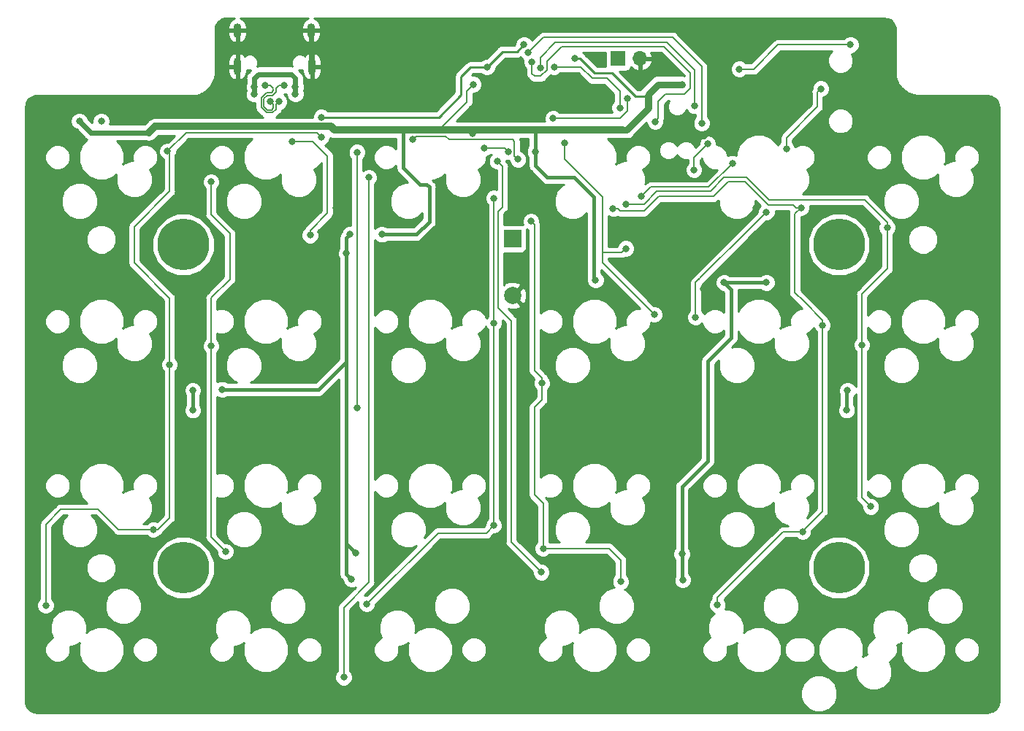
<source format=gtl>
G04 #@! TF.GenerationSoftware,KiCad,Pcbnew,(5.0.1-dev-70-gb7b125d83)*
G04 #@! TF.CreationDate,2019-01-31T16:17:19+01:00*
G04 #@! TF.ProjectId,vitamins_included,766974616D696E735F696E636C756465,rev?*
G04 #@! TF.SameCoordinates,Original*
G04 #@! TF.FileFunction,Copper,L1,Top,Signal*
G04 #@! TF.FilePolarity,Positive*
%FSLAX46Y46*%
G04 Gerber Fmt 4.6, Leading zero omitted, Abs format (unit mm)*
G04 Created by KiCad (PCBNEW (5.0.1-dev-70-gb7b125d83)) date 01/31/19 16:17:19*
%MOMM*%
%LPD*%
G01*
G04 APERTURE LIST*
G04 #@! TA.AperFunction,WasherPad*
%ADD10C,6.000000*%
G04 #@! TD*
G04 #@! TA.AperFunction,ComponentPad*
%ADD11R,2.000000X2.000000*%
G04 #@! TD*
G04 #@! TA.AperFunction,ComponentPad*
%ADD12C,2.000000*%
G04 #@! TD*
G04 #@! TA.AperFunction,ComponentPad*
%ADD13R,1.700000X1.700000*%
G04 #@! TD*
G04 #@! TA.AperFunction,ComponentPad*
%ADD14O,1.700000X1.700000*%
G04 #@! TD*
G04 #@! TA.AperFunction,ComponentPad*
%ADD15O,0.900000X1.700000*%
G04 #@! TD*
G04 #@! TA.AperFunction,ComponentPad*
%ADD16O,0.900000X2.000000*%
G04 #@! TD*
G04 #@! TA.AperFunction,ViaPad*
%ADD17C,0.800000*%
G04 #@! TD*
G04 #@! TA.AperFunction,Conductor*
%ADD18C,0.812800*%
G04 #@! TD*
G04 #@! TA.AperFunction,Conductor*
%ADD19C,0.609600*%
G04 #@! TD*
G04 #@! TA.AperFunction,Conductor*
%ADD20C,0.400000*%
G04 #@! TD*
G04 #@! TA.AperFunction,Conductor*
%ADD21C,0.254000*%
G04 #@! TD*
G04 #@! TA.AperFunction,Conductor*
%ADD22C,0.152400*%
G04 #@! TD*
G04 #@! TA.AperFunction,Conductor*
%ADD23C,0.200000*%
G04 #@! TD*
G04 #@! TA.AperFunction,Conductor*
%ADD24C,0.203200*%
G04 #@! TD*
G04 #@! TA.AperFunction,Conductor*
%ADD25C,0.800000*%
G04 #@! TD*
G04 APERTURE END LIST*
D10*
G04 #@! TO.P,REF\002A\002A,*
G04 #@! TO.N,*
X95000000Y-27000000D03*
G04 #@! TD*
G04 #@! TO.P,REF\002A\002A,*
G04 #@! TO.N,*
X19000000Y-64500000D03*
G04 #@! TD*
G04 #@! TO.P,REF\002A\002A,*
G04 #@! TO.N,*
X95000000Y-64500000D03*
G04 #@! TD*
D11*
G04 #@! TO.P,J1,1*
G04 #@! TO.N,Net-(J1-Pad1)*
X57176000Y-26296000D03*
D12*
G04 #@! TO.P,J1,2*
G04 #@! TO.N,GND*
X57176000Y-32896000D03*
G04 #@! TD*
D13*
G04 #@! TO.P,J2,1*
G04 #@! TO.N,/Left half/~Reset*
X69400000Y-5400000D03*
D14*
G04 #@! TO.P,J2,2*
G04 #@! TO.N,GND*
X71940000Y-5400000D03*
G04 #@! TD*
D15*
G04 #@! TO.P,J9,S1*
G04 #@! TO.N,GND*
X33830000Y-2140000D03*
X25280000Y-2140000D03*
D16*
X33920000Y-6310000D03*
X25280000Y-6310000D03*
G04 #@! TD*
D10*
G04 #@! TO.P,REF\002A\002A,*
G04 #@! TO.N,*
X19000000Y-27000000D03*
G04 #@! TD*
D17*
G04 #@! TO.N,GND*
X24400000Y-24000000D03*
X69900000Y-75900000D03*
X47600000Y-6900000D03*
X50041000Y-22359000D03*
X20400000Y-10500000D03*
X76000000Y-19300000D03*
X98700000Y-29800000D03*
X105400000Y-46900000D03*
X101800000Y-46900000D03*
X86600000Y-58500000D03*
X7000000Y-67800000D03*
X83000000Y-13200000D03*
X61400000Y-28100000D03*
X31900000Y-41900000D03*
X76700000Y-42800000D03*
X72000000Y-66100000D03*
X31500000Y-50300000D03*
X24000000Y-38500000D03*
X77500000Y-26400000D03*
X18900000Y-10500000D03*
X69900000Y-72900000D03*
X25300000Y-34000000D03*
X45700000Y-68000000D03*
X80400000Y-34100000D03*
X83000000Y-28400000D03*
X95300000Y-51800000D03*
X48900000Y-9100000D03*
X112800000Y-21800000D03*
X109100000Y-46900000D03*
X77600000Y-29500000D03*
X73800000Y-29500000D03*
X82600000Y-53200000D03*
X76000000Y-71100000D03*
X45500000Y-9100000D03*
X46300000Y-49600000D03*
X99300000Y-26900000D03*
X88900000Y-53500000D03*
X65700000Y-70700000D03*
X73900000Y-14400000D03*
X39850000Y-7850000D03*
X33100000Y-29000000D03*
X76400000Y-49300000D03*
X79300000Y-32100000D03*
X80900000Y-26800000D03*
X56700000Y-72100000D03*
X88900000Y-30700000D03*
X75500000Y-66600000D03*
X112600000Y-16500000D03*
X29400000Y-20900000D03*
X82600000Y-57000000D03*
X73800000Y-26400000D03*
X101500000Y-18100000D03*
X105000000Y-21600000D03*
X45100000Y-76100000D03*
X88800000Y-36000000D03*
X91500000Y-41000000D03*
X48500000Y-25400000D03*
X20300000Y-17800000D03*
X2500000Y-26400000D03*
X20200000Y-22200000D03*
X5400000Y-26400000D03*
X44400000Y-24500000D03*
X85400000Y-26100000D03*
X112600000Y-42600000D03*
X85400000Y-22700000D03*
X29300000Y-65800000D03*
X88300000Y-23400000D03*
X1200000Y-67400000D03*
X18100000Y-22200000D03*
X112800000Y-35800000D03*
X53300000Y-25400000D03*
X1200000Y-74000000D03*
X112800000Y-54800000D03*
X83700000Y-33300000D03*
X112800000Y-60400000D03*
X74500000Y-22700000D03*
X86300000Y-38900000D03*
X13900000Y-77100000D03*
X61000000Y-25200000D03*
X18291000Y-69603000D03*
X62995000Y-75826000D03*
X82426000Y-77096000D03*
X57067518Y-11173000D03*
X21900000Y-76100000D03*
X45900000Y-30900000D03*
X30600000Y-30200000D03*
X12400000Y-48900000D03*
X25149000Y-76080000D03*
X67400000Y-6000000D03*
X36700000Y-22700000D03*
X27400000Y-11900000D03*
X30600000Y-11900000D03*
X71800000Y-8600000D03*
X64300000Y-10500000D03*
X104100000Y-30200000D03*
X100206000Y-68206000D03*
X57100000Y-68000000D03*
X31880000Y-76080000D03*
X74800000Y-5900000D03*
X83823000Y-2250000D03*
X67100000Y-5000000D03*
X67900000Y-49200000D03*
X31118000Y-60586000D03*
X87600000Y-14600000D03*
X84585000Y-70619000D03*
X85400000Y-13800000D03*
X1800000Y-16600000D03*
X38900000Y-2150000D03*
X65300000Y-10500000D03*
G04 #@! TO.N,VBUS*
X58500000Y-3800000D03*
X32000000Y-8650000D03*
X32000000Y-9500000D03*
X27200000Y-9500000D03*
X27200000Y-8650000D03*
X54200000Y-6400000D03*
X35000000Y-12200000D03*
G04 #@! TO.N,/Left half/row1*
X39119000Y-45965000D03*
X39142000Y-16263000D03*
G04 #@! TO.N,/Left half/row2*
X60500000Y-65015000D03*
X55400000Y-17300000D03*
G04 #@! TO.N,/Left half/row3*
X37595000Y-77207000D03*
X40516000Y-19184000D03*
G04 #@! TO.N,/Left half/~Reset*
X61975000Y-6375000D03*
X69600000Y-11100000D03*
G04 #@! TO.N,/Left half/MISO*
X78300000Y-10900000D03*
X60400000Y-6500000D03*
G04 #@! TO.N,/Left half/SCK*
X59000000Y-4700000D03*
X79100000Y-12900000D03*
G04 #@! TO.N,/Left half/MOSI*
X59400000Y-5800000D03*
X73700000Y-12700000D03*
G04 #@! TO.N,/Left half/SDA*
X70300000Y-27447600D03*
X70500000Y-10000000D03*
X63200000Y-15200000D03*
X83465000Y-6611000D03*
X61875000Y-12326000D03*
X73600000Y-35100000D03*
X96335500Y-3798000D03*
G04 #@! TO.N,/Left half/wd2812-in*
X31600000Y-15000000D03*
X33700000Y-25900000D03*
X9500000Y-12658000D03*
G04 #@! TO.N,/Left half/SCL/D3*
X92900000Y-8900000D03*
X88903000Y-15882000D03*
X78400000Y-35400000D03*
X86600000Y-23200000D03*
G04 #@! TO.N,/Left half/col0*
X17171000Y-16136000D03*
X35000000Y-14500000D03*
X17402000Y-40901000D03*
X15497000Y-60078000D03*
X3051000Y-68841000D03*
G04 #@! TO.N,/Left half/col1*
X22228000Y-38742000D03*
X23900000Y-62600000D03*
X22228000Y-19692000D03*
G04 #@! TO.N,/Left half/col2*
X54994000Y-21597000D03*
X40262000Y-68714000D03*
X54994000Y-59570000D03*
X54994000Y-36075000D03*
G04 #@! TO.N,/Left half/col3*
X69700000Y-66100000D03*
X59312000Y-24264000D03*
X60582000Y-43060000D03*
X60709000Y-62237000D03*
G04 #@! TO.N,/Left half/col4*
X90594000Y-22700000D03*
X80900000Y-68800000D03*
X93094000Y-36329000D03*
X90808000Y-60332000D03*
X68800000Y-22800000D03*
G04 #@! TO.N,/Left half/col5*
X70300000Y-22300000D03*
X97666000Y-38615000D03*
X100600000Y-25000000D03*
X98700000Y-57400000D03*
G04 #@! TO.N,/Left half/Dd-*
X28500000Y-8500000D03*
X30100000Y-10400000D03*
G04 #@! TO.N,/Left half/Dd+*
X29100000Y-10400000D03*
X30700000Y-8500000D03*
G04 #@! TO.N,VCC*
X76800000Y-62900000D03*
X39000000Y-62800000D03*
X20100000Y-43900000D03*
X52500000Y-14100000D03*
X76900000Y-65900000D03*
X64400000Y-5400000D03*
X76850000Y-8400000D03*
X95900000Y-46200000D03*
X15012000Y-13977000D03*
X52600000Y-8400000D03*
X42000000Y-25800000D03*
X81700000Y-31400000D03*
X6960000Y-12658000D03*
X38500000Y-65800000D03*
X20100000Y-46200000D03*
X38300000Y-25800000D03*
X23500000Y-43800000D03*
X59800000Y-16200000D03*
X86600000Y-31400000D03*
X37900001Y-28000000D03*
X96000000Y-43900000D03*
X66800000Y-31100000D03*
G04 #@! TO.N,Net-(R11-Pad1)*
X45600000Y-14800000D03*
X57800000Y-17100000D03*
G04 #@! TO.N,Net-(R13-Pad1)*
X56700000Y-16200000D03*
X53900000Y-15800000D03*
G04 #@! TO.N,Net-(D27-Pad1)*
X78200000Y-18300000D03*
X79800000Y-15300000D03*
G04 #@! TO.N,Net-(D27-Pad2)*
X82650000Y-17550000D03*
X72100000Y-21400000D03*
G04 #@! TD*
D18*
G04 #@! TO.N,GND*
X81029000Y-3436000D02*
X82637000Y-3436000D01*
D19*
X73900000Y-14400000D02*
X79400000Y-14400000D01*
D18*
X82637000Y-3436000D02*
X83823000Y-2250000D01*
X80267000Y-4198000D02*
X81029000Y-3436000D01*
D20*
X18291000Y-69603000D02*
X17725315Y-69603000D01*
X17725315Y-69603000D02*
X15728315Y-71600000D01*
X28500000Y-66400000D02*
X25100000Y-66400000D01*
X28700000Y-66400000D02*
X28500000Y-66400000D01*
X11400000Y-71600000D02*
X10800000Y-71000000D01*
X29300000Y-65800000D02*
X28700000Y-66400000D01*
X10800000Y-71000000D02*
X10200000Y-71000000D01*
X15728315Y-71600000D02*
X11400000Y-71600000D01*
X10200000Y-71000000D02*
X7000000Y-67800000D01*
D18*
X80267000Y-4198000D02*
X80267000Y-11283000D01*
D19*
X33830000Y-2140000D02*
X33830000Y-6220000D01*
D20*
X25100000Y-66400000D02*
X21897000Y-69603000D01*
D19*
X80267000Y-13533000D02*
X80267000Y-11283000D01*
D20*
X21897000Y-69603000D02*
X18291000Y-69603000D01*
D19*
X33830000Y-6220000D02*
X33920000Y-6310000D01*
X79400000Y-14400000D02*
X80267000Y-13533000D01*
D21*
G04 #@! TO.N,VBUS*
X54200000Y-6400000D02*
X56000000Y-4600000D01*
X57700000Y-4600000D02*
X58500000Y-3800000D01*
X56000000Y-4600000D02*
X57700000Y-4600000D01*
X51200000Y-7500000D02*
X52300000Y-6400000D01*
D19*
X27200000Y-8400000D02*
X27200000Y-9250000D01*
X27200000Y-7700000D02*
X27700000Y-7200000D01*
X27700000Y-7200000D02*
X31500000Y-7200000D01*
X32000000Y-7700000D02*
X32000000Y-8400000D01*
X27200000Y-7700000D02*
X27200000Y-8400000D01*
X31500000Y-7200000D02*
X32000000Y-7700000D01*
D21*
X52300000Y-6400000D02*
X54200000Y-6400000D01*
X51200000Y-9600000D02*
X51200000Y-7500000D01*
X48600000Y-12200000D02*
X51200000Y-9600000D01*
X35000000Y-12200000D02*
X48600000Y-12200000D01*
D19*
X32000000Y-8400000D02*
X32000000Y-9250000D01*
D22*
G04 #@! TO.N,/Left half/row1*
X39119000Y-16851685D02*
X39119000Y-45965000D01*
X39142000Y-16828685D02*
X39119000Y-16851685D01*
X39142000Y-16263000D02*
X39142000Y-16828685D01*
G04 #@! TO.N,/Left half/row2*
X56010000Y-22613000D02*
X56010000Y-18100000D01*
X55400000Y-17300000D02*
X56010000Y-17910000D01*
X57026000Y-59500000D02*
X57026000Y-35821000D01*
X57026000Y-61541000D02*
X60500000Y-65015000D01*
X55502000Y-34297000D02*
X55502000Y-23121000D01*
X57026000Y-61348000D02*
X57026000Y-59500000D01*
X56010000Y-17910000D02*
X56010000Y-18100000D01*
X57026000Y-59500000D02*
X57026000Y-61541000D01*
X55502000Y-23121000D02*
X56010000Y-22613000D01*
X57026000Y-35821000D02*
X55502000Y-34297000D01*
G04 #@! TO.N,/Left half/row3*
X40516000Y-66174000D02*
X37595000Y-69095000D01*
X37595000Y-69095000D02*
X37595000Y-77207000D01*
X40516000Y-19184000D02*
X40516000Y-19749685D01*
X40516000Y-56141000D02*
X40516000Y-56522000D01*
X40516000Y-19749685D02*
X40516000Y-56141000D01*
X40516000Y-56141000D02*
X40516000Y-66174000D01*
G04 #@! TO.N,/Left half/~Reset*
X61975000Y-6375000D02*
X65075000Y-6375000D01*
X66400000Y-7700000D02*
X68100000Y-7700000D01*
D23*
X62000000Y-6500000D02*
X62000000Y-6400000D01*
D22*
X68100000Y-7700000D02*
X69600000Y-9200000D01*
D23*
X62000000Y-6400000D02*
X61975000Y-6375000D01*
D22*
X69600000Y-9200000D02*
X69600000Y-11100000D01*
X65075000Y-6375000D02*
X66400000Y-7700000D01*
G04 #@! TO.N,/Left half/MISO*
X60400000Y-5250000D02*
X62112411Y-3537589D01*
X75087589Y-3537589D02*
X78300000Y-6750000D01*
X69177500Y-3537589D02*
X69091000Y-3537589D01*
X60400000Y-6500000D02*
X60400000Y-5250000D01*
X62112411Y-3537589D02*
X62662411Y-3537589D01*
X69091000Y-3537589D02*
X75087589Y-3537589D01*
X69091000Y-3537589D02*
X62662411Y-3537589D01*
X78300000Y-9300000D02*
X78300000Y-10900000D01*
X78300000Y-6750000D02*
X78300000Y-9300000D01*
G04 #@! TO.N,/Left half/SCK*
X60772000Y-2928000D02*
X59000000Y-4700000D01*
X61811500Y-2928000D02*
X60772000Y-2928000D01*
X70361000Y-2928000D02*
X73051000Y-2928000D01*
X79100000Y-6333000D02*
X79000000Y-6233000D01*
X75695000Y-2928000D02*
X79000000Y-6233000D01*
X61811500Y-2928000D02*
X70361000Y-2928000D01*
X70361000Y-2928000D02*
X75695000Y-2928000D01*
X79100000Y-6500000D02*
X79100000Y-12900000D01*
X79100000Y-6381000D02*
X79100000Y-6500000D01*
X79100000Y-6500000D02*
X79100000Y-6333000D01*
G04 #@! TO.N,/Left half/MOSI*
X77800000Y-8850000D02*
X77100000Y-9550000D01*
X59400000Y-5800000D02*
X59400000Y-7137685D01*
X59400000Y-7137685D02*
X59712315Y-7450000D01*
X74900000Y-9550000D02*
X74050000Y-10400000D01*
X74700000Y-4000000D02*
X77800000Y-7100000D01*
X60450000Y-7450000D02*
X61200000Y-6700000D01*
X61200000Y-5700000D02*
X62900000Y-4000000D01*
X74050000Y-12350000D02*
X73700000Y-12700000D01*
X77800000Y-7100000D02*
X77800000Y-8850000D01*
X61200000Y-6700000D02*
X61200000Y-5700000D01*
X62900000Y-4000000D02*
X74700000Y-4000000D01*
X59712315Y-7450000D02*
X60450000Y-7450000D01*
X77100000Y-9550000D02*
X74900000Y-9550000D01*
X74050000Y-10400000D02*
X74050000Y-12350000D01*
G04 #@! TO.N,/Left half/SDA*
X67567000Y-22100000D02*
X67567000Y-27900000D01*
X63200000Y-15200000D02*
X63200000Y-17100000D01*
X63200000Y-17100000D02*
X67567000Y-21467000D01*
X67567000Y-21467000D02*
X67567000Y-22100000D01*
X67567000Y-27900000D02*
X69847600Y-27900000D01*
X67567000Y-27900000D02*
X67567000Y-28074000D01*
X73600000Y-35100000D02*
X67567000Y-29067000D01*
X67567000Y-29067000D02*
X67567000Y-27900000D01*
D24*
X85117400Y-6611000D02*
X83465000Y-6611000D01*
D22*
X69674000Y-12326000D02*
X70500000Y-11500000D01*
X61875000Y-12326000D02*
X69674000Y-12326000D01*
X95769815Y-3798000D02*
X96335500Y-3798000D01*
X70500000Y-11500000D02*
X70500000Y-10000000D01*
D24*
X96335500Y-3798000D02*
X87930400Y-3798000D01*
D22*
X69847600Y-27900000D02*
X70300000Y-27447600D01*
D24*
X87930400Y-3798000D02*
X85117400Y-6611000D01*
D22*
G04 #@! TO.N,/Left half/wd2812-in*
X35700000Y-23334315D02*
X35700000Y-16700000D01*
X33700000Y-25334315D02*
X35700000Y-23334315D01*
X35700000Y-16700000D02*
X34000000Y-15000000D01*
X34000000Y-15000000D02*
X31600000Y-15000000D01*
X33700000Y-25900000D02*
X33700000Y-25334315D01*
G04 #@! TO.N,/Left half/SCL/D3*
X92500000Y-9300000D02*
X92900000Y-8900000D01*
X86550000Y-23250000D02*
X86600000Y-23200000D01*
X88903000Y-14597000D02*
X92500000Y-11000000D01*
X78800000Y-31000000D02*
X78900000Y-30900000D01*
X84700000Y-25100000D02*
X84600000Y-25200000D01*
X88903000Y-15882000D02*
X88903000Y-14597000D01*
X78400000Y-32200000D02*
X78400000Y-31400000D01*
X78400000Y-35400000D02*
X78400000Y-32200000D01*
X86600000Y-23200000D02*
X84700000Y-25100000D01*
X78900000Y-30900000D02*
X84700000Y-25100000D01*
X78400000Y-31400000D02*
X78900000Y-30900000D01*
X92500000Y-11000000D02*
X92500000Y-9300000D01*
G04 #@! TO.N,/Left half/col0*
X4800000Y-57700000D02*
X9122000Y-57700000D01*
X9122000Y-57700000D02*
X11500000Y-60078000D01*
X13300000Y-29100000D02*
X13300000Y-24902000D01*
X11500000Y-60078000D02*
X12000000Y-60078000D01*
X13300000Y-24902000D02*
X17402000Y-20800000D01*
X17402000Y-20800000D02*
X17402000Y-16367000D01*
X12000000Y-60078000D02*
X16005000Y-60078000D01*
X19500000Y-14000000D02*
X19307000Y-14000000D01*
X11814000Y-60078000D02*
X12000000Y-60078000D01*
X3051000Y-68841000D02*
X3051000Y-59449000D01*
X17402000Y-33202000D02*
X13300000Y-29100000D01*
X17402000Y-40901000D02*
X17402000Y-33202000D01*
X17402000Y-58681000D02*
X17402000Y-40901000D01*
X3051000Y-59449000D02*
X4800000Y-57700000D01*
X34500000Y-14000000D02*
X35000000Y-14500000D01*
X19307000Y-14000000D02*
X17171000Y-16136000D01*
X16005000Y-60078000D02*
X17402000Y-58681000D01*
X19500000Y-14000000D02*
X34500000Y-14000000D01*
X17402000Y-16367000D02*
X17171000Y-16136000D01*
X11814000Y-60078000D02*
X15497000Y-60078000D01*
G04 #@! TO.N,/Left half/col1*
X22228000Y-20800000D02*
X22228000Y-20828000D01*
X22228000Y-33172000D02*
X22228000Y-38742000D01*
X22228000Y-60928000D02*
X22228000Y-60600000D01*
X22228000Y-20800000D02*
X22228000Y-19692000D01*
X22228000Y-20800000D02*
X22228000Y-23528000D01*
X24400000Y-25700000D02*
X24400000Y-31000000D01*
X23900000Y-62600000D02*
X22228000Y-60928000D01*
X22228000Y-38742000D02*
X22228000Y-60600000D01*
X24400000Y-31000000D02*
X22228000Y-33172000D01*
X22228000Y-23528000D02*
X24400000Y-25700000D01*
G04 #@! TO.N,/Left half/col2*
X40262000Y-68714000D02*
X48517000Y-60459000D01*
X48517000Y-60459000D02*
X54105000Y-60459000D01*
X54994000Y-21597000D02*
X54994000Y-36075000D01*
X54994000Y-36075000D02*
X54994000Y-36640685D01*
X54105000Y-60459000D02*
X54994000Y-59570000D01*
X54994000Y-36640685D02*
X54994000Y-59570000D01*
G04 #@! TO.N,/Left half/col3*
X68329000Y-62237000D02*
X60709000Y-62237000D01*
X59693000Y-24645000D02*
X59312000Y-24264000D01*
X59693000Y-56014000D02*
X59693000Y-45854000D01*
X59693000Y-41605315D02*
X59693000Y-24645000D01*
X60582000Y-43060000D02*
X60582000Y-42494315D01*
X60582000Y-42494315D02*
X59693000Y-41605315D01*
X59693000Y-45854000D02*
X60582000Y-44965000D01*
X60709000Y-57030000D02*
X59693000Y-56014000D01*
X69692000Y-63600000D02*
X68329000Y-62237000D01*
X69700000Y-66100000D02*
X69700000Y-63608000D01*
X69700000Y-63608000D02*
X69692000Y-63600000D01*
X60582000Y-44965000D02*
X60582000Y-43060000D01*
X60709000Y-62237000D02*
X60709000Y-57030000D01*
G04 #@! TO.N,/Left half/col4*
X71800000Y-23100000D02*
X69800000Y-23100000D01*
X89900000Y-23394000D02*
X89900000Y-25100000D01*
X90594000Y-22700000D02*
X90028315Y-22700000D01*
X88649000Y-60332000D02*
X90808000Y-60332000D01*
X81054000Y-67800000D02*
X80900000Y-67954000D01*
X89900000Y-28900000D02*
X89900000Y-32569315D01*
X88649000Y-60332000D02*
X90681000Y-60332000D01*
X90681000Y-60332000D02*
X93094000Y-57919000D01*
X69665685Y-23100000D02*
X69800000Y-23100000D01*
X88522000Y-60332000D02*
X88649000Y-60332000D01*
X89900000Y-28900000D02*
X89900000Y-29217000D01*
X93094000Y-36329000D02*
X93094000Y-35763315D01*
X74100000Y-21400000D02*
X72400000Y-23100000D01*
X80900000Y-67954000D02*
X80900000Y-68800000D01*
X93094000Y-35763315D02*
X90935000Y-33604315D01*
X69365685Y-22800000D02*
X69665685Y-23100000D01*
X84100000Y-19700000D02*
X82200000Y-19700000D01*
X68800000Y-22800000D02*
X69365685Y-22800000D01*
X93094000Y-57919000D02*
X93094000Y-36329000D01*
X82200000Y-19700000D02*
X80500000Y-21400000D01*
X86800000Y-22400000D02*
X84100000Y-19700000D01*
X72400000Y-23100000D02*
X71800000Y-23100000D01*
X90028315Y-22700000D02*
X89728315Y-22400000D01*
X81054000Y-67800000D02*
X88522000Y-60332000D01*
X89728315Y-22400000D02*
X86800000Y-22400000D01*
X89900000Y-25100000D02*
X89900000Y-28900000D01*
X89900000Y-32569315D02*
X90935000Y-33604315D01*
X89900000Y-23900000D02*
X89900000Y-25100000D01*
X90594000Y-22700000D02*
X89900000Y-23394000D01*
X80500000Y-21400000D02*
X74100000Y-21400000D01*
G04 #@! TO.N,/Left half/col5*
X97666000Y-32734000D02*
X100600000Y-29800000D01*
X97666000Y-33300000D02*
X97666000Y-32734000D01*
X100600000Y-29800000D02*
X100600000Y-25000000D01*
X97666000Y-38615000D02*
X97666000Y-33300000D01*
X97666000Y-38615000D02*
X97666000Y-39180685D01*
X100600000Y-24434315D02*
X97965685Y-21800000D01*
X84300000Y-19200000D02*
X85200000Y-20100000D01*
X97666000Y-39180685D02*
X97666000Y-56300000D01*
X80100000Y-20800000D02*
X73900000Y-20800000D01*
X97666000Y-56366000D02*
X98700000Y-57400000D01*
X97965685Y-21800000D02*
X86900000Y-21800000D01*
X70300000Y-22300000D02*
X72400000Y-22300000D01*
X81700000Y-19200000D02*
X84300000Y-19200000D01*
X85200000Y-20100000D02*
X85100000Y-20000000D01*
X80100000Y-20800000D02*
X81700000Y-19200000D01*
X86900000Y-21800000D02*
X85200000Y-20100000D01*
X97666000Y-56300000D02*
X97666000Y-56366000D01*
X73900000Y-20800000D02*
X72400000Y-22300000D01*
X100600000Y-25000000D02*
X100600000Y-24434315D01*
G04 #@! TO.N,/Left half/Dd-*
X28500000Y-8500000D02*
X29065685Y-8500000D01*
X29236872Y-9347600D02*
X29447600Y-9136872D01*
X29752400Y-10747600D02*
X29752400Y-11263128D01*
X28636872Y-11652400D02*
X28047600Y-11063128D01*
X29447600Y-9136872D02*
X29447600Y-8900000D01*
X29065685Y-8500000D02*
X29447600Y-8881915D01*
X28047600Y-9936872D02*
X28636872Y-9347600D01*
X28047600Y-11063128D02*
X28047600Y-9936872D01*
X29752400Y-11263128D02*
X29363128Y-11652400D01*
X29363128Y-11652400D02*
X28636872Y-11652400D01*
X28636872Y-9347600D02*
X29236872Y-9347600D01*
X30100000Y-10400000D02*
X29752400Y-10747600D01*
G04 #@! TO.N,/Left half/Dd+*
X29363128Y-9652400D02*
X29752400Y-9263128D01*
X29447600Y-10747600D02*
X29447600Y-11136872D01*
X29752400Y-9263128D02*
X29752400Y-8900000D01*
X28352400Y-10063128D02*
X28763128Y-9652400D01*
X28352400Y-10936872D02*
X28352400Y-10063128D01*
X29236872Y-11347600D02*
X28763128Y-11347600D01*
X28763128Y-9652400D02*
X29363128Y-9652400D01*
X30700000Y-8500000D02*
X30134315Y-8500000D01*
X28763128Y-11347600D02*
X28352400Y-10936872D01*
X29100000Y-10400000D02*
X29447600Y-10747600D01*
X29447600Y-11136872D02*
X29236872Y-11347600D01*
X30134315Y-8500000D02*
X29752400Y-8881915D01*
D20*
G04 #@! TO.N,VCC*
X66600000Y-30900000D02*
X66800000Y-31100000D01*
X66600000Y-21500000D02*
X66600000Y-30900000D01*
X59800000Y-17800000D02*
X61200000Y-19200000D01*
X59800000Y-16200000D02*
X59800000Y-17800000D01*
X64300000Y-19200000D02*
X66600000Y-21500000D01*
X61200000Y-19200000D02*
X64300000Y-19200000D01*
X34700000Y-43800000D02*
X37900001Y-40599999D01*
X37900000Y-61700000D02*
X37900000Y-65200000D01*
X82500000Y-32200000D02*
X81700000Y-31400000D01*
X76800000Y-62900000D02*
X76800000Y-65800000D01*
X95900000Y-46200000D02*
X95900000Y-44000000D01*
X82500000Y-37800000D02*
X82500000Y-32200000D01*
X59900000Y-13672360D02*
X59800000Y-13772360D01*
X59800000Y-13772360D02*
X59800000Y-16200000D01*
X37900000Y-65200000D02*
X38500000Y-65800000D01*
X76800000Y-65800000D02*
X76900000Y-65900000D01*
X76800000Y-62900000D02*
X76800000Y-55100000D01*
X23500000Y-43800000D02*
X34700000Y-43800000D01*
X76800000Y-55100000D02*
X79800000Y-52100000D01*
X79800000Y-40500000D02*
X82500000Y-37800000D01*
X86600000Y-31400000D02*
X81700000Y-31400000D01*
X95900000Y-44000000D02*
X96000000Y-43900000D01*
X79800000Y-52100000D02*
X79800000Y-40500000D01*
X37900000Y-61700000D02*
X37900001Y-26199999D01*
X20100000Y-45634315D02*
X20100000Y-43900000D01*
X37900001Y-28000000D02*
X37900001Y-26199999D01*
X39000000Y-62800000D02*
X37900000Y-61700000D01*
X20100000Y-46200000D02*
X20100000Y-45634315D01*
X37900001Y-26199999D02*
X38300000Y-25800000D01*
X37900001Y-40599999D02*
X37900001Y-28000000D01*
D18*
X72901000Y-10450000D02*
X72901000Y-9786000D01*
D20*
X46000000Y-25800000D02*
X42000000Y-25800000D01*
X47500000Y-20300000D02*
X47500000Y-24300000D01*
D18*
X44500000Y-13672360D02*
X36499999Y-13672360D01*
D22*
X52500000Y-13872360D02*
X52300000Y-13672360D01*
D24*
X72600000Y-9786000D02*
X72901000Y-9786000D01*
D20*
X44500000Y-13672360D02*
X44500000Y-18100000D01*
D21*
X71386000Y-9786000D02*
X68700000Y-7100000D01*
D18*
X51842000Y-13672360D02*
X52300000Y-13672360D01*
D21*
X66700000Y-7100000D02*
X65000000Y-5400000D01*
D18*
X61700000Y-13672360D02*
X69200000Y-13672360D01*
D19*
X15012000Y-13977000D02*
X8279000Y-13977000D01*
D24*
X51842000Y-10430360D02*
X50672360Y-11600000D01*
D22*
X52500000Y-14100000D02*
X52500000Y-13872360D01*
D24*
X50672360Y-11600000D02*
X48600000Y-13672360D01*
D18*
X36100000Y-13272361D02*
X15716639Y-13272361D01*
D21*
X72600000Y-9786000D02*
X71386000Y-9786000D01*
D18*
X15716639Y-13272361D02*
X15012000Y-13977000D01*
D25*
X74000000Y-8400000D02*
X76850000Y-8400000D01*
D24*
X51842000Y-9900000D02*
X51842000Y-10430360D01*
D18*
X51842000Y-13672360D02*
X48600000Y-13672360D01*
X36499999Y-13672360D02*
X36100000Y-13272361D01*
D21*
X65000000Y-5400000D02*
X64400000Y-5400000D01*
D18*
X52300000Y-13672360D02*
X59900000Y-13672360D01*
D20*
X44500000Y-18100000D02*
X46400000Y-20000000D01*
X47500000Y-24300000D02*
X46000000Y-25800000D01*
X46400000Y-20000000D02*
X47200000Y-20000000D01*
D21*
X68700000Y-7100000D02*
X66700000Y-7100000D01*
D24*
X51842000Y-9158000D02*
X51842000Y-9900000D01*
D18*
X48600000Y-13672360D02*
X44500000Y-13672360D01*
D24*
X61621000Y-13751360D02*
X61700000Y-13672360D01*
D18*
X59900000Y-13672360D02*
X61700000Y-13672360D01*
X69200000Y-13672360D02*
X69853000Y-13672360D01*
D19*
X8279000Y-13977000D02*
X6960000Y-12658000D01*
D24*
X52600000Y-8400000D02*
X51842000Y-9158000D01*
D25*
X72901000Y-10167000D02*
X72901000Y-9499000D01*
D19*
X15012000Y-13977000D02*
X15411999Y-13577001D01*
D20*
X47200000Y-20000000D02*
X47500000Y-20300000D01*
D25*
X69853000Y-13672360D02*
X70378640Y-13672360D01*
X72901000Y-9499000D02*
X74000000Y-8400000D01*
X70378640Y-13672360D02*
X72901000Y-11150000D01*
D18*
X72901000Y-11150000D02*
X72901000Y-10450000D01*
D22*
G04 #@! TO.N,Net-(R11-Pad1)*
X57400001Y-16700001D02*
X57400000Y-15000000D01*
X49400000Y-14400000D02*
X46000000Y-14400000D01*
X46000000Y-14400000D02*
X45600000Y-14800000D01*
X57200000Y-14800000D02*
X49800000Y-14800000D01*
X57400000Y-15000000D02*
X57200000Y-14800000D01*
X57400001Y-16700001D02*
X57800000Y-17100000D01*
X49800000Y-14800000D02*
X49400000Y-14400000D01*
G04 #@! TO.N,Net-(R13-Pad1)*
X56300001Y-15800001D02*
X54465685Y-15800000D01*
X54465685Y-15800000D02*
X53900000Y-15800000D01*
X56700000Y-16200000D02*
X56300001Y-15800001D01*
X54100000Y-15600000D02*
X53900000Y-15800000D01*
G04 #@! TO.N,Net-(D27-Pad1)*
X78200000Y-17050000D02*
X78200000Y-18300000D01*
X78200000Y-16900000D02*
X78200000Y-17050000D01*
X79800000Y-15300000D02*
X78200000Y-16900000D01*
G04 #@! TO.N,Net-(D27-Pad2)*
X82600000Y-17600000D02*
X82650000Y-17550000D01*
X73200000Y-20300000D02*
X72100000Y-21400000D01*
X82650000Y-17550000D02*
X79900000Y-20300000D01*
X79900000Y-20300000D02*
X73200000Y-20300000D01*
G04 #@! TD*
D21*
G04 #@! TO.N,GND*
G36*
X24602592Y-882987D02*
X24326192Y-1207456D01*
X24195000Y-1613000D01*
X24195000Y-2013000D01*
X25153000Y-2013000D01*
X25153000Y-1993000D01*
X25407000Y-1993000D01*
X25407000Y-2013000D01*
X26365000Y-2013000D01*
X26365000Y-1613000D01*
X26233808Y-1207456D01*
X25957408Y-882987D01*
X25603480Y-710000D01*
X33506520Y-710000D01*
X33152592Y-882987D01*
X32876192Y-1207456D01*
X32745000Y-1613000D01*
X32745000Y-2013000D01*
X33703000Y-2013000D01*
X33703000Y-1993000D01*
X33957000Y-1993000D01*
X33957000Y-2013000D01*
X34915000Y-2013000D01*
X34915000Y-1613000D01*
X34783808Y-1207456D01*
X34507408Y-882987D01*
X34153480Y-710000D01*
X100199420Y-710000D01*
X100610027Y-768803D01*
X100941110Y-919338D01*
X101216639Y-1156749D01*
X101414456Y-1461944D01*
X101525700Y-1833917D01*
X101540001Y-2026362D01*
X101540000Y-7069925D01*
X101545170Y-7095914D01*
X101563920Y-7348235D01*
X101579474Y-7418981D01*
X101589302Y-7490726D01*
X101591736Y-7499052D01*
X101754213Y-8042337D01*
X101794652Y-8129855D01*
X101833978Y-8217770D01*
X101838648Y-8225072D01*
X101838651Y-8225078D01*
X101838655Y-8225082D01*
X102147080Y-8700924D01*
X102210440Y-8773555D01*
X102272876Y-8846918D01*
X102279413Y-8852621D01*
X102708998Y-9222776D01*
X102790193Y-9274702D01*
X102870716Y-9327596D01*
X102878586Y-9331232D01*
X102878589Y-9331234D01*
X102878592Y-9331235D01*
X103394799Y-9565940D01*
X103487278Y-9592983D01*
X103579435Y-9621158D01*
X103588012Y-9622440D01*
X103588014Y-9622440D01*
X104130334Y-9700106D01*
X104180074Y-9710000D01*
X112199420Y-9710000D01*
X112610027Y-9768803D01*
X112941110Y-9919338D01*
X113216639Y-10156749D01*
X113414456Y-10461944D01*
X113525700Y-10833917D01*
X113540000Y-11026348D01*
X113540001Y-79949413D01*
X113481197Y-80360027D01*
X113330661Y-80691112D01*
X113093251Y-80966639D01*
X112788056Y-81164456D01*
X112416083Y-81275700D01*
X112223652Y-81290000D01*
X2050580Y-81290000D01*
X1639973Y-81231197D01*
X1308888Y-81080661D01*
X1033361Y-80843251D01*
X835544Y-80538056D01*
X724300Y-80166083D01*
X710000Y-79973652D01*
X710000Y-78655322D01*
X90550000Y-78655322D01*
X90550000Y-79504678D01*
X90875034Y-80289380D01*
X91475620Y-80889966D01*
X92260322Y-81215000D01*
X93109678Y-81215000D01*
X93894380Y-80889966D01*
X94494966Y-80289380D01*
X94820000Y-79504678D01*
X94820000Y-78655322D01*
X94494966Y-77870620D01*
X93894380Y-77270034D01*
X93109678Y-76945000D01*
X92260322Y-76945000D01*
X91475620Y-77270034D01*
X90875034Y-77870620D01*
X90550000Y-78655322D01*
X710000Y-78655322D01*
X710000Y-73704615D01*
X2935000Y-73704615D01*
X2935000Y-74295385D01*
X3161078Y-74841185D01*
X3578815Y-75258922D01*
X4124615Y-75485000D01*
X4715385Y-75485000D01*
X5261185Y-75258922D01*
X5678922Y-74841185D01*
X5905000Y-74295385D01*
X5905000Y-73704615D01*
X5859596Y-73595000D01*
X6114678Y-73595000D01*
X6899380Y-73269966D01*
X6986283Y-73183063D01*
X6865000Y-73475866D01*
X6865000Y-74524134D01*
X7266155Y-75492608D01*
X8007392Y-76233845D01*
X8975866Y-76635000D01*
X10024134Y-76635000D01*
X10992608Y-76233845D01*
X11733845Y-75492608D01*
X12135000Y-74524134D01*
X12135000Y-73704615D01*
X13095000Y-73704615D01*
X13095000Y-74295385D01*
X13321078Y-74841185D01*
X13738815Y-75258922D01*
X14284615Y-75485000D01*
X14875385Y-75485000D01*
X15421185Y-75258922D01*
X15838922Y-74841185D01*
X16065000Y-74295385D01*
X16065000Y-73704615D01*
X21985000Y-73704615D01*
X21985000Y-74295385D01*
X22211078Y-74841185D01*
X22628815Y-75258922D01*
X23174615Y-75485000D01*
X23765385Y-75485000D01*
X24311185Y-75258922D01*
X24728922Y-74841185D01*
X24955000Y-74295385D01*
X24955000Y-73704615D01*
X24909596Y-73595000D01*
X25164678Y-73595000D01*
X25949380Y-73269966D01*
X26036283Y-73183063D01*
X25915000Y-73475866D01*
X25915000Y-74524134D01*
X26316155Y-75492608D01*
X27057392Y-76233845D01*
X28025866Y-76635000D01*
X29074134Y-76635000D01*
X30042608Y-76233845D01*
X30783845Y-75492608D01*
X31185000Y-74524134D01*
X31185000Y-73704615D01*
X32145000Y-73704615D01*
X32145000Y-74295385D01*
X32371078Y-74841185D01*
X32788815Y-75258922D01*
X33334615Y-75485000D01*
X33925385Y-75485000D01*
X34471185Y-75258922D01*
X34888922Y-74841185D01*
X35115000Y-74295385D01*
X35115000Y-73704615D01*
X34888922Y-73158815D01*
X34471185Y-72741078D01*
X33925385Y-72515000D01*
X33334615Y-72515000D01*
X32788815Y-72741078D01*
X32371078Y-73158815D01*
X32145000Y-73704615D01*
X31185000Y-73704615D01*
X31185000Y-73475866D01*
X30783845Y-72507392D01*
X30042608Y-71766155D01*
X29074134Y-71365000D01*
X28025866Y-71365000D01*
X27057392Y-71766155D01*
X26829838Y-71993709D01*
X26875000Y-71884678D01*
X26875000Y-71035322D01*
X26549966Y-70250620D01*
X25949380Y-69650034D01*
X25164678Y-69325000D01*
X24315322Y-69325000D01*
X23530620Y-69650034D01*
X22930034Y-70250620D01*
X22605000Y-71035322D01*
X22605000Y-71884678D01*
X22911271Y-72624081D01*
X22628815Y-72741078D01*
X22211078Y-73158815D01*
X21985000Y-73704615D01*
X16065000Y-73704615D01*
X15838922Y-73158815D01*
X15421185Y-72741078D01*
X14875385Y-72515000D01*
X14284615Y-72515000D01*
X13738815Y-72741078D01*
X13321078Y-73158815D01*
X13095000Y-73704615D01*
X12135000Y-73704615D01*
X12135000Y-73475866D01*
X11733845Y-72507392D01*
X10992608Y-71766155D01*
X10024134Y-71365000D01*
X8975866Y-71365000D01*
X8007392Y-71766155D01*
X7779838Y-71993709D01*
X7825000Y-71884678D01*
X7825000Y-71035322D01*
X7499966Y-70250620D01*
X6899380Y-69650034D01*
X6114678Y-69325000D01*
X5265322Y-69325000D01*
X4480620Y-69650034D01*
X3880034Y-70250620D01*
X3555000Y-71035322D01*
X3555000Y-71884678D01*
X3861271Y-72624081D01*
X3578815Y-72741078D01*
X3161078Y-73158815D01*
X2935000Y-73704615D01*
X710000Y-73704615D01*
X710000Y-68635126D01*
X2016000Y-68635126D01*
X2016000Y-69046874D01*
X2173569Y-69427280D01*
X2464720Y-69718431D01*
X2845126Y-69876000D01*
X3256874Y-69876000D01*
X3637280Y-69718431D01*
X3928431Y-69427280D01*
X4086000Y-69046874D01*
X4086000Y-68635126D01*
X4028092Y-68495322D01*
X9905000Y-68495322D01*
X9905000Y-69344678D01*
X10230034Y-70129380D01*
X10830620Y-70729966D01*
X11615322Y-71055000D01*
X12464678Y-71055000D01*
X13249380Y-70729966D01*
X13849966Y-70129380D01*
X14175000Y-69344678D01*
X14175000Y-68495322D01*
X28955000Y-68495322D01*
X28955000Y-69344678D01*
X29280034Y-70129380D01*
X29880620Y-70729966D01*
X30665322Y-71055000D01*
X31514678Y-71055000D01*
X32299380Y-70729966D01*
X32899966Y-70129380D01*
X33225000Y-69344678D01*
X33225000Y-68495322D01*
X32899966Y-67710620D01*
X32299380Y-67110034D01*
X31514678Y-66785000D01*
X30665322Y-66785000D01*
X29880620Y-67110034D01*
X29280034Y-67710620D01*
X28955000Y-68495322D01*
X14175000Y-68495322D01*
X13849966Y-67710620D01*
X13249380Y-67110034D01*
X12464678Y-66785000D01*
X11615322Y-66785000D01*
X10830620Y-67110034D01*
X10230034Y-67710620D01*
X9905000Y-68495322D01*
X4028092Y-68495322D01*
X3928431Y-68254720D01*
X3762200Y-68088489D01*
X3762200Y-64129887D01*
X7765000Y-64129887D01*
X7765000Y-64820113D01*
X8029138Y-65457799D01*
X8517201Y-65945862D01*
X9154887Y-66210000D01*
X9845113Y-66210000D01*
X10482799Y-65945862D01*
X10970862Y-65457799D01*
X11235000Y-64820113D01*
X11235000Y-64129887D01*
X11088811Y-63776954D01*
X15365000Y-63776954D01*
X15365000Y-65223046D01*
X15918396Y-66559062D01*
X16940938Y-67581604D01*
X18276954Y-68135000D01*
X19723046Y-68135000D01*
X21059062Y-67581604D01*
X22081604Y-66559062D01*
X22635000Y-65223046D01*
X22635000Y-63776954D01*
X22081604Y-62440938D01*
X21059062Y-61418396D01*
X19723046Y-60865000D01*
X18276954Y-60865000D01*
X16940938Y-61418396D01*
X15918396Y-62440938D01*
X15365000Y-63776954D01*
X11088811Y-63776954D01*
X10970862Y-63492201D01*
X10482799Y-63004138D01*
X9845113Y-62740000D01*
X9154887Y-62740000D01*
X8517201Y-63004138D01*
X8029138Y-63492201D01*
X7765000Y-64129887D01*
X3762200Y-64129887D01*
X3762200Y-59743588D01*
X5094589Y-58411200D01*
X5559454Y-58411200D01*
X5150034Y-58820620D01*
X4825000Y-59605322D01*
X4825000Y-60454678D01*
X5150034Y-61239380D01*
X5750620Y-61839966D01*
X6535322Y-62165000D01*
X7384678Y-62165000D01*
X8169380Y-61839966D01*
X8769966Y-61239380D01*
X9095000Y-60454678D01*
X9095000Y-59605322D01*
X8769966Y-58820620D01*
X8360546Y-58411200D01*
X8827412Y-58411200D01*
X10947578Y-60531367D01*
X10987254Y-60590746D01*
X11046633Y-60630422D01*
X11046635Y-60630424D01*
X11105934Y-60670046D01*
X11222504Y-60747936D01*
X11429954Y-60789200D01*
X11429958Y-60789200D01*
X11500000Y-60803132D01*
X11570042Y-60789200D01*
X14744489Y-60789200D01*
X14910720Y-60955431D01*
X15291126Y-61113000D01*
X15702874Y-61113000D01*
X16083280Y-60955431D01*
X16307446Y-60731265D01*
X16517746Y-60590746D01*
X16557424Y-60531364D01*
X17855369Y-59233420D01*
X17914745Y-59193746D01*
X17954420Y-59134369D01*
X17954424Y-59134365D01*
X18071935Y-58958498D01*
X18071935Y-58958497D01*
X18071936Y-58958496D01*
X18113200Y-58751046D01*
X18113200Y-58751043D01*
X18127132Y-58681001D01*
X18113200Y-58610959D01*
X18113200Y-43694126D01*
X19065000Y-43694126D01*
X19065000Y-44105874D01*
X19222569Y-44486280D01*
X19265001Y-44528712D01*
X19265000Y-45552078D01*
X19265000Y-45571289D01*
X19222569Y-45613720D01*
X19065000Y-45994126D01*
X19065000Y-46405874D01*
X19222569Y-46786280D01*
X19513720Y-47077431D01*
X19894126Y-47235000D01*
X20305874Y-47235000D01*
X20686280Y-47077431D01*
X20977431Y-46786280D01*
X21135000Y-46405874D01*
X21135000Y-45994126D01*
X20977431Y-45613720D01*
X20935000Y-45571289D01*
X20935000Y-44528711D01*
X20977431Y-44486280D01*
X21135000Y-44105874D01*
X21135000Y-43694126D01*
X20977431Y-43313720D01*
X20686280Y-43022569D01*
X20305874Y-42865000D01*
X19894126Y-42865000D01*
X19513720Y-43022569D01*
X19222569Y-43313720D01*
X19065000Y-43694126D01*
X18113200Y-43694126D01*
X18113200Y-41653511D01*
X18279431Y-41487280D01*
X18437000Y-41106874D01*
X18437000Y-40695126D01*
X18279431Y-40314720D01*
X18113200Y-40148489D01*
X18113200Y-33272041D01*
X18127132Y-33201999D01*
X18113200Y-33131957D01*
X18113200Y-33131954D01*
X18071936Y-32924504D01*
X18071935Y-32924502D01*
X17954424Y-32748635D01*
X17954422Y-32748633D01*
X17914746Y-32689254D01*
X17855367Y-32649578D01*
X14011200Y-28805412D01*
X14011200Y-26276954D01*
X15365000Y-26276954D01*
X15365000Y-27723046D01*
X15918396Y-29059062D01*
X16940938Y-30081604D01*
X18276954Y-30635000D01*
X19723046Y-30635000D01*
X21059062Y-30081604D01*
X22081604Y-29059062D01*
X22635000Y-27723046D01*
X22635000Y-26276954D01*
X22081604Y-24940938D01*
X21059062Y-23918396D01*
X19723046Y-23365000D01*
X18276954Y-23365000D01*
X16940938Y-23918396D01*
X15918396Y-24940938D01*
X15365000Y-26276954D01*
X14011200Y-26276954D01*
X14011200Y-25196588D01*
X17855369Y-21352420D01*
X17914745Y-21312746D01*
X17954420Y-21253369D01*
X17954424Y-21253365D01*
X18071935Y-21077498D01*
X18071935Y-21077497D01*
X18071936Y-21077496D01*
X18113200Y-20870046D01*
X18113200Y-20870043D01*
X18127132Y-20800001D01*
X18113200Y-20729959D01*
X18113200Y-16565913D01*
X18117879Y-16554615D01*
X21985000Y-16554615D01*
X21985000Y-17145385D01*
X22211078Y-17691185D01*
X22628815Y-18108922D01*
X23174615Y-18335000D01*
X23765385Y-18335000D01*
X24311185Y-18108922D01*
X24728922Y-17691185D01*
X24955000Y-17145385D01*
X24955000Y-16554615D01*
X24728922Y-16008815D01*
X24311185Y-15591078D01*
X23765385Y-15365000D01*
X23174615Y-15365000D01*
X22628815Y-15591078D01*
X22211078Y-16008815D01*
X21985000Y-16554615D01*
X18117879Y-16554615D01*
X18206000Y-16341874D01*
X18206000Y-16106788D01*
X19601589Y-14711200D01*
X26962347Y-14711200D01*
X26316155Y-15357392D01*
X25915000Y-16325866D01*
X25915000Y-17374134D01*
X26316155Y-18342608D01*
X27057392Y-19083845D01*
X28025866Y-19485000D01*
X29074134Y-19485000D01*
X30042608Y-19083845D01*
X30270162Y-18856291D01*
X30225000Y-18965322D01*
X30225000Y-19814678D01*
X30550034Y-20599380D01*
X31150620Y-21199966D01*
X31935322Y-21525000D01*
X32784678Y-21525000D01*
X33569380Y-21199966D01*
X34169966Y-20599380D01*
X34495000Y-19814678D01*
X34495000Y-18965322D01*
X34188729Y-18225919D01*
X34471185Y-18108922D01*
X34888922Y-17691185D01*
X34988801Y-17450056D01*
X34988800Y-23039726D01*
X33246634Y-24781893D01*
X33187255Y-24821569D01*
X33147578Y-24880949D01*
X33147576Y-24880951D01*
X33107494Y-24940938D01*
X33030064Y-25056819D01*
X33017796Y-25118493D01*
X32822569Y-25313720D01*
X32665000Y-25694126D01*
X32665000Y-26105874D01*
X32822569Y-26486280D01*
X33113720Y-26777431D01*
X33494126Y-26935000D01*
X33905874Y-26935000D01*
X34286280Y-26777431D01*
X34577431Y-26486280D01*
X34735000Y-26105874D01*
X34735000Y-25694126D01*
X34621058Y-25419045D01*
X36153369Y-23886735D01*
X36212745Y-23847061D01*
X36252420Y-23787684D01*
X36252424Y-23787680D01*
X36369935Y-23611813D01*
X36369935Y-23611812D01*
X36369936Y-23611811D01*
X36411200Y-23404361D01*
X36411200Y-23404358D01*
X36425132Y-23334316D01*
X36411200Y-23264274D01*
X36411200Y-16770041D01*
X36425132Y-16699999D01*
X36411200Y-16629957D01*
X36411200Y-16629954D01*
X36369936Y-16422504D01*
X36358824Y-16405874D01*
X36252424Y-16246635D01*
X36252422Y-16246633D01*
X36212746Y-16187254D01*
X36153366Y-16147577D01*
X35442694Y-15436906D01*
X35586280Y-15377431D01*
X35877431Y-15086280D01*
X36035000Y-14705874D01*
X36035000Y-14614138D01*
X36093665Y-14653337D01*
X36397431Y-14713760D01*
X36397435Y-14713760D01*
X36499998Y-14734161D01*
X36602562Y-14713760D01*
X43665000Y-14713760D01*
X43665001Y-15894894D01*
X43361185Y-15591078D01*
X42815385Y-15365000D01*
X42224615Y-15365000D01*
X41678815Y-15591078D01*
X41261078Y-16008815D01*
X41035000Y-16554615D01*
X41035000Y-17145385D01*
X41261078Y-17691185D01*
X41678815Y-18108922D01*
X42224615Y-18335000D01*
X42815385Y-18335000D01*
X43361185Y-18108922D01*
X43665001Y-17805106D01*
X43665001Y-18017762D01*
X43648643Y-18100000D01*
X43713448Y-18425800D01*
X43766952Y-18505874D01*
X43898000Y-18702001D01*
X43967718Y-18748585D01*
X45014132Y-19795000D01*
X44635322Y-19795000D01*
X43850620Y-20120034D01*
X43250034Y-20720620D01*
X42925000Y-21505322D01*
X42925000Y-22354678D01*
X43250034Y-23139380D01*
X43850620Y-23739966D01*
X44635322Y-24065000D01*
X45484678Y-24065000D01*
X46269380Y-23739966D01*
X46665001Y-23344345D01*
X46665001Y-23954130D01*
X45654133Y-24965000D01*
X42628711Y-24965000D01*
X42586280Y-24922569D01*
X42205874Y-24765000D01*
X41794126Y-24765000D01*
X41413720Y-24922569D01*
X41227200Y-25109089D01*
X41227200Y-19936511D01*
X41393431Y-19770280D01*
X41551000Y-19389874D01*
X41551000Y-18978126D01*
X41393431Y-18597720D01*
X41102280Y-18306569D01*
X40721874Y-18149000D01*
X40310126Y-18149000D01*
X39929720Y-18306569D01*
X39830200Y-18406089D01*
X39830200Y-17038511D01*
X40019431Y-16849280D01*
X40177000Y-16468874D01*
X40177000Y-16057126D01*
X40019431Y-15676720D01*
X39728280Y-15385569D01*
X39347874Y-15228000D01*
X38936126Y-15228000D01*
X38555720Y-15385569D01*
X38264569Y-15676720D01*
X38107000Y-16057126D01*
X38107000Y-16468874D01*
X38264569Y-16849280D01*
X38407800Y-16992511D01*
X38407800Y-24765000D01*
X38094126Y-24765000D01*
X37713720Y-24922569D01*
X37422569Y-25213720D01*
X37265000Y-25594126D01*
X37265000Y-25647387D01*
X37251417Y-25667716D01*
X37113449Y-25874199D01*
X37048644Y-26199999D01*
X37065002Y-26282237D01*
X37065001Y-27371289D01*
X37022570Y-27413720D01*
X36865001Y-27794126D01*
X36865001Y-28205874D01*
X37022570Y-28586280D01*
X37065002Y-28628712D01*
X37065002Y-35022133D01*
X37065001Y-40254131D01*
X34354133Y-42965000D01*
X26796810Y-42965000D01*
X27219380Y-42789966D01*
X27819966Y-42189380D01*
X28145000Y-41404678D01*
X28145000Y-40555322D01*
X27819966Y-39770620D01*
X27219380Y-39170034D01*
X26434678Y-38845000D01*
X25585322Y-38845000D01*
X24800620Y-39170034D01*
X24200034Y-39770620D01*
X23875000Y-40555322D01*
X23875000Y-41404678D01*
X24200034Y-42189380D01*
X24800620Y-42789966D01*
X25223190Y-42965000D01*
X24128711Y-42965000D01*
X24086280Y-42922569D01*
X23705874Y-42765000D01*
X23294126Y-42765000D01*
X22939200Y-42912015D01*
X22939200Y-39494511D01*
X23105431Y-39328280D01*
X23263000Y-38947874D01*
X23263000Y-38536126D01*
X23105431Y-38155720D01*
X22939200Y-37989489D01*
X22939200Y-37287488D01*
X23174615Y-37385000D01*
X23765385Y-37385000D01*
X24311185Y-37158922D01*
X24728922Y-36741185D01*
X24955000Y-36195385D01*
X24955000Y-35604615D01*
X24860249Y-35375866D01*
X25915000Y-35375866D01*
X25915000Y-36424134D01*
X26316155Y-37392608D01*
X27057392Y-38133845D01*
X28025866Y-38535000D01*
X29074134Y-38535000D01*
X30042608Y-38133845D01*
X30270162Y-37906291D01*
X30225000Y-38015322D01*
X30225000Y-38864678D01*
X30550034Y-39649380D01*
X31150620Y-40249966D01*
X31935322Y-40575000D01*
X32784678Y-40575000D01*
X33569380Y-40249966D01*
X34169966Y-39649380D01*
X34495000Y-38864678D01*
X34495000Y-38015322D01*
X34188729Y-37275919D01*
X34471185Y-37158922D01*
X34888922Y-36741185D01*
X35115000Y-36195385D01*
X35115000Y-35604615D01*
X34888922Y-35058815D01*
X34471185Y-34641078D01*
X33925385Y-34415000D01*
X33334615Y-34415000D01*
X32788815Y-34641078D01*
X32371078Y-35058815D01*
X32145000Y-35604615D01*
X32145000Y-36195385D01*
X32190404Y-36305000D01*
X31935322Y-36305000D01*
X31150620Y-36630034D01*
X31063717Y-36716937D01*
X31185000Y-36424134D01*
X31185000Y-35375866D01*
X30783845Y-34407392D01*
X30042608Y-33666155D01*
X29074134Y-33265000D01*
X28025866Y-33265000D01*
X27057392Y-33666155D01*
X26316155Y-34407392D01*
X25915000Y-35375866D01*
X24860249Y-35375866D01*
X24728922Y-35058815D01*
X24311185Y-34641078D01*
X23765385Y-34415000D01*
X23174615Y-34415000D01*
X22939200Y-34512512D01*
X22939200Y-33466588D01*
X24853367Y-31552422D01*
X24912746Y-31512746D01*
X24952422Y-31453367D01*
X24952424Y-31453365D01*
X25069935Y-31277497D01*
X25069936Y-31277496D01*
X25111200Y-31070046D01*
X25111200Y-31070042D01*
X25125132Y-31000000D01*
X25111200Y-30929958D01*
X25111200Y-25770042D01*
X25125132Y-25700000D01*
X25111200Y-25629958D01*
X25111200Y-25629954D01*
X25069936Y-25422504D01*
X25034942Y-25370132D01*
X24952424Y-25246635D01*
X24952420Y-25246631D01*
X24912745Y-25187254D01*
X24853369Y-25147580D01*
X22939200Y-23233412D01*
X22939200Y-21505322D01*
X23875000Y-21505322D01*
X23875000Y-22354678D01*
X24200034Y-23139380D01*
X24800620Y-23739966D01*
X25585322Y-24065000D01*
X26434678Y-24065000D01*
X27219380Y-23739966D01*
X27819966Y-23139380D01*
X28145000Y-22354678D01*
X28145000Y-21505322D01*
X27819966Y-20720620D01*
X27219380Y-20120034D01*
X26434678Y-19795000D01*
X25585322Y-19795000D01*
X24800620Y-20120034D01*
X24200034Y-20720620D01*
X23875000Y-21505322D01*
X22939200Y-21505322D01*
X22939200Y-20444511D01*
X23105431Y-20278280D01*
X23263000Y-19897874D01*
X23263000Y-19486126D01*
X23105431Y-19105720D01*
X22814280Y-18814569D01*
X22433874Y-18657000D01*
X22022126Y-18657000D01*
X21641720Y-18814569D01*
X21350569Y-19105720D01*
X21193000Y-19486126D01*
X21193000Y-19897874D01*
X21350569Y-20278280D01*
X21516800Y-20444511D01*
X21516800Y-20729955D01*
X21516801Y-23457954D01*
X21502868Y-23528000D01*
X21558065Y-23805496D01*
X21675576Y-23981364D01*
X21675579Y-23981367D01*
X21715255Y-24040746D01*
X21774634Y-24080422D01*
X23688800Y-25994589D01*
X23688801Y-30705410D01*
X21774634Y-32619578D01*
X21715254Y-32659255D01*
X21675578Y-32718634D01*
X21675576Y-32718636D01*
X21598267Y-32834337D01*
X21558064Y-32894505D01*
X21516800Y-33101955D01*
X21516800Y-33101959D01*
X21502868Y-33172000D01*
X21516800Y-33242042D01*
X21516801Y-37989488D01*
X21350569Y-38155720D01*
X21193000Y-38536126D01*
X21193000Y-38947874D01*
X21350569Y-39328280D01*
X21516800Y-39494511D01*
X21516801Y-60529949D01*
X21516800Y-60529954D01*
X21516800Y-60857959D01*
X21502868Y-60928000D01*
X21516800Y-60998041D01*
X21516800Y-60998045D01*
X21558064Y-61205495D01*
X21596825Y-61263504D01*
X21675576Y-61381364D01*
X21675578Y-61381366D01*
X21715254Y-61440745D01*
X21774634Y-61480422D01*
X22865000Y-62570789D01*
X22865000Y-62805874D01*
X23022569Y-63186280D01*
X23313720Y-63477431D01*
X23694126Y-63635000D01*
X24105874Y-63635000D01*
X24486280Y-63477431D01*
X24777431Y-63186280D01*
X24935000Y-62805874D01*
X24935000Y-62394126D01*
X24777431Y-62013720D01*
X24486280Y-61722569D01*
X24105874Y-61565000D01*
X23870789Y-61565000D01*
X22939200Y-60633412D01*
X22939200Y-59605322D01*
X23875000Y-59605322D01*
X23875000Y-60454678D01*
X24200034Y-61239380D01*
X24800620Y-61839966D01*
X25585322Y-62165000D01*
X26434678Y-62165000D01*
X27219380Y-61839966D01*
X27819966Y-61239380D01*
X28145000Y-60454678D01*
X28145000Y-59605322D01*
X27819966Y-58820620D01*
X27219380Y-58220034D01*
X26434678Y-57895000D01*
X25585322Y-57895000D01*
X24800620Y-58220034D01*
X24200034Y-58820620D01*
X23875000Y-59605322D01*
X22939200Y-59605322D01*
X22939200Y-56337488D01*
X23174615Y-56435000D01*
X23765385Y-56435000D01*
X24311185Y-56208922D01*
X24728922Y-55791185D01*
X24955000Y-55245385D01*
X24955000Y-54654615D01*
X24860249Y-54425866D01*
X25915000Y-54425866D01*
X25915000Y-55474134D01*
X26316155Y-56442608D01*
X27057392Y-57183845D01*
X28025866Y-57585000D01*
X29074134Y-57585000D01*
X30042608Y-57183845D01*
X30270162Y-56956291D01*
X30225000Y-57065322D01*
X30225000Y-57914678D01*
X30550034Y-58699380D01*
X31150620Y-59299966D01*
X31935322Y-59625000D01*
X32784678Y-59625000D01*
X33569380Y-59299966D01*
X34169966Y-58699380D01*
X34495000Y-57914678D01*
X34495000Y-57065322D01*
X34188729Y-56325919D01*
X34471185Y-56208922D01*
X34888922Y-55791185D01*
X35115000Y-55245385D01*
X35115000Y-54654615D01*
X34888922Y-54108815D01*
X34471185Y-53691078D01*
X33925385Y-53465000D01*
X33334615Y-53465000D01*
X32788815Y-53691078D01*
X32371078Y-54108815D01*
X32145000Y-54654615D01*
X32145000Y-55245385D01*
X32190404Y-55355000D01*
X31935322Y-55355000D01*
X31150620Y-55680034D01*
X31063717Y-55766937D01*
X31185000Y-55474134D01*
X31185000Y-54425866D01*
X30783845Y-53457392D01*
X30042608Y-52716155D01*
X29074134Y-52315000D01*
X28025866Y-52315000D01*
X27057392Y-52716155D01*
X26316155Y-53457392D01*
X25915000Y-54425866D01*
X24860249Y-54425866D01*
X24728922Y-54108815D01*
X24311185Y-53691078D01*
X23765385Y-53465000D01*
X23174615Y-53465000D01*
X22939200Y-53562512D01*
X22939200Y-44687985D01*
X23294126Y-44835000D01*
X23705874Y-44835000D01*
X24086280Y-44677431D01*
X24128711Y-44635000D01*
X34617767Y-44635000D01*
X34700000Y-44651357D01*
X34782233Y-44635000D01*
X34782237Y-44635000D01*
X35025801Y-44586552D01*
X35302001Y-44402001D01*
X35348587Y-44332280D01*
X37065001Y-42615866D01*
X37065000Y-61617763D01*
X37065000Y-61617767D01*
X37048643Y-61700000D01*
X37065000Y-61782233D01*
X37065001Y-65117762D01*
X37048643Y-65200000D01*
X37113448Y-65525800D01*
X37145788Y-65574200D01*
X37298000Y-65802001D01*
X37367718Y-65848585D01*
X37465000Y-65945867D01*
X37465000Y-66005874D01*
X37622569Y-66386280D01*
X37913720Y-66677431D01*
X38294126Y-66835000D01*
X38705874Y-66835000D01*
X38950566Y-66733646D01*
X37141634Y-68542578D01*
X37082254Y-68582255D01*
X37042578Y-68641634D01*
X37042576Y-68641636D01*
X37017522Y-68679132D01*
X36925064Y-68817505D01*
X36883800Y-69024955D01*
X36883800Y-69024959D01*
X36869868Y-69095000D01*
X36883800Y-69165041D01*
X36883801Y-76454488D01*
X36717569Y-76620720D01*
X36560000Y-77001126D01*
X36560000Y-77412874D01*
X36717569Y-77793280D01*
X37008720Y-78084431D01*
X37389126Y-78242000D01*
X37800874Y-78242000D01*
X38181280Y-78084431D01*
X38472431Y-77793280D01*
X38630000Y-77412874D01*
X38630000Y-77001126D01*
X38472431Y-76620720D01*
X38306200Y-76454489D01*
X38306200Y-73704615D01*
X41035000Y-73704615D01*
X41035000Y-74295385D01*
X41261078Y-74841185D01*
X41678815Y-75258922D01*
X42224615Y-75485000D01*
X42815385Y-75485000D01*
X43361185Y-75258922D01*
X43778922Y-74841185D01*
X44005000Y-74295385D01*
X44005000Y-73704615D01*
X43959596Y-73595000D01*
X44214678Y-73595000D01*
X44999380Y-73269966D01*
X45086283Y-73183063D01*
X44965000Y-73475866D01*
X44965000Y-74524134D01*
X45366155Y-75492608D01*
X46107392Y-76233845D01*
X47075866Y-76635000D01*
X48124134Y-76635000D01*
X49092608Y-76233845D01*
X49833845Y-75492608D01*
X50235000Y-74524134D01*
X50235000Y-73704615D01*
X51195000Y-73704615D01*
X51195000Y-74295385D01*
X51421078Y-74841185D01*
X51838815Y-75258922D01*
X52384615Y-75485000D01*
X52975385Y-75485000D01*
X53521185Y-75258922D01*
X53938922Y-74841185D01*
X54165000Y-74295385D01*
X54165000Y-73704615D01*
X60085000Y-73704615D01*
X60085000Y-74295385D01*
X60311078Y-74841185D01*
X60728815Y-75258922D01*
X61274615Y-75485000D01*
X61865385Y-75485000D01*
X62411185Y-75258922D01*
X62828922Y-74841185D01*
X63055000Y-74295385D01*
X63055000Y-73704615D01*
X63009596Y-73595000D01*
X63264678Y-73595000D01*
X64049380Y-73269966D01*
X64136283Y-73183063D01*
X64015000Y-73475866D01*
X64015000Y-74524134D01*
X64416155Y-75492608D01*
X65157392Y-76233845D01*
X66125866Y-76635000D01*
X67174134Y-76635000D01*
X68142608Y-76233845D01*
X68883845Y-75492608D01*
X69285000Y-74524134D01*
X69285000Y-73704615D01*
X70245000Y-73704615D01*
X70245000Y-74295385D01*
X70471078Y-74841185D01*
X70888815Y-75258922D01*
X71434615Y-75485000D01*
X72025385Y-75485000D01*
X72571185Y-75258922D01*
X72988922Y-74841185D01*
X73215000Y-74295385D01*
X73215000Y-73704615D01*
X72988922Y-73158815D01*
X72571185Y-72741078D01*
X72025385Y-72515000D01*
X71434615Y-72515000D01*
X70888815Y-72741078D01*
X70471078Y-73158815D01*
X70245000Y-73704615D01*
X69285000Y-73704615D01*
X69285000Y-73475866D01*
X68883845Y-72507392D01*
X68142608Y-71766155D01*
X67174134Y-71365000D01*
X66125866Y-71365000D01*
X65157392Y-71766155D01*
X64929838Y-71993709D01*
X64975000Y-71884678D01*
X64975000Y-71035322D01*
X64649966Y-70250620D01*
X64049380Y-69650034D01*
X63264678Y-69325000D01*
X62415322Y-69325000D01*
X61630620Y-69650034D01*
X61030034Y-70250620D01*
X60705000Y-71035322D01*
X60705000Y-71884678D01*
X61011271Y-72624081D01*
X60728815Y-72741078D01*
X60311078Y-73158815D01*
X60085000Y-73704615D01*
X54165000Y-73704615D01*
X53938922Y-73158815D01*
X53521185Y-72741078D01*
X52975385Y-72515000D01*
X52384615Y-72515000D01*
X51838815Y-72741078D01*
X51421078Y-73158815D01*
X51195000Y-73704615D01*
X50235000Y-73704615D01*
X50235000Y-73475866D01*
X49833845Y-72507392D01*
X49092608Y-71766155D01*
X48124134Y-71365000D01*
X47075866Y-71365000D01*
X46107392Y-71766155D01*
X45879838Y-71993709D01*
X45925000Y-71884678D01*
X45925000Y-71035322D01*
X45599966Y-70250620D01*
X44999380Y-69650034D01*
X44214678Y-69325000D01*
X43365322Y-69325000D01*
X42580620Y-69650034D01*
X41980034Y-70250620D01*
X41655000Y-71035322D01*
X41655000Y-71884678D01*
X41961271Y-72624081D01*
X41678815Y-72741078D01*
X41261078Y-73158815D01*
X41035000Y-73704615D01*
X38306200Y-73704615D01*
X38306200Y-69389588D01*
X39254816Y-68440973D01*
X39227000Y-68508126D01*
X39227000Y-68919874D01*
X39384569Y-69300280D01*
X39675720Y-69591431D01*
X40056126Y-69749000D01*
X40467874Y-69749000D01*
X40848280Y-69591431D01*
X41139431Y-69300280D01*
X41297000Y-68919874D01*
X41297000Y-68684788D01*
X41486466Y-68495322D01*
X48005000Y-68495322D01*
X48005000Y-69344678D01*
X48330034Y-70129380D01*
X48930620Y-70729966D01*
X49715322Y-71055000D01*
X50564678Y-71055000D01*
X51349380Y-70729966D01*
X51949966Y-70129380D01*
X52275000Y-69344678D01*
X52275000Y-68495322D01*
X51949966Y-67710620D01*
X51349380Y-67110034D01*
X50564678Y-66785000D01*
X49715322Y-66785000D01*
X48930620Y-67110034D01*
X48330034Y-67710620D01*
X48005000Y-68495322D01*
X41486466Y-68495322D01*
X48811589Y-61170200D01*
X54034959Y-61170200D01*
X54105000Y-61184132D01*
X54175041Y-61170200D01*
X54175046Y-61170200D01*
X54382496Y-61128936D01*
X54617746Y-60971746D01*
X54657424Y-60912364D01*
X54964788Y-60605000D01*
X55199874Y-60605000D01*
X55580280Y-60447431D01*
X55871431Y-60156280D01*
X56029000Y-59775874D01*
X56029000Y-59364126D01*
X55871431Y-58983720D01*
X55705200Y-58817489D01*
X55705200Y-36827511D01*
X55871431Y-36661280D01*
X56029000Y-36280874D01*
X56029000Y-35869126D01*
X56001184Y-35801973D01*
X56314801Y-36115590D01*
X56314800Y-59429954D01*
X56314800Y-61418045D01*
X56314801Y-61418050D01*
X56314801Y-61470954D01*
X56300868Y-61541000D01*
X56356065Y-61818496D01*
X56473576Y-61994364D01*
X56473579Y-61994367D01*
X56513255Y-62053746D01*
X56572634Y-62093422D01*
X59465000Y-64985789D01*
X59465000Y-65220874D01*
X59622569Y-65601280D01*
X59913720Y-65892431D01*
X60294126Y-66050000D01*
X60705874Y-66050000D01*
X61086280Y-65892431D01*
X61377431Y-65601280D01*
X61535000Y-65220874D01*
X61535000Y-64809126D01*
X61377431Y-64428720D01*
X61086280Y-64137569D01*
X60705874Y-63980000D01*
X60470789Y-63980000D01*
X57737200Y-61246412D01*
X57737200Y-35891041D01*
X57751132Y-35820999D01*
X57737200Y-35750957D01*
X57737200Y-35750954D01*
X57695936Y-35543504D01*
X57695935Y-35543502D01*
X57578424Y-35367635D01*
X57578422Y-35367633D01*
X57538746Y-35308254D01*
X57479367Y-35268578D01*
X56658847Y-34448058D01*
X56911461Y-34541908D01*
X57561460Y-34517856D01*
X58050264Y-34315387D01*
X58148927Y-34048532D01*
X57176000Y-33075605D01*
X57161858Y-33089748D01*
X56982253Y-32910143D01*
X56996395Y-32896000D01*
X57355605Y-32896000D01*
X58328532Y-33868927D01*
X58595387Y-33770264D01*
X58821908Y-33160539D01*
X58797856Y-32510540D01*
X58595387Y-32021736D01*
X58328532Y-31923073D01*
X57355605Y-32896000D01*
X56996395Y-32896000D01*
X56982253Y-32881858D01*
X57161858Y-32702253D01*
X57176000Y-32716395D01*
X58148927Y-31743468D01*
X58050264Y-31476613D01*
X57440539Y-31250092D01*
X56790540Y-31274144D01*
X56301736Y-31476613D01*
X56213200Y-31716077D01*
X56213200Y-27943440D01*
X58176000Y-27943440D01*
X58423765Y-27894157D01*
X58633809Y-27753809D01*
X58774157Y-27543765D01*
X58823440Y-27296000D01*
X58823440Y-25296000D01*
X58798708Y-25171664D01*
X58981801Y-25247503D01*
X58981800Y-41535274D01*
X58967868Y-41605315D01*
X58981800Y-41675356D01*
X58981800Y-41675360D01*
X59023064Y-41882810D01*
X59023065Y-41882811D01*
X59140576Y-42058679D01*
X59140578Y-42058681D01*
X59180254Y-42118060D01*
X59239634Y-42157737D01*
X59660942Y-42579045D01*
X59547000Y-42854126D01*
X59547000Y-43265874D01*
X59704569Y-43646280D01*
X59870801Y-43812512D01*
X59870800Y-44670411D01*
X59239634Y-45301578D01*
X59180255Y-45341254D01*
X59140579Y-45400633D01*
X59140576Y-45400636D01*
X59023065Y-45576504D01*
X58967868Y-45854000D01*
X58981801Y-45924046D01*
X58981800Y-55943959D01*
X58967868Y-56014000D01*
X58981800Y-56084041D01*
X58981800Y-56084045D01*
X59023064Y-56291495D01*
X59023065Y-56291496D01*
X59140576Y-56467364D01*
X59140578Y-56467366D01*
X59180254Y-56526745D01*
X59239634Y-56566422D01*
X59997801Y-57324590D01*
X59997800Y-61484489D01*
X59831569Y-61650720D01*
X59674000Y-62031126D01*
X59674000Y-62442874D01*
X59831569Y-62823280D01*
X60122720Y-63114431D01*
X60503126Y-63272000D01*
X60914874Y-63272000D01*
X61295280Y-63114431D01*
X61461511Y-62948200D01*
X68034412Y-62948200D01*
X68988801Y-63902590D01*
X68988800Y-65347489D01*
X68822569Y-65513720D01*
X68665000Y-65894126D01*
X68665000Y-66305874D01*
X68822569Y-66686280D01*
X68921289Y-66785000D01*
X68765322Y-66785000D01*
X67980620Y-67110034D01*
X67380034Y-67710620D01*
X67055000Y-68495322D01*
X67055000Y-69344678D01*
X67380034Y-70129380D01*
X67980620Y-70729966D01*
X68765322Y-71055000D01*
X69614678Y-71055000D01*
X70399380Y-70729966D01*
X70999966Y-70129380D01*
X71325000Y-69344678D01*
X71325000Y-68495322D01*
X70999966Y-67710620D01*
X70399380Y-67110034D01*
X70182764Y-67020309D01*
X70286280Y-66977431D01*
X70577431Y-66686280D01*
X70735000Y-66305874D01*
X70735000Y-65894126D01*
X70577431Y-65513720D01*
X70411200Y-65347489D01*
X70411200Y-63678042D01*
X70425132Y-63608000D01*
X70411200Y-63537959D01*
X70411200Y-63537954D01*
X70369936Y-63330504D01*
X70212746Y-63095254D01*
X70153367Y-63055578D01*
X68881424Y-61783636D01*
X68841746Y-61724254D01*
X68606496Y-61567064D01*
X68399046Y-61525800D01*
X68399041Y-61525800D01*
X68329000Y-61511868D01*
X68258959Y-61525800D01*
X65633546Y-61525800D01*
X65919966Y-61239380D01*
X66245000Y-60454678D01*
X66245000Y-59605322D01*
X65919966Y-58820620D01*
X65319380Y-58220034D01*
X64534678Y-57895000D01*
X63685322Y-57895000D01*
X62900620Y-58220034D01*
X62300034Y-58820620D01*
X61975000Y-59605322D01*
X61975000Y-60454678D01*
X62300034Y-61239380D01*
X62586454Y-61525800D01*
X61461511Y-61525800D01*
X61420200Y-61484489D01*
X61420200Y-57100041D01*
X61434132Y-57030000D01*
X61420200Y-56959958D01*
X61420200Y-56959954D01*
X61378936Y-56752504D01*
X61271721Y-56592046D01*
X61261424Y-56576635D01*
X61261422Y-56576633D01*
X61221746Y-56517254D01*
X61162367Y-56477578D01*
X61010310Y-56325521D01*
X61274615Y-56435000D01*
X61865385Y-56435000D01*
X62411185Y-56208922D01*
X62828922Y-55791185D01*
X63055000Y-55245385D01*
X63055000Y-54654615D01*
X62960249Y-54425866D01*
X64015000Y-54425866D01*
X64015000Y-55474134D01*
X64416155Y-56442608D01*
X65157392Y-57183845D01*
X66125866Y-57585000D01*
X67174134Y-57585000D01*
X68142608Y-57183845D01*
X68370162Y-56956291D01*
X68325000Y-57065322D01*
X68325000Y-57914678D01*
X68650034Y-58699380D01*
X69250620Y-59299966D01*
X70035322Y-59625000D01*
X70884678Y-59625000D01*
X71669380Y-59299966D01*
X72269966Y-58699380D01*
X72595000Y-57914678D01*
X72595000Y-57065322D01*
X72288729Y-56325919D01*
X72571185Y-56208922D01*
X72988922Y-55791185D01*
X73215000Y-55245385D01*
X73215000Y-54654615D01*
X72988922Y-54108815D01*
X72571185Y-53691078D01*
X72025385Y-53465000D01*
X71434615Y-53465000D01*
X70888815Y-53691078D01*
X70471078Y-54108815D01*
X70245000Y-54654615D01*
X70245000Y-55245385D01*
X70290404Y-55355000D01*
X70035322Y-55355000D01*
X69250620Y-55680034D01*
X69163717Y-55766937D01*
X69285000Y-55474134D01*
X69285000Y-54425866D01*
X68883845Y-53457392D01*
X68142608Y-52716155D01*
X67174134Y-52315000D01*
X66125866Y-52315000D01*
X65157392Y-52716155D01*
X64416155Y-53457392D01*
X64015000Y-54425866D01*
X62960249Y-54425866D01*
X62828922Y-54108815D01*
X62411185Y-53691078D01*
X61865385Y-53465000D01*
X61274615Y-53465000D01*
X60728815Y-53691078D01*
X60404200Y-54015693D01*
X60404200Y-46148588D01*
X61035369Y-45517420D01*
X61094745Y-45477746D01*
X61134420Y-45418369D01*
X61134424Y-45418365D01*
X61251935Y-45242497D01*
X61251936Y-45242496D01*
X61293200Y-45035046D01*
X61293200Y-45035042D01*
X61307132Y-44965000D01*
X61293200Y-44894958D01*
X61293200Y-43812511D01*
X61459431Y-43646280D01*
X61617000Y-43265874D01*
X61617000Y-42854126D01*
X61459431Y-42473720D01*
X61264204Y-42278493D01*
X61251936Y-42216819D01*
X61146270Y-42058679D01*
X61134424Y-42040950D01*
X61134422Y-42040948D01*
X61094746Y-41981569D01*
X61035367Y-41941893D01*
X60404200Y-41310727D01*
X60404200Y-40555322D01*
X61975000Y-40555322D01*
X61975000Y-41404678D01*
X62300034Y-42189380D01*
X62900620Y-42789966D01*
X63685322Y-43115000D01*
X64534678Y-43115000D01*
X65319380Y-42789966D01*
X65919966Y-42189380D01*
X66245000Y-41404678D01*
X66245000Y-40555322D01*
X65919966Y-39770620D01*
X65319380Y-39170034D01*
X64534678Y-38845000D01*
X63685322Y-38845000D01*
X62900620Y-39170034D01*
X62300034Y-39770620D01*
X61975000Y-40555322D01*
X60404200Y-40555322D01*
X60404200Y-36834307D01*
X60728815Y-37158922D01*
X61274615Y-37385000D01*
X61865385Y-37385000D01*
X62411185Y-37158922D01*
X62828922Y-36741185D01*
X63055000Y-36195385D01*
X63055000Y-35604615D01*
X62828922Y-35058815D01*
X62411185Y-34641078D01*
X61865385Y-34415000D01*
X61274615Y-34415000D01*
X60728815Y-34641078D01*
X60404200Y-34965693D01*
X60404200Y-24715041D01*
X60418132Y-24644999D01*
X60404200Y-24574957D01*
X60404200Y-24574954D01*
X60362936Y-24367504D01*
X60360775Y-24364269D01*
X60347000Y-24343654D01*
X60347000Y-24058126D01*
X60189431Y-23677720D01*
X59898280Y-23386569D01*
X59517874Y-23229000D01*
X59106126Y-23229000D01*
X58725720Y-23386569D01*
X58434569Y-23677720D01*
X58277000Y-24058126D01*
X58277000Y-24469874D01*
X58366728Y-24686498D01*
X58176000Y-24648560D01*
X56213200Y-24648560D01*
X56213200Y-23415588D01*
X56463366Y-23165422D01*
X56522745Y-23125746D01*
X56568802Y-23056819D01*
X56679935Y-22890498D01*
X56679935Y-22890497D01*
X56679936Y-22890496D01*
X56721200Y-22683046D01*
X56721200Y-22683043D01*
X56735132Y-22613001D01*
X56721200Y-22542959D01*
X56721200Y-17980041D01*
X56735132Y-17909999D01*
X56721200Y-17839955D01*
X56721200Y-17839954D01*
X56679936Y-17632504D01*
X56679935Y-17632502D01*
X56562424Y-17456635D01*
X56562420Y-17456631D01*
X56522745Y-17397254D01*
X56463369Y-17357580D01*
X56435000Y-17329211D01*
X56435000Y-17210509D01*
X56494126Y-17235000D01*
X56765000Y-17235000D01*
X56765000Y-17305874D01*
X56922569Y-17686280D01*
X57213720Y-17977431D01*
X57594126Y-18135000D01*
X58005874Y-18135000D01*
X58386280Y-17977431D01*
X58677431Y-17686280D01*
X58835000Y-17305874D01*
X58835000Y-16894126D01*
X58677431Y-16513720D01*
X58386280Y-16222569D01*
X58111200Y-16108627D01*
X58111199Y-15070046D01*
X58125132Y-15000000D01*
X58069935Y-14722504D01*
X58064092Y-14713760D01*
X58965000Y-14713760D01*
X58965001Y-15571288D01*
X58922569Y-15613720D01*
X58765000Y-15994126D01*
X58765000Y-16405874D01*
X58922569Y-16786280D01*
X58965000Y-16828711D01*
X58965001Y-17717762D01*
X58948643Y-17800000D01*
X59013448Y-18125800D01*
X59047947Y-18177431D01*
X59198000Y-18402001D01*
X59267718Y-18448585D01*
X60551415Y-19732282D01*
X60597999Y-19802001D01*
X60874199Y-19986552D01*
X61117763Y-20035000D01*
X61117767Y-20035000D01*
X61200000Y-20051357D01*
X61282233Y-20035000D01*
X63105910Y-20035000D01*
X62900620Y-20120034D01*
X62300034Y-20720620D01*
X61975000Y-21505322D01*
X61975000Y-22354678D01*
X62300034Y-23139380D01*
X62900620Y-23739966D01*
X63685322Y-24065000D01*
X64534678Y-24065000D01*
X65319380Y-23739966D01*
X65765000Y-23294346D01*
X65765001Y-30817762D01*
X65748643Y-30900000D01*
X65765000Y-30982233D01*
X65765000Y-31305874D01*
X65922569Y-31686280D01*
X66213720Y-31977431D01*
X66594126Y-32135000D01*
X67005874Y-32135000D01*
X67386280Y-31977431D01*
X67677431Y-31686280D01*
X67835000Y-31305874D01*
X67835000Y-30894126D01*
X67677431Y-30513720D01*
X67435000Y-30271289D01*
X67435000Y-29940788D01*
X71909211Y-34415000D01*
X71434615Y-34415000D01*
X70888815Y-34641078D01*
X70471078Y-35058815D01*
X70245000Y-35604615D01*
X70245000Y-36195385D01*
X70290404Y-36305000D01*
X70035322Y-36305000D01*
X69250620Y-36630034D01*
X69163717Y-36716937D01*
X69285000Y-36424134D01*
X69285000Y-35375866D01*
X68883845Y-34407392D01*
X68142608Y-33666155D01*
X67174134Y-33265000D01*
X66125866Y-33265000D01*
X65157392Y-33666155D01*
X64416155Y-34407392D01*
X64015000Y-35375866D01*
X64015000Y-36424134D01*
X64416155Y-37392608D01*
X65157392Y-38133845D01*
X66125866Y-38535000D01*
X67174134Y-38535000D01*
X68142608Y-38133845D01*
X68370162Y-37906291D01*
X68325000Y-38015322D01*
X68325000Y-38864678D01*
X68650034Y-39649380D01*
X69250620Y-40249966D01*
X70035322Y-40575000D01*
X70884678Y-40575000D01*
X71669380Y-40249966D01*
X72269966Y-39649380D01*
X72595000Y-38864678D01*
X72595000Y-38015322D01*
X72288729Y-37275919D01*
X72571185Y-37158922D01*
X72988922Y-36741185D01*
X73215000Y-36195385D01*
X73215000Y-36060804D01*
X73394126Y-36135000D01*
X73805874Y-36135000D01*
X74186280Y-35977431D01*
X74477431Y-35686280D01*
X74635000Y-35305874D01*
X74635000Y-34894126D01*
X74477431Y-34513720D01*
X74186280Y-34222569D01*
X73805874Y-34065000D01*
X73570789Y-34065000D01*
X68278200Y-28772412D01*
X68278200Y-28611200D01*
X69777559Y-28611200D01*
X69847600Y-28625132D01*
X69917641Y-28611200D01*
X69917646Y-28611200D01*
X70125096Y-28569936D01*
X70255803Y-28482600D01*
X70505874Y-28482600D01*
X70886280Y-28325031D01*
X71177431Y-28033880D01*
X71335000Y-27653474D01*
X71335000Y-27241726D01*
X71177431Y-26861320D01*
X70886280Y-26570169D01*
X70505874Y-26412600D01*
X70094126Y-26412600D01*
X69713720Y-26570169D01*
X69422569Y-26861320D01*
X69286923Y-27188800D01*
X68278200Y-27188800D01*
X68278200Y-23704139D01*
X68594126Y-23835000D01*
X69005874Y-23835000D01*
X69301995Y-23712343D01*
X69388187Y-23769935D01*
X69388188Y-23769935D01*
X69388189Y-23769936D01*
X69595639Y-23811200D01*
X69595642Y-23811200D01*
X69665684Y-23825132D01*
X69735726Y-23811200D01*
X72329959Y-23811200D01*
X72400000Y-23825132D01*
X72470041Y-23811200D01*
X72470046Y-23811200D01*
X72677496Y-23769936D01*
X72912746Y-23612746D01*
X72952424Y-23553364D01*
X74394589Y-22111200D01*
X80429959Y-22111200D01*
X80500000Y-22125132D01*
X80570041Y-22111200D01*
X80570046Y-22111200D01*
X80777496Y-22069936D01*
X81012746Y-21912746D01*
X81025000Y-21894407D01*
X81025000Y-22354678D01*
X81350034Y-23139380D01*
X81950620Y-23739966D01*
X82735322Y-24065000D01*
X83584678Y-24065000D01*
X84369380Y-23739966D01*
X84969966Y-23139380D01*
X85295000Y-22354678D01*
X85295000Y-21900789D01*
X85865250Y-22471039D01*
X85722569Y-22613720D01*
X85565000Y-22994126D01*
X85565000Y-23229211D01*
X84246638Y-24547574D01*
X84246635Y-24547576D01*
X78446638Y-30347574D01*
X78446635Y-30347576D01*
X77946634Y-30847578D01*
X77887255Y-30887254D01*
X77847579Y-30946633D01*
X77847576Y-30946636D01*
X77762341Y-31074200D01*
X77730065Y-31122504D01*
X77688800Y-31329954D01*
X77688800Y-31329959D01*
X77674868Y-31400000D01*
X77688800Y-31470041D01*
X77688800Y-32270045D01*
X77688801Y-32270050D01*
X77688800Y-34647489D01*
X77522569Y-34813720D01*
X77365000Y-35194126D01*
X77365000Y-35605874D01*
X77522569Y-35986280D01*
X77813720Y-36277431D01*
X78194126Y-36435000D01*
X78605874Y-36435000D01*
X78986280Y-36277431D01*
X79135000Y-36128711D01*
X79135000Y-36195385D01*
X79361078Y-36741185D01*
X79778815Y-37158922D01*
X80324615Y-37385000D01*
X80915385Y-37385000D01*
X81461185Y-37158922D01*
X81665000Y-36955107D01*
X81665000Y-37454132D01*
X79267718Y-39851415D01*
X79198000Y-39897999D01*
X79151416Y-39967717D01*
X79013448Y-40174200D01*
X78948643Y-40500000D01*
X78965001Y-40582238D01*
X78965000Y-51754132D01*
X76267718Y-54451415D01*
X76198000Y-54497999D01*
X76151416Y-54567717D01*
X76013448Y-54774200D01*
X75948643Y-55100000D01*
X75965001Y-55182238D01*
X75965000Y-62271289D01*
X75922569Y-62313720D01*
X75765000Y-62694126D01*
X75765000Y-63105874D01*
X75922569Y-63486280D01*
X75965000Y-63528711D01*
X75965001Y-65452702D01*
X75865000Y-65694126D01*
X75865000Y-66105874D01*
X76022569Y-66486280D01*
X76313720Y-66777431D01*
X76694126Y-66935000D01*
X77105874Y-66935000D01*
X77486280Y-66777431D01*
X77777431Y-66486280D01*
X77935000Y-66105874D01*
X77935000Y-65694126D01*
X77777431Y-65313720D01*
X77635000Y-65171289D01*
X77635000Y-63528711D01*
X77677431Y-63486280D01*
X77835000Y-63105874D01*
X77835000Y-62694126D01*
X77677431Y-62313720D01*
X77635000Y-62271289D01*
X77635000Y-59605322D01*
X81025000Y-59605322D01*
X81025000Y-60454678D01*
X81350034Y-61239380D01*
X81950620Y-61839966D01*
X82735322Y-62165000D01*
X83584678Y-62165000D01*
X84369380Y-61839966D01*
X84969966Y-61239380D01*
X85295000Y-60454678D01*
X85295000Y-59605322D01*
X84969966Y-58820620D01*
X84369380Y-58220034D01*
X83584678Y-57895000D01*
X82735322Y-57895000D01*
X81950620Y-58220034D01*
X81350034Y-58820620D01*
X81025000Y-59605322D01*
X77635000Y-59605322D01*
X77635000Y-55445867D01*
X78426252Y-54654615D01*
X79135000Y-54654615D01*
X79135000Y-55245385D01*
X79361078Y-55791185D01*
X79778815Y-56208922D01*
X80324615Y-56435000D01*
X80915385Y-56435000D01*
X81461185Y-56208922D01*
X81878922Y-55791185D01*
X82105000Y-55245385D01*
X82105000Y-54654615D01*
X81878922Y-54108815D01*
X81461185Y-53691078D01*
X80915385Y-53465000D01*
X80324615Y-53465000D01*
X79778815Y-53691078D01*
X79361078Y-54108815D01*
X79135000Y-54654615D01*
X78426252Y-54654615D01*
X80332283Y-52748585D01*
X80402001Y-52702001D01*
X80586552Y-52425801D01*
X80635000Y-52182237D01*
X80635000Y-52182236D01*
X80651358Y-52100000D01*
X80635000Y-52017763D01*
X80635000Y-40845867D01*
X81095325Y-40385542D01*
X81025000Y-40555322D01*
X81025000Y-41404678D01*
X81350034Y-42189380D01*
X81950620Y-42789966D01*
X82735322Y-43115000D01*
X83584678Y-43115000D01*
X84369380Y-42789966D01*
X84969966Y-42189380D01*
X85295000Y-41404678D01*
X85295000Y-40555322D01*
X84969966Y-39770620D01*
X84369380Y-39170034D01*
X83584678Y-38845000D01*
X82735322Y-38845000D01*
X82565543Y-38915325D01*
X83032283Y-38448585D01*
X83102001Y-38402001D01*
X83286552Y-38125801D01*
X83335000Y-37882237D01*
X83335000Y-37882236D01*
X83351358Y-37800000D01*
X83335000Y-37717763D01*
X83335000Y-37075972D01*
X83466155Y-37392608D01*
X84207392Y-38133845D01*
X85175866Y-38535000D01*
X86224134Y-38535000D01*
X87192608Y-38133845D01*
X87420162Y-37906291D01*
X87375000Y-38015322D01*
X87375000Y-38864678D01*
X87700034Y-39649380D01*
X88300620Y-40249966D01*
X89085322Y-40575000D01*
X89934678Y-40575000D01*
X90719380Y-40249966D01*
X91319966Y-39649380D01*
X91645000Y-38864678D01*
X91645000Y-38015322D01*
X91338729Y-37275919D01*
X91621185Y-37158922D01*
X92038922Y-36741185D01*
X92091689Y-36613793D01*
X92216569Y-36915280D01*
X92382801Y-37081512D01*
X92382800Y-57624411D01*
X91328546Y-58678665D01*
X91645000Y-57914678D01*
X91645000Y-57065322D01*
X91338729Y-56325919D01*
X91621185Y-56208922D01*
X92038922Y-55791185D01*
X92265000Y-55245385D01*
X92265000Y-54654615D01*
X92038922Y-54108815D01*
X91621185Y-53691078D01*
X91075385Y-53465000D01*
X90484615Y-53465000D01*
X89938815Y-53691078D01*
X89521078Y-54108815D01*
X89295000Y-54654615D01*
X89295000Y-55245385D01*
X89340404Y-55355000D01*
X89085322Y-55355000D01*
X88300620Y-55680034D01*
X88213717Y-55766937D01*
X88335000Y-55474134D01*
X88335000Y-54425866D01*
X87933845Y-53457392D01*
X87192608Y-52716155D01*
X86224134Y-52315000D01*
X85175866Y-52315000D01*
X84207392Y-52716155D01*
X83466155Y-53457392D01*
X83065000Y-54425866D01*
X83065000Y-55474134D01*
X83466155Y-56442608D01*
X84207392Y-57183845D01*
X85175866Y-57585000D01*
X86224134Y-57585000D01*
X87192608Y-57183845D01*
X87420162Y-56956291D01*
X87375000Y-57065322D01*
X87375000Y-57914678D01*
X87700034Y-58699380D01*
X88300620Y-59299966D01*
X89075182Y-59620800D01*
X88592042Y-59620800D01*
X88522000Y-59606868D01*
X88451958Y-59620800D01*
X88451954Y-59620800D01*
X88244504Y-59662064D01*
X88244502Y-59662065D01*
X88244503Y-59662065D01*
X88068635Y-59779576D01*
X88068633Y-59779578D01*
X88009254Y-59819254D01*
X87969578Y-59878633D01*
X80600636Y-67247576D01*
X80446634Y-67401578D01*
X80387254Y-67441255D01*
X80347578Y-67500634D01*
X80347576Y-67500636D01*
X80293475Y-67581604D01*
X80230064Y-67676505D01*
X80188800Y-67883955D01*
X80188800Y-67883959D01*
X80174868Y-67954000D01*
X80188800Y-68024041D01*
X80188800Y-68047489D01*
X80022569Y-68213720D01*
X79865000Y-68594126D01*
X79865000Y-69005874D01*
X80022569Y-69386280D01*
X80313720Y-69677431D01*
X80553785Y-69776869D01*
X80080034Y-70250620D01*
X79755000Y-71035322D01*
X79755000Y-71884678D01*
X80061271Y-72624081D01*
X79778815Y-72741078D01*
X79361078Y-73158815D01*
X79135000Y-73704615D01*
X79135000Y-74295385D01*
X79361078Y-74841185D01*
X79778815Y-75258922D01*
X80324615Y-75485000D01*
X80915385Y-75485000D01*
X81461185Y-75258922D01*
X81878922Y-74841185D01*
X82105000Y-74295385D01*
X82105000Y-73704615D01*
X82059596Y-73595000D01*
X82314678Y-73595000D01*
X83099380Y-73269966D01*
X83186283Y-73183063D01*
X83065000Y-73475866D01*
X83065000Y-74524134D01*
X83466155Y-75492608D01*
X84207392Y-76233845D01*
X85175866Y-76635000D01*
X86224134Y-76635000D01*
X87192608Y-76233845D01*
X87933845Y-75492608D01*
X88335000Y-74524134D01*
X88335000Y-73704615D01*
X88660000Y-73704615D01*
X88660000Y-74295385D01*
X88886078Y-74841185D01*
X89303815Y-75258922D01*
X89849615Y-75485000D01*
X90440385Y-75485000D01*
X90462500Y-75475840D01*
X90484615Y-75485000D01*
X91075385Y-75485000D01*
X91621185Y-75258922D01*
X92038922Y-74841185D01*
X92265000Y-74295385D01*
X92265000Y-73704615D01*
X92170249Y-73475866D01*
X92590000Y-73475866D01*
X92590000Y-74524134D01*
X92991155Y-75492608D01*
X93732392Y-76233845D01*
X94700866Y-76635000D01*
X95749134Y-76635000D01*
X96717608Y-76233845D01*
X96945162Y-76006291D01*
X96900000Y-76115322D01*
X96900000Y-76964678D01*
X97225034Y-77749380D01*
X97825620Y-78349966D01*
X98610322Y-78675000D01*
X99459678Y-78675000D01*
X100244380Y-78349966D01*
X100844966Y-77749380D01*
X101170000Y-76964678D01*
X101170000Y-76115322D01*
X100863729Y-75375919D01*
X101146185Y-75258922D01*
X101563922Y-74841185D01*
X101790000Y-74295385D01*
X101790000Y-73704615D01*
X101688958Y-73460679D01*
X102149380Y-73269966D01*
X102236283Y-73183063D01*
X102115000Y-73475866D01*
X102115000Y-74524134D01*
X102516155Y-75492608D01*
X103257392Y-76233845D01*
X104225866Y-76635000D01*
X105274134Y-76635000D01*
X106242608Y-76233845D01*
X106983845Y-75492608D01*
X107385000Y-74524134D01*
X107385000Y-73704615D01*
X108345000Y-73704615D01*
X108345000Y-74295385D01*
X108571078Y-74841185D01*
X108988815Y-75258922D01*
X109534615Y-75485000D01*
X110125385Y-75485000D01*
X110671185Y-75258922D01*
X111088922Y-74841185D01*
X111315000Y-74295385D01*
X111315000Y-73704615D01*
X111088922Y-73158815D01*
X110671185Y-72741078D01*
X110125385Y-72515000D01*
X109534615Y-72515000D01*
X108988815Y-72741078D01*
X108571078Y-73158815D01*
X108345000Y-73704615D01*
X107385000Y-73704615D01*
X107385000Y-73475866D01*
X106983845Y-72507392D01*
X106242608Y-71766155D01*
X105274134Y-71365000D01*
X104225866Y-71365000D01*
X103257392Y-71766155D01*
X103029838Y-71993709D01*
X103075000Y-71884678D01*
X103075000Y-71035322D01*
X102749966Y-70250620D01*
X102149380Y-69650034D01*
X101364678Y-69325000D01*
X100515322Y-69325000D01*
X99730620Y-69650034D01*
X99130034Y-70250620D01*
X98805000Y-71035322D01*
X98805000Y-71884678D01*
X99111271Y-72624081D01*
X98828815Y-72741078D01*
X98411078Y-73158815D01*
X98185000Y-73704615D01*
X98185000Y-74295385D01*
X98286042Y-74539321D01*
X97825620Y-74730034D01*
X97738717Y-74816937D01*
X97860000Y-74524134D01*
X97860000Y-73475866D01*
X97458845Y-72507392D01*
X96717608Y-71766155D01*
X95749134Y-71365000D01*
X94700866Y-71365000D01*
X93732392Y-71766155D01*
X92991155Y-72507392D01*
X92590000Y-73475866D01*
X92170249Y-73475866D01*
X92038922Y-73158815D01*
X91621185Y-72741078D01*
X91075385Y-72515000D01*
X90484615Y-72515000D01*
X90462500Y-72524160D01*
X90440385Y-72515000D01*
X89849615Y-72515000D01*
X89303815Y-72741078D01*
X88886078Y-73158815D01*
X88660000Y-73704615D01*
X88335000Y-73704615D01*
X88335000Y-73475866D01*
X87933845Y-72507392D01*
X87192608Y-71766155D01*
X86224134Y-71365000D01*
X85175866Y-71365000D01*
X84207392Y-71766155D01*
X83979838Y-71993709D01*
X84025000Y-71884678D01*
X84025000Y-71035322D01*
X83699966Y-70250620D01*
X83099380Y-69650034D01*
X82314678Y-69325000D01*
X81802814Y-69325000D01*
X81935000Y-69005874D01*
X81935000Y-68594126D01*
X81894075Y-68495322D01*
X86105000Y-68495322D01*
X86105000Y-69344678D01*
X86430034Y-70129380D01*
X87030620Y-70729966D01*
X87815322Y-71055000D01*
X88664678Y-71055000D01*
X89449380Y-70729966D01*
X90049966Y-70129380D01*
X90375000Y-69344678D01*
X90375000Y-68495322D01*
X105155000Y-68495322D01*
X105155000Y-69344678D01*
X105480034Y-70129380D01*
X106080620Y-70729966D01*
X106865322Y-71055000D01*
X107714678Y-71055000D01*
X108499380Y-70729966D01*
X109099966Y-70129380D01*
X109425000Y-69344678D01*
X109425000Y-68495322D01*
X109099966Y-67710620D01*
X108499380Y-67110034D01*
X107714678Y-66785000D01*
X106865322Y-66785000D01*
X106080620Y-67110034D01*
X105480034Y-67710620D01*
X105155000Y-68495322D01*
X90375000Y-68495322D01*
X90049966Y-67710620D01*
X89449380Y-67110034D01*
X88664678Y-66785000D01*
X87815322Y-66785000D01*
X87030620Y-67110034D01*
X86430034Y-67710620D01*
X86105000Y-68495322D01*
X81894075Y-68495322D01*
X81777431Y-68213720D01*
X81711750Y-68148039D01*
X86082835Y-63776954D01*
X91365000Y-63776954D01*
X91365000Y-65223046D01*
X91918396Y-66559062D01*
X92940938Y-67581604D01*
X94276954Y-68135000D01*
X95723046Y-68135000D01*
X97059062Y-67581604D01*
X98081604Y-66559062D01*
X98635000Y-65223046D01*
X98635000Y-64129887D01*
X103015000Y-64129887D01*
X103015000Y-64820113D01*
X103279138Y-65457799D01*
X103767201Y-65945862D01*
X104404887Y-66210000D01*
X105095113Y-66210000D01*
X105732799Y-65945862D01*
X106220862Y-65457799D01*
X106485000Y-64820113D01*
X106485000Y-64129887D01*
X106220862Y-63492201D01*
X105732799Y-63004138D01*
X105095113Y-62740000D01*
X104404887Y-62740000D01*
X103767201Y-63004138D01*
X103279138Y-63492201D01*
X103015000Y-64129887D01*
X98635000Y-64129887D01*
X98635000Y-63776954D01*
X98081604Y-62440938D01*
X97059062Y-61418396D01*
X95723046Y-60865000D01*
X94276954Y-60865000D01*
X92940938Y-61418396D01*
X91918396Y-62440938D01*
X91365000Y-63776954D01*
X86082835Y-63776954D01*
X88816589Y-61043200D01*
X90055489Y-61043200D01*
X90221720Y-61209431D01*
X90602126Y-61367000D01*
X91013874Y-61367000D01*
X91394280Y-61209431D01*
X91685431Y-60918280D01*
X91843000Y-60537874D01*
X91843000Y-60175788D01*
X92413466Y-59605322D01*
X100075000Y-59605322D01*
X100075000Y-60454678D01*
X100400034Y-61239380D01*
X101000620Y-61839966D01*
X101785322Y-62165000D01*
X102634678Y-62165000D01*
X103419380Y-61839966D01*
X104019966Y-61239380D01*
X104345000Y-60454678D01*
X104345000Y-59605322D01*
X104019966Y-58820620D01*
X103419380Y-58220034D01*
X102634678Y-57895000D01*
X101785322Y-57895000D01*
X101000620Y-58220034D01*
X100400034Y-58820620D01*
X100075000Y-59605322D01*
X92413466Y-59605322D01*
X93547369Y-58471420D01*
X93606745Y-58431746D01*
X93646420Y-58372369D01*
X93646424Y-58372365D01*
X93763935Y-58196498D01*
X93763935Y-58196497D01*
X93763936Y-58196496D01*
X93805200Y-57989046D01*
X93805200Y-57989043D01*
X93819132Y-57919001D01*
X93805200Y-57848959D01*
X93805200Y-37081511D01*
X93971431Y-36915280D01*
X94129000Y-36534874D01*
X94129000Y-36123126D01*
X93971431Y-35742720D01*
X93776204Y-35547493D01*
X93763936Y-35485819D01*
X93709977Y-35405064D01*
X93646424Y-35309950D01*
X93646422Y-35309948D01*
X93606746Y-35250569D01*
X93547367Y-35210893D01*
X91487426Y-33150953D01*
X91487424Y-33150950D01*
X90611200Y-32274727D01*
X90611200Y-26276954D01*
X91365000Y-26276954D01*
X91365000Y-27723046D01*
X91918396Y-29059062D01*
X92940938Y-30081604D01*
X94276954Y-30635000D01*
X95723046Y-30635000D01*
X97059062Y-30081604D01*
X98081604Y-29059062D01*
X98635000Y-27723046D01*
X98635000Y-26276954D01*
X98081604Y-24940938D01*
X97059062Y-23918396D01*
X95723046Y-23365000D01*
X94276954Y-23365000D01*
X92940938Y-23918396D01*
X91918396Y-24940938D01*
X91365000Y-26276954D01*
X90611200Y-26276954D01*
X90611200Y-23735000D01*
X90799874Y-23735000D01*
X91180280Y-23577431D01*
X91471431Y-23286280D01*
X91629000Y-22905874D01*
X91629000Y-22511200D01*
X97671097Y-22511200D01*
X99678942Y-24519046D01*
X99565000Y-24794126D01*
X99565000Y-25205874D01*
X99722569Y-25586280D01*
X99888801Y-25752512D01*
X99888800Y-29505411D01*
X97212634Y-32181578D01*
X97153255Y-32221254D01*
X97113578Y-32280634D01*
X97113576Y-32280636D01*
X97106104Y-32291819D01*
X96996064Y-32456504D01*
X96954800Y-32663954D01*
X96954800Y-32663959D01*
X96940868Y-32734000D01*
X96954800Y-32804041D01*
X96954800Y-33370045D01*
X96954801Y-33370050D01*
X96954800Y-37862489D01*
X96788569Y-38028720D01*
X96631000Y-38409126D01*
X96631000Y-38820874D01*
X96788569Y-39201280D01*
X96954800Y-39367511D01*
X96954800Y-43500506D01*
X96877431Y-43313720D01*
X96586280Y-43022569D01*
X96205874Y-42865000D01*
X95794126Y-42865000D01*
X95413720Y-43022569D01*
X95122569Y-43313720D01*
X94965000Y-43694126D01*
X94965000Y-44105874D01*
X95065001Y-44347298D01*
X95065000Y-45571289D01*
X95022569Y-45613720D01*
X94865000Y-45994126D01*
X94865000Y-46405874D01*
X95022569Y-46786280D01*
X95313720Y-47077431D01*
X95694126Y-47235000D01*
X96105874Y-47235000D01*
X96486280Y-47077431D01*
X96777431Y-46786280D01*
X96935000Y-46405874D01*
X96935000Y-45994126D01*
X96777431Y-45613720D01*
X96735000Y-45571289D01*
X96735000Y-44628711D01*
X96877431Y-44486280D01*
X96954800Y-44299494D01*
X96954801Y-56229950D01*
X96954800Y-56229955D01*
X96954800Y-56295959D01*
X96940868Y-56366000D01*
X96954800Y-56436041D01*
X96954800Y-56436046D01*
X96996064Y-56643496D01*
X97059967Y-56739133D01*
X97113576Y-56819364D01*
X97113578Y-56819366D01*
X97153255Y-56878746D01*
X97212634Y-56918422D01*
X97665000Y-57370788D01*
X97665000Y-57605874D01*
X97822569Y-57986280D01*
X98113720Y-58277431D01*
X98494126Y-58435000D01*
X98905874Y-58435000D01*
X99286280Y-58277431D01*
X99577431Y-57986280D01*
X99735000Y-57605874D01*
X99735000Y-57194126D01*
X99577431Y-56813720D01*
X99286280Y-56522569D01*
X98905874Y-56365000D01*
X98670788Y-56365000D01*
X98377200Y-56071412D01*
X98377200Y-55709396D01*
X98411078Y-55791185D01*
X98828815Y-56208922D01*
X99374615Y-56435000D01*
X99965385Y-56435000D01*
X100511185Y-56208922D01*
X100928922Y-55791185D01*
X101155000Y-55245385D01*
X101155000Y-54654615D01*
X101060249Y-54425866D01*
X102115000Y-54425866D01*
X102115000Y-55474134D01*
X102516155Y-56442608D01*
X103257392Y-57183845D01*
X104225866Y-57585000D01*
X105274134Y-57585000D01*
X106242608Y-57183845D01*
X106470162Y-56956291D01*
X106425000Y-57065322D01*
X106425000Y-57914678D01*
X106750034Y-58699380D01*
X107350620Y-59299966D01*
X108135322Y-59625000D01*
X108984678Y-59625000D01*
X109769380Y-59299966D01*
X110369966Y-58699380D01*
X110695000Y-57914678D01*
X110695000Y-57065322D01*
X110388729Y-56325919D01*
X110671185Y-56208922D01*
X111088922Y-55791185D01*
X111315000Y-55245385D01*
X111315000Y-54654615D01*
X111088922Y-54108815D01*
X110671185Y-53691078D01*
X110125385Y-53465000D01*
X109534615Y-53465000D01*
X108988815Y-53691078D01*
X108571078Y-54108815D01*
X108345000Y-54654615D01*
X108345000Y-55245385D01*
X108390404Y-55355000D01*
X108135322Y-55355000D01*
X107350620Y-55680034D01*
X107263717Y-55766937D01*
X107385000Y-55474134D01*
X107385000Y-54425866D01*
X106983845Y-53457392D01*
X106242608Y-52716155D01*
X105274134Y-52315000D01*
X104225866Y-52315000D01*
X103257392Y-52716155D01*
X102516155Y-53457392D01*
X102115000Y-54425866D01*
X101060249Y-54425866D01*
X100928922Y-54108815D01*
X100511185Y-53691078D01*
X99965385Y-53465000D01*
X99374615Y-53465000D01*
X98828815Y-53691078D01*
X98411078Y-54108815D01*
X98377200Y-54190604D01*
X98377200Y-40555322D01*
X100075000Y-40555322D01*
X100075000Y-41404678D01*
X100400034Y-42189380D01*
X101000620Y-42789966D01*
X101785322Y-43115000D01*
X102634678Y-43115000D01*
X103419380Y-42789966D01*
X104019966Y-42189380D01*
X104345000Y-41404678D01*
X104345000Y-40555322D01*
X104019966Y-39770620D01*
X103419380Y-39170034D01*
X102634678Y-38845000D01*
X101785322Y-38845000D01*
X101000620Y-39170034D01*
X100400034Y-39770620D01*
X100075000Y-40555322D01*
X98377200Y-40555322D01*
X98377200Y-39367511D01*
X98543431Y-39201280D01*
X98701000Y-38820874D01*
X98701000Y-38409126D01*
X98543431Y-38028720D01*
X98377200Y-37862489D01*
X98377200Y-36659396D01*
X98411078Y-36741185D01*
X98828815Y-37158922D01*
X99374615Y-37385000D01*
X99965385Y-37385000D01*
X100511185Y-37158922D01*
X100928922Y-36741185D01*
X101155000Y-36195385D01*
X101155000Y-35604615D01*
X101060249Y-35375866D01*
X102115000Y-35375866D01*
X102115000Y-36424134D01*
X102516155Y-37392608D01*
X103257392Y-38133845D01*
X104225866Y-38535000D01*
X105274134Y-38535000D01*
X106242608Y-38133845D01*
X106470162Y-37906291D01*
X106425000Y-38015322D01*
X106425000Y-38864678D01*
X106750034Y-39649380D01*
X107350620Y-40249966D01*
X108135322Y-40575000D01*
X108984678Y-40575000D01*
X109769380Y-40249966D01*
X110369966Y-39649380D01*
X110695000Y-38864678D01*
X110695000Y-38015322D01*
X110388729Y-37275919D01*
X110671185Y-37158922D01*
X111088922Y-36741185D01*
X111315000Y-36195385D01*
X111315000Y-35604615D01*
X111088922Y-35058815D01*
X110671185Y-34641078D01*
X110125385Y-34415000D01*
X109534615Y-34415000D01*
X108988815Y-34641078D01*
X108571078Y-35058815D01*
X108345000Y-35604615D01*
X108345000Y-36195385D01*
X108390404Y-36305000D01*
X108135322Y-36305000D01*
X107350620Y-36630034D01*
X107263717Y-36716937D01*
X107385000Y-36424134D01*
X107385000Y-35375866D01*
X106983845Y-34407392D01*
X106242608Y-33666155D01*
X105274134Y-33265000D01*
X104225866Y-33265000D01*
X103257392Y-33666155D01*
X102516155Y-34407392D01*
X102115000Y-35375866D01*
X101060249Y-35375866D01*
X100928922Y-35058815D01*
X100511185Y-34641078D01*
X99965385Y-34415000D01*
X99374615Y-34415000D01*
X98828815Y-34641078D01*
X98411078Y-35058815D01*
X98377200Y-35140604D01*
X98377200Y-33028588D01*
X101053369Y-30352420D01*
X101112745Y-30312746D01*
X101152420Y-30253369D01*
X101152424Y-30253365D01*
X101269935Y-30077497D01*
X101269936Y-30077496D01*
X101311200Y-29870046D01*
X101311200Y-29870042D01*
X101325132Y-29800000D01*
X101311200Y-29729958D01*
X101311200Y-26029887D01*
X103015000Y-26029887D01*
X103015000Y-26720113D01*
X103279138Y-27357799D01*
X103767201Y-27845862D01*
X104404887Y-28110000D01*
X105095113Y-28110000D01*
X105732799Y-27845862D01*
X106220862Y-27357799D01*
X106485000Y-26720113D01*
X106485000Y-26029887D01*
X106220862Y-25392201D01*
X105732799Y-24904138D01*
X105095113Y-24640000D01*
X104404887Y-24640000D01*
X103767201Y-24904138D01*
X103279138Y-25392201D01*
X103015000Y-26029887D01*
X101311200Y-26029887D01*
X101311200Y-25752511D01*
X101477431Y-25586280D01*
X101635000Y-25205874D01*
X101635000Y-24794126D01*
X101477431Y-24413720D01*
X101282204Y-24218493D01*
X101269936Y-24156819D01*
X101207873Y-24063935D01*
X101152424Y-23980950D01*
X101152422Y-23980948D01*
X101112746Y-23921569D01*
X101053367Y-23881893D01*
X98676796Y-21505322D01*
X100075000Y-21505322D01*
X100075000Y-22354678D01*
X100400034Y-23139380D01*
X101000620Y-23739966D01*
X101785322Y-24065000D01*
X102634678Y-24065000D01*
X103419380Y-23739966D01*
X104019966Y-23139380D01*
X104345000Y-22354678D01*
X104345000Y-21505322D01*
X104019966Y-20720620D01*
X103419380Y-20120034D01*
X102634678Y-19795000D01*
X101785322Y-19795000D01*
X101000620Y-20120034D01*
X100400034Y-20720620D01*
X100075000Y-21505322D01*
X98676796Y-21505322D01*
X98518108Y-21346635D01*
X98478431Y-21287254D01*
X98243181Y-21130064D01*
X98035731Y-21088800D01*
X98035726Y-21088800D01*
X97965685Y-21074868D01*
X97895644Y-21088800D01*
X90830546Y-21088800D01*
X91319966Y-20599380D01*
X91645000Y-19814678D01*
X91645000Y-18965322D01*
X91338729Y-18225919D01*
X91621185Y-18108922D01*
X92038922Y-17691185D01*
X92265000Y-17145385D01*
X92265000Y-16554615D01*
X98185000Y-16554615D01*
X98185000Y-17145385D01*
X98411078Y-17691185D01*
X98828815Y-18108922D01*
X99374615Y-18335000D01*
X99965385Y-18335000D01*
X100511185Y-18108922D01*
X100928922Y-17691185D01*
X101155000Y-17145385D01*
X101155000Y-16554615D01*
X101060249Y-16325866D01*
X102115000Y-16325866D01*
X102115000Y-17374134D01*
X102516155Y-18342608D01*
X103257392Y-19083845D01*
X104225866Y-19485000D01*
X105274134Y-19485000D01*
X106242608Y-19083845D01*
X106470162Y-18856291D01*
X106425000Y-18965322D01*
X106425000Y-19814678D01*
X106750034Y-20599380D01*
X107350620Y-21199966D01*
X108135322Y-21525000D01*
X108984678Y-21525000D01*
X109769380Y-21199966D01*
X110369966Y-20599380D01*
X110695000Y-19814678D01*
X110695000Y-18965322D01*
X110388729Y-18225919D01*
X110671185Y-18108922D01*
X111088922Y-17691185D01*
X111315000Y-17145385D01*
X111315000Y-16554615D01*
X111088922Y-16008815D01*
X110671185Y-15591078D01*
X110125385Y-15365000D01*
X109534615Y-15365000D01*
X108988815Y-15591078D01*
X108571078Y-16008815D01*
X108345000Y-16554615D01*
X108345000Y-17145385D01*
X108390404Y-17255000D01*
X108135322Y-17255000D01*
X107350620Y-17580034D01*
X107263717Y-17666937D01*
X107385000Y-17374134D01*
X107385000Y-16325866D01*
X106983845Y-15357392D01*
X106242608Y-14616155D01*
X105274134Y-14215000D01*
X104225866Y-14215000D01*
X103257392Y-14616155D01*
X102516155Y-15357392D01*
X102115000Y-16325866D01*
X101060249Y-16325866D01*
X100928922Y-16008815D01*
X100511185Y-15591078D01*
X99965385Y-15365000D01*
X99374615Y-15365000D01*
X98828815Y-15591078D01*
X98411078Y-16008815D01*
X98185000Y-16554615D01*
X92265000Y-16554615D01*
X92038922Y-16008815D01*
X91621185Y-15591078D01*
X91075385Y-15365000D01*
X90484615Y-15365000D01*
X89938815Y-15591078D01*
X89913329Y-15616564D01*
X89780431Y-15295720D01*
X89614200Y-15129489D01*
X89614200Y-14891588D01*
X92173173Y-12332615D01*
X93707500Y-12332615D01*
X93707500Y-12923385D01*
X93933578Y-13469185D01*
X94351315Y-13886922D01*
X94897115Y-14113000D01*
X95487885Y-14113000D01*
X96033685Y-13886922D01*
X96451422Y-13469185D01*
X96677500Y-12923385D01*
X96677500Y-12332615D01*
X96451422Y-11786815D01*
X96033685Y-11369078D01*
X95487885Y-11143000D01*
X94897115Y-11143000D01*
X94351315Y-11369078D01*
X93933578Y-11786815D01*
X93707500Y-12332615D01*
X92173173Y-12332615D01*
X92953369Y-11552420D01*
X93012745Y-11512746D01*
X93052420Y-11453369D01*
X93052424Y-11453365D01*
X93169935Y-11277498D01*
X93169935Y-11277497D01*
X93169936Y-11277496D01*
X93211200Y-11070046D01*
X93211200Y-11070043D01*
X93225132Y-11000001D01*
X93211200Y-10929959D01*
X93211200Y-9891373D01*
X93486280Y-9777431D01*
X93777431Y-9486280D01*
X93935000Y-9105874D01*
X93935000Y-8694126D01*
X93777431Y-8313720D01*
X93486280Y-8022569D01*
X93105874Y-7865000D01*
X92694126Y-7865000D01*
X92313720Y-8022569D01*
X92022569Y-8313720D01*
X91865000Y-8694126D01*
X91865000Y-8970220D01*
X91830065Y-9022504D01*
X91774868Y-9300000D01*
X91788801Y-9370046D01*
X91788800Y-10705411D01*
X88449634Y-14044578D01*
X88390255Y-14084254D01*
X88350579Y-14143633D01*
X88350576Y-14143636D01*
X88233065Y-14319504D01*
X88177868Y-14597000D01*
X88191801Y-14667046D01*
X88191801Y-15129488D01*
X88025569Y-15295720D01*
X87966934Y-15437277D01*
X87933845Y-15357392D01*
X87192608Y-14616155D01*
X86224134Y-14215000D01*
X85175866Y-14215000D01*
X84207392Y-14616155D01*
X83466155Y-15357392D01*
X83065000Y-16325866D01*
X83065000Y-16601623D01*
X82855874Y-16515000D01*
X82444126Y-16515000D01*
X82105000Y-16655470D01*
X82105000Y-16554615D01*
X81878922Y-16008815D01*
X81461185Y-15591078D01*
X80915385Y-15365000D01*
X80835000Y-15365000D01*
X80835000Y-15094126D01*
X80677431Y-14713720D01*
X80386280Y-14422569D01*
X80005874Y-14265000D01*
X79594126Y-14265000D01*
X79213720Y-14422569D01*
X78922569Y-14713720D01*
X78765000Y-15094126D01*
X78765000Y-15329211D01*
X78361956Y-15732255D01*
X78224222Y-15399736D01*
X77906264Y-15081778D01*
X77490831Y-14909700D01*
X77041169Y-14909700D01*
X76625736Y-15081778D01*
X76307778Y-15399736D01*
X76250000Y-15539224D01*
X76192222Y-15399736D01*
X75874264Y-15081778D01*
X75458831Y-14909700D01*
X75009169Y-14909700D01*
X74593736Y-15081778D01*
X74275778Y-15399736D01*
X74103700Y-15815169D01*
X74103700Y-16264831D01*
X74275778Y-16680264D01*
X74593736Y-16998222D01*
X75009169Y-17170300D01*
X75458831Y-17170300D01*
X75874264Y-16998222D01*
X76192222Y-16680264D01*
X76250000Y-16540776D01*
X76307778Y-16680264D01*
X76625736Y-16998222D01*
X77041169Y-17170300D01*
X77488800Y-17170300D01*
X77488800Y-17547489D01*
X77322569Y-17713720D01*
X77165000Y-18094126D01*
X77165000Y-18505874D01*
X77322569Y-18886280D01*
X77613720Y-19177431D01*
X77994126Y-19335000D01*
X78405874Y-19335000D01*
X78786280Y-19177431D01*
X79077431Y-18886280D01*
X79235000Y-18505874D01*
X79235000Y-18094126D01*
X79077431Y-17713720D01*
X78911200Y-17547489D01*
X78911200Y-17194588D01*
X79135000Y-16970788D01*
X79135000Y-17145385D01*
X79361078Y-17691185D01*
X79778815Y-18108922D01*
X80324615Y-18335000D01*
X80859211Y-18335000D01*
X79605412Y-19588800D01*
X73270042Y-19588800D01*
X73200000Y-19574868D01*
X73129958Y-19588800D01*
X73129954Y-19588800D01*
X72922504Y-19630064D01*
X72887632Y-19653365D01*
X72746635Y-19747576D01*
X72746633Y-19747578D01*
X72687254Y-19787254D01*
X72647578Y-19846633D01*
X72535226Y-19958985D01*
X72595000Y-19814678D01*
X72595000Y-18965322D01*
X72288729Y-18225919D01*
X72571185Y-18108922D01*
X72988922Y-17691185D01*
X73215000Y-17145385D01*
X73215000Y-16554615D01*
X72988922Y-16008815D01*
X72571185Y-15591078D01*
X72025385Y-15365000D01*
X71434615Y-15365000D01*
X70888815Y-15591078D01*
X70471078Y-16008815D01*
X70245000Y-16554615D01*
X70245000Y-17145385D01*
X70290404Y-17255000D01*
X70035322Y-17255000D01*
X69250620Y-17580034D01*
X69163717Y-17666937D01*
X69285000Y-17374134D01*
X69285000Y-16325866D01*
X68883845Y-15357392D01*
X68240213Y-14713760D01*
X69955568Y-14713760D01*
X69987743Y-14707360D01*
X70276706Y-14707360D01*
X70378640Y-14727636D01*
X70480574Y-14707360D01*
X70480575Y-14707360D01*
X70782477Y-14647308D01*
X71124833Y-14418553D01*
X71182577Y-14332133D01*
X72665000Y-12849711D01*
X72665000Y-12905874D01*
X72822569Y-13286280D01*
X73113720Y-13577431D01*
X73494126Y-13735000D01*
X73905874Y-13735000D01*
X74286280Y-13577431D01*
X74577431Y-13286280D01*
X74735000Y-12905874D01*
X74735000Y-12551763D01*
X74761200Y-12420046D01*
X74761200Y-12420042D01*
X74775132Y-12350000D01*
X74761200Y-12279958D01*
X74761200Y-10694588D01*
X75194589Y-10261200D01*
X75350314Y-10261200D01*
X75291778Y-10319736D01*
X75119700Y-10735169D01*
X75119700Y-11184831D01*
X75291778Y-11600264D01*
X75609736Y-11918222D01*
X76025169Y-12090300D01*
X76474831Y-12090300D01*
X76890264Y-11918222D01*
X77208222Y-11600264D01*
X77339002Y-11284532D01*
X77422569Y-11486280D01*
X77713720Y-11777431D01*
X78094126Y-11935000D01*
X78388801Y-11935000D01*
X78388801Y-12147488D01*
X78222569Y-12313720D01*
X78065000Y-12694126D01*
X78065000Y-13105874D01*
X78222569Y-13486280D01*
X78513720Y-13777431D01*
X78894126Y-13935000D01*
X79305874Y-13935000D01*
X79686280Y-13777431D01*
X79977431Y-13486280D01*
X80135000Y-13105874D01*
X80135000Y-12694126D01*
X79977431Y-12313720D01*
X79811200Y-12147489D01*
X79811200Y-6405126D01*
X82430000Y-6405126D01*
X82430000Y-6816874D01*
X82587569Y-7197280D01*
X82878720Y-7488431D01*
X83259126Y-7646000D01*
X83670874Y-7646000D01*
X84051280Y-7488431D01*
X84192111Y-7347600D01*
X85044860Y-7347600D01*
X85117400Y-7362029D01*
X85189940Y-7347600D01*
X85189944Y-7347600D01*
X85404807Y-7304861D01*
X85648458Y-7142058D01*
X85689551Y-7080558D01*
X88235510Y-4534600D01*
X94185793Y-4534600D01*
X93933578Y-4786815D01*
X93707500Y-5332615D01*
X93707500Y-5923385D01*
X93933578Y-6469185D01*
X94351315Y-6886922D01*
X94897115Y-7113000D01*
X95487885Y-7113000D01*
X96033685Y-6886922D01*
X96451422Y-6469185D01*
X96677500Y-5923385D01*
X96677500Y-5332615D01*
X96470552Y-4833000D01*
X96541374Y-4833000D01*
X96921780Y-4675431D01*
X97212931Y-4384280D01*
X97370500Y-4003874D01*
X97370500Y-3592126D01*
X97212931Y-3211720D01*
X96921780Y-2920569D01*
X96541374Y-2763000D01*
X96129626Y-2763000D01*
X95749220Y-2920569D01*
X95608389Y-3061400D01*
X88002940Y-3061400D01*
X87930400Y-3046971D01*
X87857859Y-3061400D01*
X87857856Y-3061400D01*
X87642993Y-3104139D01*
X87460841Y-3225849D01*
X87460839Y-3225851D01*
X87399342Y-3266942D01*
X87358251Y-3328440D01*
X84812291Y-5874400D01*
X84192111Y-5874400D01*
X84051280Y-5733569D01*
X83670874Y-5576000D01*
X83259126Y-5576000D01*
X82878720Y-5733569D01*
X82587569Y-6024720D01*
X82430000Y-6405126D01*
X79811200Y-6405126D01*
X79811200Y-6403041D01*
X79825132Y-6332999D01*
X79811200Y-6262958D01*
X79811200Y-6262955D01*
X79769936Y-6055505D01*
X79749465Y-6024867D01*
X79652424Y-5879636D01*
X79612746Y-5820254D01*
X79553364Y-5780576D01*
X79552426Y-5779638D01*
X79552424Y-5779635D01*
X76247424Y-2474636D01*
X76207746Y-2415254D01*
X75972496Y-2258064D01*
X75765046Y-2216800D01*
X75765041Y-2216800D01*
X75695000Y-2202868D01*
X75624959Y-2216800D01*
X60842041Y-2216800D01*
X60771999Y-2202868D01*
X60701957Y-2216800D01*
X60701954Y-2216800D01*
X60494504Y-2258064D01*
X60494503Y-2258065D01*
X60494502Y-2258065D01*
X60318635Y-2375576D01*
X60318633Y-2375578D01*
X60259254Y-2415254D01*
X60219578Y-2474633D01*
X59407617Y-3286595D01*
X59377431Y-3213720D01*
X59086280Y-2922569D01*
X58705874Y-2765000D01*
X58294126Y-2765000D01*
X57913720Y-2922569D01*
X57622569Y-3213720D01*
X57465000Y-3594126D01*
X57465000Y-3757370D01*
X57384370Y-3838000D01*
X56075042Y-3838000D01*
X55999999Y-3823073D01*
X55924956Y-3838000D01*
X55924952Y-3838000D01*
X55702683Y-3882212D01*
X55702682Y-3882213D01*
X55702681Y-3882213D01*
X55514251Y-4008118D01*
X55450629Y-4050629D01*
X55408118Y-4114251D01*
X54157370Y-5365000D01*
X53994126Y-5365000D01*
X53613720Y-5522569D01*
X53498289Y-5638000D01*
X52375043Y-5638000D01*
X52300000Y-5623073D01*
X52224957Y-5638000D01*
X52224952Y-5638000D01*
X52002683Y-5682212D01*
X51750629Y-5850629D01*
X51708118Y-5914251D01*
X50714251Y-6908119D01*
X50650630Y-6950629D01*
X50608119Y-7014251D01*
X50608118Y-7014252D01*
X50482213Y-7202683D01*
X50423073Y-7500000D01*
X50438001Y-7575048D01*
X50438000Y-9284369D01*
X48284370Y-11438000D01*
X35701711Y-11438000D01*
X35586280Y-11322569D01*
X35205874Y-11165000D01*
X34794126Y-11165000D01*
X34413720Y-11322569D01*
X34122569Y-11613720D01*
X33965000Y-11994126D01*
X33965000Y-12230961D01*
X29777376Y-12230961D01*
X29875874Y-12165146D01*
X29915552Y-12105764D01*
X30205764Y-11815552D01*
X30265146Y-11775874D01*
X30422336Y-11540624D01*
X30455689Y-11372945D01*
X30686280Y-11277431D01*
X30977431Y-10986280D01*
X31135000Y-10605874D01*
X31135000Y-10194126D01*
X30977431Y-9813720D01*
X30698711Y-9535000D01*
X30905874Y-9535000D01*
X30965000Y-9510509D01*
X30965000Y-9705874D01*
X31122569Y-10086280D01*
X31413720Y-10377431D01*
X31794126Y-10535000D01*
X32205874Y-10535000D01*
X32586280Y-10377431D01*
X32877431Y-10086280D01*
X33035000Y-9705874D01*
X33035000Y-9294126D01*
X32944235Y-9075000D01*
X33035000Y-8855874D01*
X33035000Y-8444126D01*
X32939800Y-8214292D01*
X32939800Y-7792554D01*
X32958210Y-7700000D01*
X32939800Y-7607446D01*
X32939800Y-7607441D01*
X32885272Y-7333309D01*
X32677557Y-7022443D01*
X32599090Y-6970013D01*
X32394077Y-6765000D01*
X32675983Y-6765000D01*
X32835000Y-6699133D01*
X32835000Y-6987000D01*
X32966192Y-7392544D01*
X33242592Y-7717013D01*
X33625999Y-7904408D01*
X33793000Y-7777502D01*
X33793000Y-6437000D01*
X34047000Y-6437000D01*
X34047000Y-7777502D01*
X34214001Y-7904408D01*
X34597408Y-7717013D01*
X34873808Y-7392544D01*
X35005000Y-6987000D01*
X35005000Y-6437000D01*
X34047000Y-6437000D01*
X33793000Y-6437000D01*
X33773000Y-6437000D01*
X33773000Y-6183000D01*
X33793000Y-6183000D01*
X33793000Y-4842498D01*
X34047000Y-4842498D01*
X34047000Y-6183000D01*
X35005000Y-6183000D01*
X35005000Y-5633000D01*
X34873808Y-5227456D01*
X34597408Y-4902987D01*
X34214001Y-4715592D01*
X34047000Y-4842498D01*
X33793000Y-4842498D01*
X33625999Y-4715592D01*
X33242592Y-4902987D01*
X33078227Y-5095937D01*
X33019635Y-5037345D01*
X32675983Y-4895000D01*
X32304017Y-4895000D01*
X31960365Y-5037345D01*
X31697345Y-5300365D01*
X31555000Y-5644017D01*
X31555000Y-6015983D01*
X31661868Y-6273986D01*
X31592559Y-6260200D01*
X31592554Y-6260200D01*
X31500000Y-6241790D01*
X31407446Y-6260200D01*
X27792554Y-6260200D01*
X27700000Y-6241790D01*
X27607446Y-6260200D01*
X27607441Y-6260200D01*
X27538132Y-6273986D01*
X27645000Y-6015983D01*
X27645000Y-5644017D01*
X27502655Y-5300365D01*
X27239635Y-5037345D01*
X26895983Y-4895000D01*
X26524017Y-4895000D01*
X26180365Y-5037345D01*
X26121773Y-5095937D01*
X25957408Y-4902987D01*
X25574001Y-4715592D01*
X25407000Y-4842498D01*
X25407000Y-6183000D01*
X25427000Y-6183000D01*
X25427000Y-6437000D01*
X25407000Y-6437000D01*
X25407000Y-7777502D01*
X25574001Y-7904408D01*
X25957408Y-7717013D01*
X26233808Y-7392544D01*
X26365000Y-6987000D01*
X26365000Y-6699133D01*
X26524017Y-6765000D01*
X26805923Y-6765000D01*
X26600911Y-6970012D01*
X26522443Y-7022443D01*
X26470013Y-7100910D01*
X26470012Y-7100911D01*
X26363986Y-7259591D01*
X26314728Y-7333310D01*
X26260200Y-7607442D01*
X26260200Y-7607446D01*
X26241790Y-7700000D01*
X26260200Y-7792554D01*
X26260200Y-8214292D01*
X26165000Y-8444126D01*
X26165000Y-8855874D01*
X26255765Y-9075000D01*
X26165000Y-9294126D01*
X26165000Y-9705874D01*
X26322569Y-10086280D01*
X26613720Y-10377431D01*
X26994126Y-10535000D01*
X27336400Y-10535000D01*
X27336400Y-10993086D01*
X27322468Y-11063128D01*
X27336400Y-11133169D01*
X27336400Y-11133173D01*
X27377664Y-11340623D01*
X27382326Y-11347600D01*
X27495176Y-11516492D01*
X27495178Y-11516494D01*
X27534854Y-11575873D01*
X27594233Y-11615550D01*
X28084450Y-12105766D01*
X28124126Y-12165146D01*
X28183505Y-12204822D01*
X28183507Y-12204824D01*
X28222624Y-12230961D01*
X15819201Y-12230961D01*
X15716638Y-12210560D01*
X15614076Y-12230961D01*
X15614071Y-12230961D01*
X15310305Y-12291384D01*
X15181376Y-12377532D01*
X15052784Y-12463454D01*
X15052783Y-12463455D01*
X14965832Y-12521554D01*
X14907733Y-12608505D01*
X14479039Y-13037200D01*
X10463206Y-13037200D01*
X10535000Y-12863874D01*
X10535000Y-12452126D01*
X10377431Y-12071720D01*
X10086280Y-11780569D01*
X9705874Y-11623000D01*
X9294126Y-11623000D01*
X8913720Y-11780569D01*
X8622569Y-12071720D01*
X8465000Y-12452126D01*
X8465000Y-12833922D01*
X7932631Y-12301554D01*
X7837431Y-12071720D01*
X7546280Y-11780569D01*
X7165874Y-11623000D01*
X6754126Y-11623000D01*
X6373720Y-11780569D01*
X6082569Y-12071720D01*
X5925000Y-12452126D01*
X5925000Y-12863874D01*
X6082569Y-13244280D01*
X6373720Y-13535431D01*
X6603554Y-13630631D01*
X7549014Y-14576092D01*
X7601443Y-14654557D01*
X7679908Y-14706986D01*
X7679910Y-14706988D01*
X7798021Y-14785907D01*
X7821771Y-14801776D01*
X7266155Y-15357392D01*
X6865000Y-16325866D01*
X6865000Y-17374134D01*
X7266155Y-18342608D01*
X8007392Y-19083845D01*
X8975866Y-19485000D01*
X10024134Y-19485000D01*
X10992608Y-19083845D01*
X11220162Y-18856291D01*
X11175000Y-18965322D01*
X11175000Y-19814678D01*
X11500034Y-20599380D01*
X12100620Y-21199966D01*
X12885322Y-21525000D01*
X13734678Y-21525000D01*
X14519380Y-21199966D01*
X15119966Y-20599380D01*
X15445000Y-19814678D01*
X15445000Y-18965322D01*
X15138729Y-18225919D01*
X15421185Y-18108922D01*
X15838922Y-17691185D01*
X16065000Y-17145385D01*
X16065000Y-16554615D01*
X15838922Y-16008815D01*
X15421185Y-15591078D01*
X14875385Y-15365000D01*
X14284615Y-15365000D01*
X13738815Y-15591078D01*
X13321078Y-16008815D01*
X13095000Y-16554615D01*
X13095000Y-17145385D01*
X13140404Y-17255000D01*
X12885322Y-17255000D01*
X12100620Y-17580034D01*
X12013717Y-17666937D01*
X12135000Y-17374134D01*
X12135000Y-16325866D01*
X11733845Y-15357392D01*
X11293253Y-14916800D01*
X14544041Y-14916800D01*
X14605667Y-14957977D01*
X14740406Y-14984778D01*
X14806126Y-15012000D01*
X14877261Y-15012000D01*
X15012000Y-15038801D01*
X15146739Y-15012000D01*
X15217874Y-15012000D01*
X15283594Y-14984778D01*
X15418333Y-14957977D01*
X15532560Y-14881653D01*
X15598280Y-14854431D01*
X15648580Y-14804131D01*
X15675854Y-14785907D01*
X16148001Y-14313761D01*
X17987450Y-14313761D01*
X17200212Y-15101000D01*
X16965126Y-15101000D01*
X16584720Y-15258569D01*
X16293569Y-15549720D01*
X16136000Y-15930126D01*
X16136000Y-16341874D01*
X16293569Y-16722280D01*
X16584720Y-17013431D01*
X16690801Y-17057371D01*
X16690800Y-20505411D01*
X12846634Y-24349578D01*
X12787255Y-24389254D01*
X12747579Y-24448633D01*
X12747576Y-24448636D01*
X12630065Y-24624504D01*
X12574868Y-24902000D01*
X12588801Y-24972046D01*
X12588800Y-29029958D01*
X12574868Y-29100000D01*
X12588800Y-29170041D01*
X12588800Y-29170045D01*
X12630064Y-29377495D01*
X12630065Y-29377496D01*
X12747576Y-29553364D01*
X12747578Y-29553366D01*
X12787254Y-29612745D01*
X12846634Y-29652422D01*
X16690801Y-33496590D01*
X16690800Y-40148489D01*
X16524569Y-40314720D01*
X16367000Y-40695126D01*
X16367000Y-41106874D01*
X16524569Y-41487280D01*
X16690801Y-41653512D01*
X16690800Y-58386411D01*
X15937165Y-59140046D01*
X15702874Y-59043000D01*
X15291126Y-59043000D01*
X14910720Y-59200569D01*
X14744489Y-59366800D01*
X14358028Y-59366800D01*
X14519380Y-59299966D01*
X15119966Y-58699380D01*
X15445000Y-57914678D01*
X15445000Y-57065322D01*
X15138729Y-56325919D01*
X15421185Y-56208922D01*
X15838922Y-55791185D01*
X16065000Y-55245385D01*
X16065000Y-54654615D01*
X15838922Y-54108815D01*
X15421185Y-53691078D01*
X14875385Y-53465000D01*
X14284615Y-53465000D01*
X13738815Y-53691078D01*
X13321078Y-54108815D01*
X13095000Y-54654615D01*
X13095000Y-55245385D01*
X13140404Y-55355000D01*
X12885322Y-55355000D01*
X12100620Y-55680034D01*
X12013717Y-55766937D01*
X12135000Y-55474134D01*
X12135000Y-54425866D01*
X11733845Y-53457392D01*
X10992608Y-52716155D01*
X10024134Y-52315000D01*
X8975866Y-52315000D01*
X8007392Y-52716155D01*
X7266155Y-53457392D01*
X6865000Y-54425866D01*
X6865000Y-55474134D01*
X7266155Y-56442608D01*
X7812347Y-56988800D01*
X4870042Y-56988800D01*
X4800000Y-56974868D01*
X4729958Y-56988800D01*
X4729954Y-56988800D01*
X4522504Y-57030064D01*
X4522502Y-57030065D01*
X4522503Y-57030065D01*
X4346635Y-57147576D01*
X4346633Y-57147578D01*
X4287254Y-57187254D01*
X4247578Y-57246633D01*
X2597634Y-58896578D01*
X2538255Y-58936254D01*
X2498579Y-58995633D01*
X2498576Y-58995636D01*
X2381065Y-59171504D01*
X2325868Y-59449000D01*
X2339801Y-59519046D01*
X2339800Y-68088489D01*
X2173569Y-68254720D01*
X2016000Y-68635126D01*
X710000Y-68635126D01*
X710000Y-54654615D01*
X2935000Y-54654615D01*
X2935000Y-55245385D01*
X3161078Y-55791185D01*
X3578815Y-56208922D01*
X4124615Y-56435000D01*
X4715385Y-56435000D01*
X5261185Y-56208922D01*
X5678922Y-55791185D01*
X5905000Y-55245385D01*
X5905000Y-54654615D01*
X5678922Y-54108815D01*
X5261185Y-53691078D01*
X4715385Y-53465000D01*
X4124615Y-53465000D01*
X3578815Y-53691078D01*
X3161078Y-54108815D01*
X2935000Y-54654615D01*
X710000Y-54654615D01*
X710000Y-40555322D01*
X4825000Y-40555322D01*
X4825000Y-41404678D01*
X5150034Y-42189380D01*
X5750620Y-42789966D01*
X6535322Y-43115000D01*
X7384678Y-43115000D01*
X8169380Y-42789966D01*
X8769966Y-42189380D01*
X9095000Y-41404678D01*
X9095000Y-40555322D01*
X8769966Y-39770620D01*
X8169380Y-39170034D01*
X7384678Y-38845000D01*
X6535322Y-38845000D01*
X5750620Y-39170034D01*
X5150034Y-39770620D01*
X4825000Y-40555322D01*
X710000Y-40555322D01*
X710000Y-35604615D01*
X2935000Y-35604615D01*
X2935000Y-36195385D01*
X3161078Y-36741185D01*
X3578815Y-37158922D01*
X4124615Y-37385000D01*
X4715385Y-37385000D01*
X5261185Y-37158922D01*
X5678922Y-36741185D01*
X5905000Y-36195385D01*
X5905000Y-35604615D01*
X5810249Y-35375866D01*
X6865000Y-35375866D01*
X6865000Y-36424134D01*
X7266155Y-37392608D01*
X8007392Y-38133845D01*
X8975866Y-38535000D01*
X10024134Y-38535000D01*
X10992608Y-38133845D01*
X11220162Y-37906291D01*
X11175000Y-38015322D01*
X11175000Y-38864678D01*
X11500034Y-39649380D01*
X12100620Y-40249966D01*
X12885322Y-40575000D01*
X13734678Y-40575000D01*
X14519380Y-40249966D01*
X15119966Y-39649380D01*
X15445000Y-38864678D01*
X15445000Y-38015322D01*
X15138729Y-37275919D01*
X15421185Y-37158922D01*
X15838922Y-36741185D01*
X16065000Y-36195385D01*
X16065000Y-35604615D01*
X15838922Y-35058815D01*
X15421185Y-34641078D01*
X14875385Y-34415000D01*
X14284615Y-34415000D01*
X13738815Y-34641078D01*
X13321078Y-35058815D01*
X13095000Y-35604615D01*
X13095000Y-36195385D01*
X13140404Y-36305000D01*
X12885322Y-36305000D01*
X12100620Y-36630034D01*
X12013717Y-36716937D01*
X12135000Y-36424134D01*
X12135000Y-35375866D01*
X11733845Y-34407392D01*
X10992608Y-33666155D01*
X10024134Y-33265000D01*
X8975866Y-33265000D01*
X8007392Y-33666155D01*
X7266155Y-34407392D01*
X6865000Y-35375866D01*
X5810249Y-35375866D01*
X5678922Y-35058815D01*
X5261185Y-34641078D01*
X4715385Y-34415000D01*
X4124615Y-34415000D01*
X3578815Y-34641078D01*
X3161078Y-35058815D01*
X2935000Y-35604615D01*
X710000Y-35604615D01*
X710000Y-26029887D01*
X7765000Y-26029887D01*
X7765000Y-26720113D01*
X8029138Y-27357799D01*
X8517201Y-27845862D01*
X9154887Y-28110000D01*
X9845113Y-28110000D01*
X10482799Y-27845862D01*
X10970862Y-27357799D01*
X11235000Y-26720113D01*
X11235000Y-26029887D01*
X10970862Y-25392201D01*
X10482799Y-24904138D01*
X9845113Y-24640000D01*
X9154887Y-24640000D01*
X8517201Y-24904138D01*
X8029138Y-25392201D01*
X7765000Y-26029887D01*
X710000Y-26029887D01*
X710000Y-21505322D01*
X4825000Y-21505322D01*
X4825000Y-22354678D01*
X5150034Y-23139380D01*
X5750620Y-23739966D01*
X6535322Y-24065000D01*
X7384678Y-24065000D01*
X8169380Y-23739966D01*
X8769966Y-23139380D01*
X9095000Y-22354678D01*
X9095000Y-21505322D01*
X8769966Y-20720620D01*
X8169380Y-20120034D01*
X7384678Y-19795000D01*
X6535322Y-19795000D01*
X5750620Y-20120034D01*
X5150034Y-20720620D01*
X4825000Y-21505322D01*
X710000Y-21505322D01*
X710000Y-16554615D01*
X2935000Y-16554615D01*
X2935000Y-17145385D01*
X3161078Y-17691185D01*
X3578815Y-18108922D01*
X4124615Y-18335000D01*
X4715385Y-18335000D01*
X5261185Y-18108922D01*
X5678922Y-17691185D01*
X5905000Y-17145385D01*
X5905000Y-16554615D01*
X5678922Y-16008815D01*
X5261185Y-15591078D01*
X4715385Y-15365000D01*
X4124615Y-15365000D01*
X3578815Y-15591078D01*
X3161078Y-16008815D01*
X2935000Y-16554615D01*
X710000Y-16554615D01*
X710000Y-11050580D01*
X768803Y-10639973D01*
X919338Y-10308890D01*
X1156749Y-10033361D01*
X1461944Y-9835544D01*
X1833917Y-9724300D01*
X2026348Y-9710000D01*
X20069926Y-9710000D01*
X20095916Y-9704830D01*
X20348235Y-9686080D01*
X20418981Y-9670526D01*
X20490726Y-9660698D01*
X20499052Y-9658264D01*
X21042337Y-9495787D01*
X21129855Y-9455348D01*
X21217770Y-9416022D01*
X21225072Y-9411352D01*
X21225078Y-9411349D01*
X21225082Y-9411345D01*
X21700924Y-9102920D01*
X21773555Y-9039560D01*
X21846918Y-8977124D01*
X21852621Y-8970587D01*
X22222776Y-8541002D01*
X22274702Y-8459807D01*
X22327596Y-8379284D01*
X22331234Y-8371410D01*
X22565940Y-7855201D01*
X22592983Y-7762722D01*
X22621158Y-7670565D01*
X22622440Y-7661986D01*
X22700106Y-7119666D01*
X22710000Y-7069926D01*
X22710000Y-6437000D01*
X24195000Y-6437000D01*
X24195000Y-6987000D01*
X24326192Y-7392544D01*
X24602592Y-7717013D01*
X24985999Y-7904408D01*
X25153000Y-7777502D01*
X25153000Y-6437000D01*
X24195000Y-6437000D01*
X22710000Y-6437000D01*
X22710000Y-5633000D01*
X24195000Y-5633000D01*
X24195000Y-6183000D01*
X25153000Y-6183000D01*
X25153000Y-4842498D01*
X24985999Y-4715592D01*
X24602592Y-4902987D01*
X24326192Y-5227456D01*
X24195000Y-5633000D01*
X22710000Y-5633000D01*
X22710000Y-2267000D01*
X24195000Y-2267000D01*
X24195000Y-2667000D01*
X24326192Y-3072544D01*
X24602592Y-3397013D01*
X24985999Y-3584408D01*
X25153000Y-3457502D01*
X25153000Y-2267000D01*
X25407000Y-2267000D01*
X25407000Y-3457502D01*
X25574001Y-3584408D01*
X25957408Y-3397013D01*
X26233808Y-3072544D01*
X26365000Y-2667000D01*
X26365000Y-2267000D01*
X32745000Y-2267000D01*
X32745000Y-2667000D01*
X32876192Y-3072544D01*
X33152592Y-3397013D01*
X33535999Y-3584408D01*
X33703000Y-3457502D01*
X33703000Y-2267000D01*
X33957000Y-2267000D01*
X33957000Y-3457502D01*
X34124001Y-3584408D01*
X34507408Y-3397013D01*
X34783808Y-3072544D01*
X34915000Y-2667000D01*
X34915000Y-2267000D01*
X33957000Y-2267000D01*
X33703000Y-2267000D01*
X32745000Y-2267000D01*
X26365000Y-2267000D01*
X25407000Y-2267000D01*
X25153000Y-2267000D01*
X24195000Y-2267000D01*
X22710000Y-2267000D01*
X22710000Y-2050580D01*
X22768803Y-1639973D01*
X22919338Y-1308890D01*
X23156749Y-1033361D01*
X23461944Y-835544D01*
X23833917Y-724300D01*
X24026348Y-710000D01*
X24956520Y-710000D01*
X24602592Y-882987D01*
X24602592Y-882987D01*
G37*
X24602592Y-882987D02*
X24326192Y-1207456D01*
X24195000Y-1613000D01*
X24195000Y-2013000D01*
X25153000Y-2013000D01*
X25153000Y-1993000D01*
X25407000Y-1993000D01*
X25407000Y-2013000D01*
X26365000Y-2013000D01*
X26365000Y-1613000D01*
X26233808Y-1207456D01*
X25957408Y-882987D01*
X25603480Y-710000D01*
X33506520Y-710000D01*
X33152592Y-882987D01*
X32876192Y-1207456D01*
X32745000Y-1613000D01*
X32745000Y-2013000D01*
X33703000Y-2013000D01*
X33703000Y-1993000D01*
X33957000Y-1993000D01*
X33957000Y-2013000D01*
X34915000Y-2013000D01*
X34915000Y-1613000D01*
X34783808Y-1207456D01*
X34507408Y-882987D01*
X34153480Y-710000D01*
X100199420Y-710000D01*
X100610027Y-768803D01*
X100941110Y-919338D01*
X101216639Y-1156749D01*
X101414456Y-1461944D01*
X101525700Y-1833917D01*
X101540001Y-2026362D01*
X101540000Y-7069925D01*
X101545170Y-7095914D01*
X101563920Y-7348235D01*
X101579474Y-7418981D01*
X101589302Y-7490726D01*
X101591736Y-7499052D01*
X101754213Y-8042337D01*
X101794652Y-8129855D01*
X101833978Y-8217770D01*
X101838648Y-8225072D01*
X101838651Y-8225078D01*
X101838655Y-8225082D01*
X102147080Y-8700924D01*
X102210440Y-8773555D01*
X102272876Y-8846918D01*
X102279413Y-8852621D01*
X102708998Y-9222776D01*
X102790193Y-9274702D01*
X102870716Y-9327596D01*
X102878586Y-9331232D01*
X102878589Y-9331234D01*
X102878592Y-9331235D01*
X103394799Y-9565940D01*
X103487278Y-9592983D01*
X103579435Y-9621158D01*
X103588012Y-9622440D01*
X103588014Y-9622440D01*
X104130334Y-9700106D01*
X104180074Y-9710000D01*
X112199420Y-9710000D01*
X112610027Y-9768803D01*
X112941110Y-9919338D01*
X113216639Y-10156749D01*
X113414456Y-10461944D01*
X113525700Y-10833917D01*
X113540000Y-11026348D01*
X113540001Y-79949413D01*
X113481197Y-80360027D01*
X113330661Y-80691112D01*
X113093251Y-80966639D01*
X112788056Y-81164456D01*
X112416083Y-81275700D01*
X112223652Y-81290000D01*
X2050580Y-81290000D01*
X1639973Y-81231197D01*
X1308888Y-81080661D01*
X1033361Y-80843251D01*
X835544Y-80538056D01*
X724300Y-80166083D01*
X710000Y-79973652D01*
X710000Y-78655322D01*
X90550000Y-78655322D01*
X90550000Y-79504678D01*
X90875034Y-80289380D01*
X91475620Y-80889966D01*
X92260322Y-81215000D01*
X93109678Y-81215000D01*
X93894380Y-80889966D01*
X94494966Y-80289380D01*
X94820000Y-79504678D01*
X94820000Y-78655322D01*
X94494966Y-77870620D01*
X93894380Y-77270034D01*
X93109678Y-76945000D01*
X92260322Y-76945000D01*
X91475620Y-77270034D01*
X90875034Y-77870620D01*
X90550000Y-78655322D01*
X710000Y-78655322D01*
X710000Y-73704615D01*
X2935000Y-73704615D01*
X2935000Y-74295385D01*
X3161078Y-74841185D01*
X3578815Y-75258922D01*
X4124615Y-75485000D01*
X4715385Y-75485000D01*
X5261185Y-75258922D01*
X5678922Y-74841185D01*
X5905000Y-74295385D01*
X5905000Y-73704615D01*
X5859596Y-73595000D01*
X6114678Y-73595000D01*
X6899380Y-73269966D01*
X6986283Y-73183063D01*
X6865000Y-73475866D01*
X6865000Y-74524134D01*
X7266155Y-75492608D01*
X8007392Y-76233845D01*
X8975866Y-76635000D01*
X10024134Y-76635000D01*
X10992608Y-76233845D01*
X11733845Y-75492608D01*
X12135000Y-74524134D01*
X12135000Y-73704615D01*
X13095000Y-73704615D01*
X13095000Y-74295385D01*
X13321078Y-74841185D01*
X13738815Y-75258922D01*
X14284615Y-75485000D01*
X14875385Y-75485000D01*
X15421185Y-75258922D01*
X15838922Y-74841185D01*
X16065000Y-74295385D01*
X16065000Y-73704615D01*
X21985000Y-73704615D01*
X21985000Y-74295385D01*
X22211078Y-74841185D01*
X22628815Y-75258922D01*
X23174615Y-75485000D01*
X23765385Y-75485000D01*
X24311185Y-75258922D01*
X24728922Y-74841185D01*
X24955000Y-74295385D01*
X24955000Y-73704615D01*
X24909596Y-73595000D01*
X25164678Y-73595000D01*
X25949380Y-73269966D01*
X26036283Y-73183063D01*
X25915000Y-73475866D01*
X25915000Y-74524134D01*
X26316155Y-75492608D01*
X27057392Y-76233845D01*
X28025866Y-76635000D01*
X29074134Y-76635000D01*
X30042608Y-76233845D01*
X30783845Y-75492608D01*
X31185000Y-74524134D01*
X31185000Y-73704615D01*
X32145000Y-73704615D01*
X32145000Y-74295385D01*
X32371078Y-74841185D01*
X32788815Y-75258922D01*
X33334615Y-75485000D01*
X33925385Y-75485000D01*
X34471185Y-75258922D01*
X34888922Y-74841185D01*
X35115000Y-74295385D01*
X35115000Y-73704615D01*
X34888922Y-73158815D01*
X34471185Y-72741078D01*
X33925385Y-72515000D01*
X33334615Y-72515000D01*
X32788815Y-72741078D01*
X32371078Y-73158815D01*
X32145000Y-73704615D01*
X31185000Y-73704615D01*
X31185000Y-73475866D01*
X30783845Y-72507392D01*
X30042608Y-71766155D01*
X29074134Y-71365000D01*
X28025866Y-71365000D01*
X27057392Y-71766155D01*
X26829838Y-71993709D01*
X26875000Y-71884678D01*
X26875000Y-71035322D01*
X26549966Y-70250620D01*
X25949380Y-69650034D01*
X25164678Y-69325000D01*
X24315322Y-69325000D01*
X23530620Y-69650034D01*
X22930034Y-70250620D01*
X22605000Y-71035322D01*
X22605000Y-71884678D01*
X22911271Y-72624081D01*
X22628815Y-72741078D01*
X22211078Y-73158815D01*
X21985000Y-73704615D01*
X16065000Y-73704615D01*
X15838922Y-73158815D01*
X15421185Y-72741078D01*
X14875385Y-72515000D01*
X14284615Y-72515000D01*
X13738815Y-72741078D01*
X13321078Y-73158815D01*
X13095000Y-73704615D01*
X12135000Y-73704615D01*
X12135000Y-73475866D01*
X11733845Y-72507392D01*
X10992608Y-71766155D01*
X10024134Y-71365000D01*
X8975866Y-71365000D01*
X8007392Y-71766155D01*
X7779838Y-71993709D01*
X7825000Y-71884678D01*
X7825000Y-71035322D01*
X7499966Y-70250620D01*
X6899380Y-69650034D01*
X6114678Y-69325000D01*
X5265322Y-69325000D01*
X4480620Y-69650034D01*
X3880034Y-70250620D01*
X3555000Y-71035322D01*
X3555000Y-71884678D01*
X3861271Y-72624081D01*
X3578815Y-72741078D01*
X3161078Y-73158815D01*
X2935000Y-73704615D01*
X710000Y-73704615D01*
X710000Y-68635126D01*
X2016000Y-68635126D01*
X2016000Y-69046874D01*
X2173569Y-69427280D01*
X2464720Y-69718431D01*
X2845126Y-69876000D01*
X3256874Y-69876000D01*
X3637280Y-69718431D01*
X3928431Y-69427280D01*
X4086000Y-69046874D01*
X4086000Y-68635126D01*
X4028092Y-68495322D01*
X9905000Y-68495322D01*
X9905000Y-69344678D01*
X10230034Y-70129380D01*
X10830620Y-70729966D01*
X11615322Y-71055000D01*
X12464678Y-71055000D01*
X13249380Y-70729966D01*
X13849966Y-70129380D01*
X14175000Y-69344678D01*
X14175000Y-68495322D01*
X28955000Y-68495322D01*
X28955000Y-69344678D01*
X29280034Y-70129380D01*
X29880620Y-70729966D01*
X30665322Y-71055000D01*
X31514678Y-71055000D01*
X32299380Y-70729966D01*
X32899966Y-70129380D01*
X33225000Y-69344678D01*
X33225000Y-68495322D01*
X32899966Y-67710620D01*
X32299380Y-67110034D01*
X31514678Y-66785000D01*
X30665322Y-66785000D01*
X29880620Y-67110034D01*
X29280034Y-67710620D01*
X28955000Y-68495322D01*
X14175000Y-68495322D01*
X13849966Y-67710620D01*
X13249380Y-67110034D01*
X12464678Y-66785000D01*
X11615322Y-66785000D01*
X10830620Y-67110034D01*
X10230034Y-67710620D01*
X9905000Y-68495322D01*
X4028092Y-68495322D01*
X3928431Y-68254720D01*
X3762200Y-68088489D01*
X3762200Y-64129887D01*
X7765000Y-64129887D01*
X7765000Y-64820113D01*
X8029138Y-65457799D01*
X8517201Y-65945862D01*
X9154887Y-66210000D01*
X9845113Y-66210000D01*
X10482799Y-65945862D01*
X10970862Y-65457799D01*
X11235000Y-64820113D01*
X11235000Y-64129887D01*
X11088811Y-63776954D01*
X15365000Y-63776954D01*
X15365000Y-65223046D01*
X15918396Y-66559062D01*
X16940938Y-67581604D01*
X18276954Y-68135000D01*
X19723046Y-68135000D01*
X21059062Y-67581604D01*
X22081604Y-66559062D01*
X22635000Y-65223046D01*
X22635000Y-63776954D01*
X22081604Y-62440938D01*
X21059062Y-61418396D01*
X19723046Y-60865000D01*
X18276954Y-60865000D01*
X16940938Y-61418396D01*
X15918396Y-62440938D01*
X15365000Y-63776954D01*
X11088811Y-63776954D01*
X10970862Y-63492201D01*
X10482799Y-63004138D01*
X9845113Y-62740000D01*
X9154887Y-62740000D01*
X8517201Y-63004138D01*
X8029138Y-63492201D01*
X7765000Y-64129887D01*
X3762200Y-64129887D01*
X3762200Y-59743588D01*
X5094589Y-58411200D01*
X5559454Y-58411200D01*
X5150034Y-58820620D01*
X4825000Y-59605322D01*
X4825000Y-60454678D01*
X5150034Y-61239380D01*
X5750620Y-61839966D01*
X6535322Y-62165000D01*
X7384678Y-62165000D01*
X8169380Y-61839966D01*
X8769966Y-61239380D01*
X9095000Y-60454678D01*
X9095000Y-59605322D01*
X8769966Y-58820620D01*
X8360546Y-58411200D01*
X8827412Y-58411200D01*
X10947578Y-60531367D01*
X10987254Y-60590746D01*
X11046633Y-60630422D01*
X11046635Y-60630424D01*
X11105934Y-60670046D01*
X11222504Y-60747936D01*
X11429954Y-60789200D01*
X11429958Y-60789200D01*
X11500000Y-60803132D01*
X11570042Y-60789200D01*
X14744489Y-60789200D01*
X14910720Y-60955431D01*
X15291126Y-61113000D01*
X15702874Y-61113000D01*
X16083280Y-60955431D01*
X16307446Y-60731265D01*
X16517746Y-60590746D01*
X16557424Y-60531364D01*
X17855369Y-59233420D01*
X17914745Y-59193746D01*
X17954420Y-59134369D01*
X17954424Y-59134365D01*
X18071935Y-58958498D01*
X18071935Y-58958497D01*
X18071936Y-58958496D01*
X18113200Y-58751046D01*
X18113200Y-58751043D01*
X18127132Y-58681001D01*
X18113200Y-58610959D01*
X18113200Y-43694126D01*
X19065000Y-43694126D01*
X19065000Y-44105874D01*
X19222569Y-44486280D01*
X19265001Y-44528712D01*
X19265000Y-45552078D01*
X19265000Y-45571289D01*
X19222569Y-45613720D01*
X19065000Y-45994126D01*
X19065000Y-46405874D01*
X19222569Y-46786280D01*
X19513720Y-47077431D01*
X19894126Y-47235000D01*
X20305874Y-47235000D01*
X20686280Y-47077431D01*
X20977431Y-46786280D01*
X21135000Y-46405874D01*
X21135000Y-45994126D01*
X20977431Y-45613720D01*
X20935000Y-45571289D01*
X20935000Y-44528711D01*
X20977431Y-44486280D01*
X21135000Y-44105874D01*
X21135000Y-43694126D01*
X20977431Y-43313720D01*
X20686280Y-43022569D01*
X20305874Y-42865000D01*
X19894126Y-42865000D01*
X19513720Y-43022569D01*
X19222569Y-43313720D01*
X19065000Y-43694126D01*
X18113200Y-43694126D01*
X18113200Y-41653511D01*
X18279431Y-41487280D01*
X18437000Y-41106874D01*
X18437000Y-40695126D01*
X18279431Y-40314720D01*
X18113200Y-40148489D01*
X18113200Y-33272041D01*
X18127132Y-33201999D01*
X18113200Y-33131957D01*
X18113200Y-33131954D01*
X18071936Y-32924504D01*
X18071935Y-32924502D01*
X17954424Y-32748635D01*
X17954422Y-32748633D01*
X17914746Y-32689254D01*
X17855367Y-32649578D01*
X14011200Y-28805412D01*
X14011200Y-26276954D01*
X15365000Y-26276954D01*
X15365000Y-27723046D01*
X15918396Y-29059062D01*
X16940938Y-30081604D01*
X18276954Y-30635000D01*
X19723046Y-30635000D01*
X21059062Y-30081604D01*
X22081604Y-29059062D01*
X22635000Y-27723046D01*
X22635000Y-26276954D01*
X22081604Y-24940938D01*
X21059062Y-23918396D01*
X19723046Y-23365000D01*
X18276954Y-23365000D01*
X16940938Y-23918396D01*
X15918396Y-24940938D01*
X15365000Y-26276954D01*
X14011200Y-26276954D01*
X14011200Y-25196588D01*
X17855369Y-21352420D01*
X17914745Y-21312746D01*
X17954420Y-21253369D01*
X17954424Y-21253365D01*
X18071935Y-21077498D01*
X18071935Y-21077497D01*
X18071936Y-21077496D01*
X18113200Y-20870046D01*
X18113200Y-20870043D01*
X18127132Y-20800001D01*
X18113200Y-20729959D01*
X18113200Y-16565913D01*
X18117879Y-16554615D01*
X21985000Y-16554615D01*
X21985000Y-17145385D01*
X22211078Y-17691185D01*
X22628815Y-18108922D01*
X23174615Y-18335000D01*
X23765385Y-18335000D01*
X24311185Y-18108922D01*
X24728922Y-17691185D01*
X24955000Y-17145385D01*
X24955000Y-16554615D01*
X24728922Y-16008815D01*
X24311185Y-15591078D01*
X23765385Y-15365000D01*
X23174615Y-15365000D01*
X22628815Y-15591078D01*
X22211078Y-16008815D01*
X21985000Y-16554615D01*
X18117879Y-16554615D01*
X18206000Y-16341874D01*
X18206000Y-16106788D01*
X19601589Y-14711200D01*
X26962347Y-14711200D01*
X26316155Y-15357392D01*
X25915000Y-16325866D01*
X25915000Y-17374134D01*
X26316155Y-18342608D01*
X27057392Y-19083845D01*
X28025866Y-19485000D01*
X29074134Y-19485000D01*
X30042608Y-19083845D01*
X30270162Y-18856291D01*
X30225000Y-18965322D01*
X30225000Y-19814678D01*
X30550034Y-20599380D01*
X31150620Y-21199966D01*
X31935322Y-21525000D01*
X32784678Y-21525000D01*
X33569380Y-21199966D01*
X34169966Y-20599380D01*
X34495000Y-19814678D01*
X34495000Y-18965322D01*
X34188729Y-18225919D01*
X34471185Y-18108922D01*
X34888922Y-17691185D01*
X34988801Y-17450056D01*
X34988800Y-23039726D01*
X33246634Y-24781893D01*
X33187255Y-24821569D01*
X33147578Y-24880949D01*
X33147576Y-24880951D01*
X33107494Y-24940938D01*
X33030064Y-25056819D01*
X33017796Y-25118493D01*
X32822569Y-25313720D01*
X32665000Y-25694126D01*
X32665000Y-26105874D01*
X32822569Y-26486280D01*
X33113720Y-26777431D01*
X33494126Y-26935000D01*
X33905874Y-26935000D01*
X34286280Y-26777431D01*
X34577431Y-26486280D01*
X34735000Y-26105874D01*
X34735000Y-25694126D01*
X34621058Y-25419045D01*
X36153369Y-23886735D01*
X36212745Y-23847061D01*
X36252420Y-23787684D01*
X36252424Y-23787680D01*
X36369935Y-23611813D01*
X36369935Y-23611812D01*
X36369936Y-23611811D01*
X36411200Y-23404361D01*
X36411200Y-23404358D01*
X36425132Y-23334316D01*
X36411200Y-23264274D01*
X36411200Y-16770041D01*
X36425132Y-16699999D01*
X36411200Y-16629957D01*
X36411200Y-16629954D01*
X36369936Y-16422504D01*
X36358824Y-16405874D01*
X36252424Y-16246635D01*
X36252422Y-16246633D01*
X36212746Y-16187254D01*
X36153366Y-16147577D01*
X35442694Y-15436906D01*
X35586280Y-15377431D01*
X35877431Y-15086280D01*
X36035000Y-14705874D01*
X36035000Y-14614138D01*
X36093665Y-14653337D01*
X36397431Y-14713760D01*
X36397435Y-14713760D01*
X36499998Y-14734161D01*
X36602562Y-14713760D01*
X43665000Y-14713760D01*
X43665001Y-15894894D01*
X43361185Y-15591078D01*
X42815385Y-15365000D01*
X42224615Y-15365000D01*
X41678815Y-15591078D01*
X41261078Y-16008815D01*
X41035000Y-16554615D01*
X41035000Y-17145385D01*
X41261078Y-17691185D01*
X41678815Y-18108922D01*
X42224615Y-18335000D01*
X42815385Y-18335000D01*
X43361185Y-18108922D01*
X43665001Y-17805106D01*
X43665001Y-18017762D01*
X43648643Y-18100000D01*
X43713448Y-18425800D01*
X43766952Y-18505874D01*
X43898000Y-18702001D01*
X43967718Y-18748585D01*
X45014132Y-19795000D01*
X44635322Y-19795000D01*
X43850620Y-20120034D01*
X43250034Y-20720620D01*
X42925000Y-21505322D01*
X42925000Y-22354678D01*
X43250034Y-23139380D01*
X43850620Y-23739966D01*
X44635322Y-24065000D01*
X45484678Y-24065000D01*
X46269380Y-23739966D01*
X46665001Y-23344345D01*
X46665001Y-23954130D01*
X45654133Y-24965000D01*
X42628711Y-24965000D01*
X42586280Y-24922569D01*
X42205874Y-24765000D01*
X41794126Y-24765000D01*
X41413720Y-24922569D01*
X41227200Y-25109089D01*
X41227200Y-19936511D01*
X41393431Y-19770280D01*
X41551000Y-19389874D01*
X41551000Y-18978126D01*
X41393431Y-18597720D01*
X41102280Y-18306569D01*
X40721874Y-18149000D01*
X40310126Y-18149000D01*
X39929720Y-18306569D01*
X39830200Y-18406089D01*
X39830200Y-17038511D01*
X40019431Y-16849280D01*
X40177000Y-16468874D01*
X40177000Y-16057126D01*
X40019431Y-15676720D01*
X39728280Y-15385569D01*
X39347874Y-15228000D01*
X38936126Y-15228000D01*
X38555720Y-15385569D01*
X38264569Y-15676720D01*
X38107000Y-16057126D01*
X38107000Y-16468874D01*
X38264569Y-16849280D01*
X38407800Y-16992511D01*
X38407800Y-24765000D01*
X38094126Y-24765000D01*
X37713720Y-24922569D01*
X37422569Y-25213720D01*
X37265000Y-25594126D01*
X37265000Y-25647387D01*
X37251417Y-25667716D01*
X37113449Y-25874199D01*
X37048644Y-26199999D01*
X37065002Y-26282237D01*
X37065001Y-27371289D01*
X37022570Y-27413720D01*
X36865001Y-27794126D01*
X36865001Y-28205874D01*
X37022570Y-28586280D01*
X37065002Y-28628712D01*
X37065002Y-35022133D01*
X37065001Y-40254131D01*
X34354133Y-42965000D01*
X26796810Y-42965000D01*
X27219380Y-42789966D01*
X27819966Y-42189380D01*
X28145000Y-41404678D01*
X28145000Y-40555322D01*
X27819966Y-39770620D01*
X27219380Y-39170034D01*
X26434678Y-38845000D01*
X25585322Y-38845000D01*
X24800620Y-39170034D01*
X24200034Y-39770620D01*
X23875000Y-40555322D01*
X23875000Y-41404678D01*
X24200034Y-42189380D01*
X24800620Y-42789966D01*
X25223190Y-42965000D01*
X24128711Y-42965000D01*
X24086280Y-42922569D01*
X23705874Y-42765000D01*
X23294126Y-42765000D01*
X22939200Y-42912015D01*
X22939200Y-39494511D01*
X23105431Y-39328280D01*
X23263000Y-38947874D01*
X23263000Y-38536126D01*
X23105431Y-38155720D01*
X22939200Y-37989489D01*
X22939200Y-37287488D01*
X23174615Y-37385000D01*
X23765385Y-37385000D01*
X24311185Y-37158922D01*
X24728922Y-36741185D01*
X24955000Y-36195385D01*
X24955000Y-35604615D01*
X24860249Y-35375866D01*
X25915000Y-35375866D01*
X25915000Y-36424134D01*
X26316155Y-37392608D01*
X27057392Y-38133845D01*
X28025866Y-38535000D01*
X29074134Y-38535000D01*
X30042608Y-38133845D01*
X30270162Y-37906291D01*
X30225000Y-38015322D01*
X30225000Y-38864678D01*
X30550034Y-39649380D01*
X31150620Y-40249966D01*
X31935322Y-40575000D01*
X32784678Y-40575000D01*
X33569380Y-40249966D01*
X34169966Y-39649380D01*
X34495000Y-38864678D01*
X34495000Y-38015322D01*
X34188729Y-37275919D01*
X34471185Y-37158922D01*
X34888922Y-36741185D01*
X35115000Y-36195385D01*
X35115000Y-35604615D01*
X34888922Y-35058815D01*
X34471185Y-34641078D01*
X33925385Y-34415000D01*
X33334615Y-34415000D01*
X32788815Y-34641078D01*
X32371078Y-35058815D01*
X32145000Y-35604615D01*
X32145000Y-36195385D01*
X32190404Y-36305000D01*
X31935322Y-36305000D01*
X31150620Y-36630034D01*
X31063717Y-36716937D01*
X31185000Y-36424134D01*
X31185000Y-35375866D01*
X30783845Y-34407392D01*
X30042608Y-33666155D01*
X29074134Y-33265000D01*
X28025866Y-33265000D01*
X27057392Y-33666155D01*
X26316155Y-34407392D01*
X25915000Y-35375866D01*
X24860249Y-35375866D01*
X24728922Y-35058815D01*
X24311185Y-34641078D01*
X23765385Y-34415000D01*
X23174615Y-34415000D01*
X22939200Y-34512512D01*
X22939200Y-33466588D01*
X24853367Y-31552422D01*
X24912746Y-31512746D01*
X24952422Y-31453367D01*
X24952424Y-31453365D01*
X25069935Y-31277497D01*
X25069936Y-31277496D01*
X25111200Y-31070046D01*
X25111200Y-31070042D01*
X25125132Y-31000000D01*
X25111200Y-30929958D01*
X25111200Y-25770042D01*
X25125132Y-25700000D01*
X25111200Y-25629958D01*
X25111200Y-25629954D01*
X25069936Y-25422504D01*
X25034942Y-25370132D01*
X24952424Y-25246635D01*
X24952420Y-25246631D01*
X24912745Y-25187254D01*
X24853369Y-25147580D01*
X22939200Y-23233412D01*
X22939200Y-21505322D01*
X23875000Y-21505322D01*
X23875000Y-22354678D01*
X24200034Y-23139380D01*
X24800620Y-23739966D01*
X25585322Y-24065000D01*
X26434678Y-24065000D01*
X27219380Y-23739966D01*
X27819966Y-23139380D01*
X28145000Y-22354678D01*
X28145000Y-21505322D01*
X27819966Y-20720620D01*
X27219380Y-20120034D01*
X26434678Y-19795000D01*
X25585322Y-19795000D01*
X24800620Y-20120034D01*
X24200034Y-20720620D01*
X23875000Y-21505322D01*
X22939200Y-21505322D01*
X22939200Y-20444511D01*
X23105431Y-20278280D01*
X23263000Y-19897874D01*
X23263000Y-19486126D01*
X23105431Y-19105720D01*
X22814280Y-18814569D01*
X22433874Y-18657000D01*
X22022126Y-18657000D01*
X21641720Y-18814569D01*
X21350569Y-19105720D01*
X21193000Y-19486126D01*
X21193000Y-19897874D01*
X21350569Y-20278280D01*
X21516800Y-20444511D01*
X21516800Y-20729955D01*
X21516801Y-23457954D01*
X21502868Y-23528000D01*
X21558065Y-23805496D01*
X21675576Y-23981364D01*
X21675579Y-23981367D01*
X21715255Y-24040746D01*
X21774634Y-24080422D01*
X23688800Y-25994589D01*
X23688801Y-30705410D01*
X21774634Y-32619578D01*
X21715254Y-32659255D01*
X21675578Y-32718634D01*
X21675576Y-32718636D01*
X21598267Y-32834337D01*
X21558064Y-32894505D01*
X21516800Y-33101955D01*
X21516800Y-33101959D01*
X21502868Y-33172000D01*
X21516800Y-33242042D01*
X21516801Y-37989488D01*
X21350569Y-38155720D01*
X21193000Y-38536126D01*
X21193000Y-38947874D01*
X21350569Y-39328280D01*
X21516800Y-39494511D01*
X21516801Y-60529949D01*
X21516800Y-60529954D01*
X21516800Y-60857959D01*
X21502868Y-60928000D01*
X21516800Y-60998041D01*
X21516800Y-60998045D01*
X21558064Y-61205495D01*
X21596825Y-61263504D01*
X21675576Y-61381364D01*
X21675578Y-61381366D01*
X21715254Y-61440745D01*
X21774634Y-61480422D01*
X22865000Y-62570789D01*
X22865000Y-62805874D01*
X23022569Y-63186280D01*
X23313720Y-63477431D01*
X23694126Y-63635000D01*
X24105874Y-63635000D01*
X24486280Y-63477431D01*
X24777431Y-63186280D01*
X24935000Y-62805874D01*
X24935000Y-62394126D01*
X24777431Y-62013720D01*
X24486280Y-61722569D01*
X24105874Y-61565000D01*
X23870789Y-61565000D01*
X22939200Y-60633412D01*
X22939200Y-59605322D01*
X23875000Y-59605322D01*
X23875000Y-60454678D01*
X24200034Y-61239380D01*
X24800620Y-61839966D01*
X25585322Y-62165000D01*
X26434678Y-62165000D01*
X27219380Y-61839966D01*
X27819966Y-61239380D01*
X28145000Y-60454678D01*
X28145000Y-59605322D01*
X27819966Y-58820620D01*
X27219380Y-58220034D01*
X26434678Y-57895000D01*
X25585322Y-57895000D01*
X24800620Y-58220034D01*
X24200034Y-58820620D01*
X23875000Y-59605322D01*
X22939200Y-59605322D01*
X22939200Y-56337488D01*
X23174615Y-56435000D01*
X23765385Y-56435000D01*
X24311185Y-56208922D01*
X24728922Y-55791185D01*
X24955000Y-55245385D01*
X24955000Y-54654615D01*
X24860249Y-54425866D01*
X25915000Y-54425866D01*
X25915000Y-55474134D01*
X26316155Y-56442608D01*
X27057392Y-57183845D01*
X28025866Y-57585000D01*
X29074134Y-57585000D01*
X30042608Y-57183845D01*
X30270162Y-56956291D01*
X30225000Y-57065322D01*
X30225000Y-57914678D01*
X30550034Y-58699380D01*
X31150620Y-59299966D01*
X31935322Y-59625000D01*
X32784678Y-59625000D01*
X33569380Y-59299966D01*
X34169966Y-58699380D01*
X34495000Y-57914678D01*
X34495000Y-57065322D01*
X34188729Y-56325919D01*
X34471185Y-56208922D01*
X34888922Y-55791185D01*
X35115000Y-55245385D01*
X35115000Y-54654615D01*
X34888922Y-54108815D01*
X34471185Y-53691078D01*
X33925385Y-53465000D01*
X33334615Y-53465000D01*
X32788815Y-53691078D01*
X32371078Y-54108815D01*
X32145000Y-54654615D01*
X32145000Y-55245385D01*
X32190404Y-55355000D01*
X31935322Y-55355000D01*
X31150620Y-55680034D01*
X31063717Y-55766937D01*
X31185000Y-55474134D01*
X31185000Y-54425866D01*
X30783845Y-53457392D01*
X30042608Y-52716155D01*
X29074134Y-52315000D01*
X28025866Y-52315000D01*
X27057392Y-52716155D01*
X26316155Y-53457392D01*
X25915000Y-54425866D01*
X24860249Y-54425866D01*
X24728922Y-54108815D01*
X24311185Y-53691078D01*
X23765385Y-53465000D01*
X23174615Y-53465000D01*
X22939200Y-53562512D01*
X22939200Y-44687985D01*
X23294126Y-44835000D01*
X23705874Y-44835000D01*
X24086280Y-44677431D01*
X24128711Y-44635000D01*
X34617767Y-44635000D01*
X34700000Y-44651357D01*
X34782233Y-44635000D01*
X34782237Y-44635000D01*
X35025801Y-44586552D01*
X35302001Y-44402001D01*
X35348587Y-44332280D01*
X37065001Y-42615866D01*
X37065000Y-61617763D01*
X37065000Y-61617767D01*
X37048643Y-61700000D01*
X37065000Y-61782233D01*
X37065001Y-65117762D01*
X37048643Y-65200000D01*
X37113448Y-65525800D01*
X37145788Y-65574200D01*
X37298000Y-65802001D01*
X37367718Y-65848585D01*
X37465000Y-65945867D01*
X37465000Y-66005874D01*
X37622569Y-66386280D01*
X37913720Y-66677431D01*
X38294126Y-66835000D01*
X38705874Y-66835000D01*
X38950566Y-66733646D01*
X37141634Y-68542578D01*
X37082254Y-68582255D01*
X37042578Y-68641634D01*
X37042576Y-68641636D01*
X37017522Y-68679132D01*
X36925064Y-68817505D01*
X36883800Y-69024955D01*
X36883800Y-69024959D01*
X36869868Y-69095000D01*
X36883800Y-69165041D01*
X36883801Y-76454488D01*
X36717569Y-76620720D01*
X36560000Y-77001126D01*
X36560000Y-77412874D01*
X36717569Y-77793280D01*
X37008720Y-78084431D01*
X37389126Y-78242000D01*
X37800874Y-78242000D01*
X38181280Y-78084431D01*
X38472431Y-77793280D01*
X38630000Y-77412874D01*
X38630000Y-77001126D01*
X38472431Y-76620720D01*
X38306200Y-76454489D01*
X38306200Y-73704615D01*
X41035000Y-73704615D01*
X41035000Y-74295385D01*
X41261078Y-74841185D01*
X41678815Y-75258922D01*
X42224615Y-75485000D01*
X42815385Y-75485000D01*
X43361185Y-75258922D01*
X43778922Y-74841185D01*
X44005000Y-74295385D01*
X44005000Y-73704615D01*
X43959596Y-73595000D01*
X44214678Y-73595000D01*
X44999380Y-73269966D01*
X45086283Y-73183063D01*
X44965000Y-73475866D01*
X44965000Y-74524134D01*
X45366155Y-75492608D01*
X46107392Y-76233845D01*
X47075866Y-76635000D01*
X48124134Y-76635000D01*
X49092608Y-76233845D01*
X49833845Y-75492608D01*
X50235000Y-74524134D01*
X50235000Y-73704615D01*
X51195000Y-73704615D01*
X51195000Y-74295385D01*
X51421078Y-74841185D01*
X51838815Y-75258922D01*
X52384615Y-75485000D01*
X52975385Y-75485000D01*
X53521185Y-75258922D01*
X53938922Y-74841185D01*
X54165000Y-74295385D01*
X54165000Y-73704615D01*
X60085000Y-73704615D01*
X60085000Y-74295385D01*
X60311078Y-74841185D01*
X60728815Y-75258922D01*
X61274615Y-75485000D01*
X61865385Y-75485000D01*
X62411185Y-75258922D01*
X62828922Y-74841185D01*
X63055000Y-74295385D01*
X63055000Y-73704615D01*
X63009596Y-73595000D01*
X63264678Y-73595000D01*
X64049380Y-73269966D01*
X64136283Y-73183063D01*
X64015000Y-73475866D01*
X64015000Y-74524134D01*
X64416155Y-75492608D01*
X65157392Y-76233845D01*
X66125866Y-76635000D01*
X67174134Y-76635000D01*
X68142608Y-76233845D01*
X68883845Y-75492608D01*
X69285000Y-74524134D01*
X69285000Y-73704615D01*
X70245000Y-73704615D01*
X70245000Y-74295385D01*
X70471078Y-74841185D01*
X70888815Y-75258922D01*
X71434615Y-75485000D01*
X72025385Y-75485000D01*
X72571185Y-75258922D01*
X72988922Y-74841185D01*
X73215000Y-74295385D01*
X73215000Y-73704615D01*
X72988922Y-73158815D01*
X72571185Y-72741078D01*
X72025385Y-72515000D01*
X71434615Y-72515000D01*
X70888815Y-72741078D01*
X70471078Y-73158815D01*
X70245000Y-73704615D01*
X69285000Y-73704615D01*
X69285000Y-73475866D01*
X68883845Y-72507392D01*
X68142608Y-71766155D01*
X67174134Y-71365000D01*
X66125866Y-71365000D01*
X65157392Y-71766155D01*
X64929838Y-71993709D01*
X64975000Y-71884678D01*
X64975000Y-71035322D01*
X64649966Y-70250620D01*
X64049380Y-69650034D01*
X63264678Y-69325000D01*
X62415322Y-69325000D01*
X61630620Y-69650034D01*
X61030034Y-70250620D01*
X60705000Y-71035322D01*
X60705000Y-71884678D01*
X61011271Y-72624081D01*
X60728815Y-72741078D01*
X60311078Y-73158815D01*
X60085000Y-73704615D01*
X54165000Y-73704615D01*
X53938922Y-73158815D01*
X53521185Y-72741078D01*
X52975385Y-72515000D01*
X52384615Y-72515000D01*
X51838815Y-72741078D01*
X51421078Y-73158815D01*
X51195000Y-73704615D01*
X50235000Y-73704615D01*
X50235000Y-73475866D01*
X49833845Y-72507392D01*
X49092608Y-71766155D01*
X48124134Y-71365000D01*
X47075866Y-71365000D01*
X46107392Y-71766155D01*
X45879838Y-71993709D01*
X45925000Y-71884678D01*
X45925000Y-71035322D01*
X45599966Y-70250620D01*
X44999380Y-69650034D01*
X44214678Y-69325000D01*
X43365322Y-69325000D01*
X42580620Y-69650034D01*
X41980034Y-70250620D01*
X41655000Y-71035322D01*
X41655000Y-71884678D01*
X41961271Y-72624081D01*
X41678815Y-72741078D01*
X41261078Y-73158815D01*
X41035000Y-73704615D01*
X38306200Y-73704615D01*
X38306200Y-69389588D01*
X39254816Y-68440973D01*
X39227000Y-68508126D01*
X39227000Y-68919874D01*
X39384569Y-69300280D01*
X39675720Y-69591431D01*
X40056126Y-69749000D01*
X40467874Y-69749000D01*
X40848280Y-69591431D01*
X41139431Y-69300280D01*
X41297000Y-68919874D01*
X41297000Y-68684788D01*
X41486466Y-68495322D01*
X48005000Y-68495322D01*
X48005000Y-69344678D01*
X48330034Y-70129380D01*
X48930620Y-70729966D01*
X49715322Y-71055000D01*
X50564678Y-71055000D01*
X51349380Y-70729966D01*
X51949966Y-70129380D01*
X52275000Y-69344678D01*
X52275000Y-68495322D01*
X51949966Y-67710620D01*
X51349380Y-67110034D01*
X50564678Y-66785000D01*
X49715322Y-66785000D01*
X48930620Y-67110034D01*
X48330034Y-67710620D01*
X48005000Y-68495322D01*
X41486466Y-68495322D01*
X48811589Y-61170200D01*
X54034959Y-61170200D01*
X54105000Y-61184132D01*
X54175041Y-61170200D01*
X54175046Y-61170200D01*
X54382496Y-61128936D01*
X54617746Y-60971746D01*
X54657424Y-60912364D01*
X54964788Y-60605000D01*
X55199874Y-60605000D01*
X55580280Y-60447431D01*
X55871431Y-60156280D01*
X56029000Y-59775874D01*
X56029000Y-59364126D01*
X55871431Y-58983720D01*
X55705200Y-58817489D01*
X55705200Y-36827511D01*
X55871431Y-36661280D01*
X56029000Y-36280874D01*
X56029000Y-35869126D01*
X56001184Y-35801973D01*
X56314801Y-36115590D01*
X56314800Y-59429954D01*
X56314800Y-61418045D01*
X56314801Y-61418050D01*
X56314801Y-61470954D01*
X56300868Y-61541000D01*
X56356065Y-61818496D01*
X56473576Y-61994364D01*
X56473579Y-61994367D01*
X56513255Y-62053746D01*
X56572634Y-62093422D01*
X59465000Y-64985789D01*
X59465000Y-65220874D01*
X59622569Y-65601280D01*
X59913720Y-65892431D01*
X60294126Y-66050000D01*
X60705874Y-66050000D01*
X61086280Y-65892431D01*
X61377431Y-65601280D01*
X61535000Y-65220874D01*
X61535000Y-64809126D01*
X61377431Y-64428720D01*
X61086280Y-64137569D01*
X60705874Y-63980000D01*
X60470789Y-63980000D01*
X57737200Y-61246412D01*
X57737200Y-35891041D01*
X57751132Y-35820999D01*
X57737200Y-35750957D01*
X57737200Y-35750954D01*
X57695936Y-35543504D01*
X57695935Y-35543502D01*
X57578424Y-35367635D01*
X57578422Y-35367633D01*
X57538746Y-35308254D01*
X57479367Y-35268578D01*
X56658847Y-34448058D01*
X56911461Y-34541908D01*
X57561460Y-34517856D01*
X58050264Y-34315387D01*
X58148927Y-34048532D01*
X57176000Y-33075605D01*
X57161858Y-33089748D01*
X56982253Y-32910143D01*
X56996395Y-32896000D01*
X57355605Y-32896000D01*
X58328532Y-33868927D01*
X58595387Y-33770264D01*
X58821908Y-33160539D01*
X58797856Y-32510540D01*
X58595387Y-32021736D01*
X58328532Y-31923073D01*
X57355605Y-32896000D01*
X56996395Y-32896000D01*
X56982253Y-32881858D01*
X57161858Y-32702253D01*
X57176000Y-32716395D01*
X58148927Y-31743468D01*
X58050264Y-31476613D01*
X57440539Y-31250092D01*
X56790540Y-31274144D01*
X56301736Y-31476613D01*
X56213200Y-31716077D01*
X56213200Y-27943440D01*
X58176000Y-27943440D01*
X58423765Y-27894157D01*
X58633809Y-27753809D01*
X58774157Y-27543765D01*
X58823440Y-27296000D01*
X58823440Y-25296000D01*
X58798708Y-25171664D01*
X58981801Y-25247503D01*
X58981800Y-41535274D01*
X58967868Y-41605315D01*
X58981800Y-41675356D01*
X58981800Y-41675360D01*
X59023064Y-41882810D01*
X59023065Y-41882811D01*
X59140576Y-42058679D01*
X59140578Y-42058681D01*
X59180254Y-42118060D01*
X59239634Y-42157737D01*
X59660942Y-42579045D01*
X59547000Y-42854126D01*
X59547000Y-43265874D01*
X59704569Y-43646280D01*
X59870801Y-43812512D01*
X59870800Y-44670411D01*
X59239634Y-45301578D01*
X59180255Y-45341254D01*
X59140579Y-45400633D01*
X59140576Y-45400636D01*
X59023065Y-45576504D01*
X58967868Y-45854000D01*
X58981801Y-45924046D01*
X58981800Y-55943959D01*
X58967868Y-56014000D01*
X58981800Y-56084041D01*
X58981800Y-56084045D01*
X59023064Y-56291495D01*
X59023065Y-56291496D01*
X59140576Y-56467364D01*
X59140578Y-56467366D01*
X59180254Y-56526745D01*
X59239634Y-56566422D01*
X59997801Y-57324590D01*
X59997800Y-61484489D01*
X59831569Y-61650720D01*
X59674000Y-62031126D01*
X59674000Y-62442874D01*
X59831569Y-62823280D01*
X60122720Y-63114431D01*
X60503126Y-63272000D01*
X60914874Y-63272000D01*
X61295280Y-63114431D01*
X61461511Y-62948200D01*
X68034412Y-62948200D01*
X68988801Y-63902590D01*
X68988800Y-65347489D01*
X68822569Y-65513720D01*
X68665000Y-65894126D01*
X68665000Y-66305874D01*
X68822569Y-66686280D01*
X68921289Y-66785000D01*
X68765322Y-66785000D01*
X67980620Y-67110034D01*
X67380034Y-67710620D01*
X67055000Y-68495322D01*
X67055000Y-69344678D01*
X67380034Y-70129380D01*
X67980620Y-70729966D01*
X68765322Y-71055000D01*
X69614678Y-71055000D01*
X70399380Y-70729966D01*
X70999966Y-70129380D01*
X71325000Y-69344678D01*
X71325000Y-68495322D01*
X70999966Y-67710620D01*
X70399380Y-67110034D01*
X70182764Y-67020309D01*
X70286280Y-66977431D01*
X70577431Y-66686280D01*
X70735000Y-66305874D01*
X70735000Y-65894126D01*
X70577431Y-65513720D01*
X70411200Y-65347489D01*
X70411200Y-63678042D01*
X70425132Y-63608000D01*
X70411200Y-63537959D01*
X70411200Y-63537954D01*
X70369936Y-63330504D01*
X70212746Y-63095254D01*
X70153367Y-63055578D01*
X68881424Y-61783636D01*
X68841746Y-61724254D01*
X68606496Y-61567064D01*
X68399046Y-61525800D01*
X68399041Y-61525800D01*
X68329000Y-61511868D01*
X68258959Y-61525800D01*
X65633546Y-61525800D01*
X65919966Y-61239380D01*
X66245000Y-60454678D01*
X66245000Y-59605322D01*
X65919966Y-58820620D01*
X65319380Y-58220034D01*
X64534678Y-57895000D01*
X63685322Y-57895000D01*
X62900620Y-58220034D01*
X62300034Y-58820620D01*
X61975000Y-59605322D01*
X61975000Y-60454678D01*
X62300034Y-61239380D01*
X62586454Y-61525800D01*
X61461511Y-61525800D01*
X61420200Y-61484489D01*
X61420200Y-57100041D01*
X61434132Y-57030000D01*
X61420200Y-56959958D01*
X61420200Y-56959954D01*
X61378936Y-56752504D01*
X61271721Y-56592046D01*
X61261424Y-56576635D01*
X61261422Y-56576633D01*
X61221746Y-56517254D01*
X61162367Y-56477578D01*
X61010310Y-56325521D01*
X61274615Y-56435000D01*
X61865385Y-56435000D01*
X62411185Y-56208922D01*
X62828922Y-55791185D01*
X63055000Y-55245385D01*
X63055000Y-54654615D01*
X62960249Y-54425866D01*
X64015000Y-54425866D01*
X64015000Y-55474134D01*
X64416155Y-56442608D01*
X65157392Y-57183845D01*
X66125866Y-57585000D01*
X67174134Y-57585000D01*
X68142608Y-57183845D01*
X68370162Y-56956291D01*
X68325000Y-57065322D01*
X68325000Y-57914678D01*
X68650034Y-58699380D01*
X69250620Y-59299966D01*
X70035322Y-59625000D01*
X70884678Y-59625000D01*
X71669380Y-59299966D01*
X72269966Y-58699380D01*
X72595000Y-57914678D01*
X72595000Y-57065322D01*
X72288729Y-56325919D01*
X72571185Y-56208922D01*
X72988922Y-55791185D01*
X73215000Y-55245385D01*
X73215000Y-54654615D01*
X72988922Y-54108815D01*
X72571185Y-53691078D01*
X72025385Y-53465000D01*
X71434615Y-53465000D01*
X70888815Y-53691078D01*
X70471078Y-54108815D01*
X70245000Y-54654615D01*
X70245000Y-55245385D01*
X70290404Y-55355000D01*
X70035322Y-55355000D01*
X69250620Y-55680034D01*
X69163717Y-55766937D01*
X69285000Y-55474134D01*
X69285000Y-54425866D01*
X68883845Y-53457392D01*
X68142608Y-52716155D01*
X67174134Y-52315000D01*
X66125866Y-52315000D01*
X65157392Y-52716155D01*
X64416155Y-53457392D01*
X64015000Y-54425866D01*
X62960249Y-54425866D01*
X62828922Y-54108815D01*
X62411185Y-53691078D01*
X61865385Y-53465000D01*
X61274615Y-53465000D01*
X60728815Y-53691078D01*
X60404200Y-54015693D01*
X60404200Y-46148588D01*
X61035369Y-45517420D01*
X61094745Y-45477746D01*
X61134420Y-45418369D01*
X61134424Y-45418365D01*
X61251935Y-45242497D01*
X61251936Y-45242496D01*
X61293200Y-45035046D01*
X61293200Y-45035042D01*
X61307132Y-44965000D01*
X61293200Y-44894958D01*
X61293200Y-43812511D01*
X61459431Y-43646280D01*
X61617000Y-43265874D01*
X61617000Y-42854126D01*
X61459431Y-42473720D01*
X61264204Y-42278493D01*
X61251936Y-42216819D01*
X61146270Y-42058679D01*
X61134424Y-42040950D01*
X61134422Y-42040948D01*
X61094746Y-41981569D01*
X61035367Y-41941893D01*
X60404200Y-41310727D01*
X60404200Y-40555322D01*
X61975000Y-40555322D01*
X61975000Y-41404678D01*
X62300034Y-42189380D01*
X62900620Y-42789966D01*
X63685322Y-43115000D01*
X64534678Y-43115000D01*
X65319380Y-42789966D01*
X65919966Y-42189380D01*
X66245000Y-41404678D01*
X66245000Y-40555322D01*
X65919966Y-39770620D01*
X65319380Y-39170034D01*
X64534678Y-38845000D01*
X63685322Y-38845000D01*
X62900620Y-39170034D01*
X62300034Y-39770620D01*
X61975000Y-40555322D01*
X60404200Y-40555322D01*
X60404200Y-36834307D01*
X60728815Y-37158922D01*
X61274615Y-37385000D01*
X61865385Y-37385000D01*
X62411185Y-37158922D01*
X62828922Y-36741185D01*
X63055000Y-36195385D01*
X63055000Y-35604615D01*
X62828922Y-35058815D01*
X62411185Y-34641078D01*
X61865385Y-34415000D01*
X61274615Y-34415000D01*
X60728815Y-34641078D01*
X60404200Y-34965693D01*
X60404200Y-24715041D01*
X60418132Y-24644999D01*
X60404200Y-24574957D01*
X60404200Y-24574954D01*
X60362936Y-24367504D01*
X60360775Y-24364269D01*
X60347000Y-24343654D01*
X60347000Y-24058126D01*
X60189431Y-23677720D01*
X59898280Y-23386569D01*
X59517874Y-23229000D01*
X59106126Y-23229000D01*
X58725720Y-23386569D01*
X58434569Y-23677720D01*
X58277000Y-24058126D01*
X58277000Y-24469874D01*
X58366728Y-24686498D01*
X58176000Y-24648560D01*
X56213200Y-24648560D01*
X56213200Y-23415588D01*
X56463366Y-23165422D01*
X56522745Y-23125746D01*
X56568802Y-23056819D01*
X56679935Y-22890498D01*
X56679935Y-22890497D01*
X56679936Y-22890496D01*
X56721200Y-22683046D01*
X56721200Y-22683043D01*
X56735132Y-22613001D01*
X56721200Y-22542959D01*
X56721200Y-17980041D01*
X56735132Y-17909999D01*
X56721200Y-17839955D01*
X56721200Y-17839954D01*
X56679936Y-17632504D01*
X56679935Y-17632502D01*
X56562424Y-17456635D01*
X56562420Y-17456631D01*
X56522745Y-17397254D01*
X56463369Y-17357580D01*
X56435000Y-17329211D01*
X56435000Y-17210509D01*
X56494126Y-17235000D01*
X56765000Y-17235000D01*
X56765000Y-17305874D01*
X56922569Y-17686280D01*
X57213720Y-17977431D01*
X57594126Y-18135000D01*
X58005874Y-18135000D01*
X58386280Y-17977431D01*
X58677431Y-17686280D01*
X58835000Y-17305874D01*
X58835000Y-16894126D01*
X58677431Y-16513720D01*
X58386280Y-16222569D01*
X58111200Y-16108627D01*
X58111199Y-15070046D01*
X58125132Y-15000000D01*
X58069935Y-14722504D01*
X58064092Y-14713760D01*
X58965000Y-14713760D01*
X58965001Y-15571288D01*
X58922569Y-15613720D01*
X58765000Y-15994126D01*
X58765000Y-16405874D01*
X58922569Y-16786280D01*
X58965000Y-16828711D01*
X58965001Y-17717762D01*
X58948643Y-17800000D01*
X59013448Y-18125800D01*
X59047947Y-18177431D01*
X59198000Y-18402001D01*
X59267718Y-18448585D01*
X60551415Y-19732282D01*
X60597999Y-19802001D01*
X60874199Y-19986552D01*
X61117763Y-20035000D01*
X61117767Y-20035000D01*
X61200000Y-20051357D01*
X61282233Y-20035000D01*
X63105910Y-20035000D01*
X62900620Y-20120034D01*
X62300034Y-20720620D01*
X61975000Y-21505322D01*
X61975000Y-22354678D01*
X62300034Y-23139380D01*
X62900620Y-23739966D01*
X63685322Y-24065000D01*
X64534678Y-24065000D01*
X65319380Y-23739966D01*
X65765000Y-23294346D01*
X65765001Y-30817762D01*
X65748643Y-30900000D01*
X65765000Y-30982233D01*
X65765000Y-31305874D01*
X65922569Y-31686280D01*
X66213720Y-31977431D01*
X66594126Y-32135000D01*
X67005874Y-32135000D01*
X67386280Y-31977431D01*
X67677431Y-31686280D01*
X67835000Y-31305874D01*
X67835000Y-30894126D01*
X67677431Y-30513720D01*
X67435000Y-30271289D01*
X67435000Y-29940788D01*
X71909211Y-34415000D01*
X71434615Y-34415000D01*
X70888815Y-34641078D01*
X70471078Y-35058815D01*
X70245000Y-35604615D01*
X70245000Y-36195385D01*
X70290404Y-36305000D01*
X70035322Y-36305000D01*
X69250620Y-36630034D01*
X69163717Y-36716937D01*
X69285000Y-36424134D01*
X69285000Y-35375866D01*
X68883845Y-34407392D01*
X68142608Y-33666155D01*
X67174134Y-33265000D01*
X66125866Y-33265000D01*
X65157392Y-33666155D01*
X64416155Y-34407392D01*
X64015000Y-35375866D01*
X64015000Y-36424134D01*
X64416155Y-37392608D01*
X65157392Y-38133845D01*
X66125866Y-38535000D01*
X67174134Y-38535000D01*
X68142608Y-38133845D01*
X68370162Y-37906291D01*
X68325000Y-38015322D01*
X68325000Y-38864678D01*
X68650034Y-39649380D01*
X69250620Y-40249966D01*
X70035322Y-40575000D01*
X70884678Y-40575000D01*
X71669380Y-40249966D01*
X72269966Y-39649380D01*
X72595000Y-38864678D01*
X72595000Y-38015322D01*
X72288729Y-37275919D01*
X72571185Y-37158922D01*
X72988922Y-36741185D01*
X73215000Y-36195385D01*
X73215000Y-36060804D01*
X73394126Y-36135000D01*
X73805874Y-36135000D01*
X74186280Y-35977431D01*
X74477431Y-35686280D01*
X74635000Y-35305874D01*
X74635000Y-34894126D01*
X74477431Y-34513720D01*
X74186280Y-34222569D01*
X73805874Y-34065000D01*
X73570789Y-34065000D01*
X68278200Y-28772412D01*
X68278200Y-28611200D01*
X69777559Y-28611200D01*
X69847600Y-28625132D01*
X69917641Y-28611200D01*
X69917646Y-28611200D01*
X70125096Y-28569936D01*
X70255803Y-28482600D01*
X70505874Y-28482600D01*
X70886280Y-28325031D01*
X71177431Y-28033880D01*
X71335000Y-27653474D01*
X71335000Y-27241726D01*
X71177431Y-26861320D01*
X70886280Y-26570169D01*
X70505874Y-26412600D01*
X70094126Y-26412600D01*
X69713720Y-26570169D01*
X69422569Y-26861320D01*
X69286923Y-27188800D01*
X68278200Y-27188800D01*
X68278200Y-23704139D01*
X68594126Y-23835000D01*
X69005874Y-23835000D01*
X69301995Y-23712343D01*
X69388187Y-23769935D01*
X69388188Y-23769935D01*
X69388189Y-23769936D01*
X69595639Y-23811200D01*
X69595642Y-23811200D01*
X69665684Y-23825132D01*
X69735726Y-23811200D01*
X72329959Y-23811200D01*
X72400000Y-23825132D01*
X72470041Y-23811200D01*
X72470046Y-23811200D01*
X72677496Y-23769936D01*
X72912746Y-23612746D01*
X72952424Y-23553364D01*
X74394589Y-22111200D01*
X80429959Y-22111200D01*
X80500000Y-22125132D01*
X80570041Y-22111200D01*
X80570046Y-22111200D01*
X80777496Y-22069936D01*
X81012746Y-21912746D01*
X81025000Y-21894407D01*
X81025000Y-22354678D01*
X81350034Y-23139380D01*
X81950620Y-23739966D01*
X82735322Y-24065000D01*
X83584678Y-24065000D01*
X84369380Y-23739966D01*
X84969966Y-23139380D01*
X85295000Y-22354678D01*
X85295000Y-21900789D01*
X85865250Y-22471039D01*
X85722569Y-22613720D01*
X85565000Y-22994126D01*
X85565000Y-23229211D01*
X84246638Y-24547574D01*
X84246635Y-24547576D01*
X78446638Y-30347574D01*
X78446635Y-30347576D01*
X77946634Y-30847578D01*
X77887255Y-30887254D01*
X77847579Y-30946633D01*
X77847576Y-30946636D01*
X77762341Y-31074200D01*
X77730065Y-31122504D01*
X77688800Y-31329954D01*
X77688800Y-31329959D01*
X77674868Y-31400000D01*
X77688800Y-31470041D01*
X77688800Y-32270045D01*
X77688801Y-32270050D01*
X77688800Y-34647489D01*
X77522569Y-34813720D01*
X77365000Y-35194126D01*
X77365000Y-35605874D01*
X77522569Y-35986280D01*
X77813720Y-36277431D01*
X78194126Y-36435000D01*
X78605874Y-36435000D01*
X78986280Y-36277431D01*
X79135000Y-36128711D01*
X79135000Y-36195385D01*
X79361078Y-36741185D01*
X79778815Y-37158922D01*
X80324615Y-37385000D01*
X80915385Y-37385000D01*
X81461185Y-37158922D01*
X81665000Y-36955107D01*
X81665000Y-37454132D01*
X79267718Y-39851415D01*
X79198000Y-39897999D01*
X79151416Y-39967717D01*
X79013448Y-40174200D01*
X78948643Y-40500000D01*
X78965001Y-40582238D01*
X78965000Y-51754132D01*
X76267718Y-54451415D01*
X76198000Y-54497999D01*
X76151416Y-54567717D01*
X76013448Y-54774200D01*
X75948643Y-55100000D01*
X75965001Y-55182238D01*
X75965000Y-62271289D01*
X75922569Y-62313720D01*
X75765000Y-62694126D01*
X75765000Y-63105874D01*
X75922569Y-63486280D01*
X75965000Y-63528711D01*
X75965001Y-65452702D01*
X75865000Y-65694126D01*
X75865000Y-66105874D01*
X76022569Y-66486280D01*
X76313720Y-66777431D01*
X76694126Y-66935000D01*
X77105874Y-66935000D01*
X77486280Y-66777431D01*
X77777431Y-66486280D01*
X77935000Y-66105874D01*
X77935000Y-65694126D01*
X77777431Y-65313720D01*
X77635000Y-65171289D01*
X77635000Y-63528711D01*
X77677431Y-63486280D01*
X77835000Y-63105874D01*
X77835000Y-62694126D01*
X77677431Y-62313720D01*
X77635000Y-62271289D01*
X77635000Y-59605322D01*
X81025000Y-59605322D01*
X81025000Y-60454678D01*
X81350034Y-61239380D01*
X81950620Y-61839966D01*
X82735322Y-62165000D01*
X83584678Y-62165000D01*
X84369380Y-61839966D01*
X84969966Y-61239380D01*
X85295000Y-60454678D01*
X85295000Y-59605322D01*
X84969966Y-58820620D01*
X84369380Y-58220034D01*
X83584678Y-57895000D01*
X82735322Y-57895000D01*
X81950620Y-58220034D01*
X81350034Y-58820620D01*
X81025000Y-59605322D01*
X77635000Y-59605322D01*
X77635000Y-55445867D01*
X78426252Y-54654615D01*
X79135000Y-54654615D01*
X79135000Y-55245385D01*
X79361078Y-55791185D01*
X79778815Y-56208922D01*
X80324615Y-56435000D01*
X80915385Y-56435000D01*
X81461185Y-56208922D01*
X81878922Y-55791185D01*
X82105000Y-55245385D01*
X82105000Y-54654615D01*
X81878922Y-54108815D01*
X81461185Y-53691078D01*
X80915385Y-53465000D01*
X80324615Y-53465000D01*
X79778815Y-53691078D01*
X79361078Y-54108815D01*
X79135000Y-54654615D01*
X78426252Y-54654615D01*
X80332283Y-52748585D01*
X80402001Y-52702001D01*
X80586552Y-52425801D01*
X80635000Y-52182237D01*
X80635000Y-52182236D01*
X80651358Y-52100000D01*
X80635000Y-52017763D01*
X80635000Y-40845867D01*
X81095325Y-40385542D01*
X81025000Y-40555322D01*
X81025000Y-41404678D01*
X81350034Y-42189380D01*
X81950620Y-42789966D01*
X82735322Y-43115000D01*
X83584678Y-43115000D01*
X84369380Y-42789966D01*
X84969966Y-42189380D01*
X85295000Y-41404678D01*
X85295000Y-40555322D01*
X84969966Y-39770620D01*
X84369380Y-39170034D01*
X83584678Y-38845000D01*
X82735322Y-38845000D01*
X82565543Y-38915325D01*
X83032283Y-38448585D01*
X83102001Y-38402001D01*
X83286552Y-38125801D01*
X83335000Y-37882237D01*
X83335000Y-37882236D01*
X83351358Y-37800000D01*
X83335000Y-37717763D01*
X83335000Y-37075972D01*
X83466155Y-37392608D01*
X84207392Y-38133845D01*
X85175866Y-38535000D01*
X86224134Y-38535000D01*
X87192608Y-38133845D01*
X87420162Y-37906291D01*
X87375000Y-38015322D01*
X87375000Y-38864678D01*
X87700034Y-39649380D01*
X88300620Y-40249966D01*
X89085322Y-40575000D01*
X89934678Y-40575000D01*
X90719380Y-40249966D01*
X91319966Y-39649380D01*
X91645000Y-38864678D01*
X91645000Y-38015322D01*
X91338729Y-37275919D01*
X91621185Y-37158922D01*
X92038922Y-36741185D01*
X92091689Y-36613793D01*
X92216569Y-36915280D01*
X92382801Y-37081512D01*
X92382800Y-57624411D01*
X91328546Y-58678665D01*
X91645000Y-57914678D01*
X91645000Y-57065322D01*
X91338729Y-56325919D01*
X91621185Y-56208922D01*
X92038922Y-55791185D01*
X92265000Y-55245385D01*
X92265000Y-54654615D01*
X92038922Y-54108815D01*
X91621185Y-53691078D01*
X91075385Y-53465000D01*
X90484615Y-53465000D01*
X89938815Y-53691078D01*
X89521078Y-54108815D01*
X89295000Y-54654615D01*
X89295000Y-55245385D01*
X89340404Y-55355000D01*
X89085322Y-55355000D01*
X88300620Y-55680034D01*
X88213717Y-55766937D01*
X88335000Y-55474134D01*
X88335000Y-54425866D01*
X87933845Y-53457392D01*
X87192608Y-52716155D01*
X86224134Y-52315000D01*
X85175866Y-52315000D01*
X84207392Y-52716155D01*
X83466155Y-53457392D01*
X83065000Y-54425866D01*
X83065000Y-55474134D01*
X83466155Y-56442608D01*
X84207392Y-57183845D01*
X85175866Y-57585000D01*
X86224134Y-57585000D01*
X87192608Y-57183845D01*
X87420162Y-56956291D01*
X87375000Y-57065322D01*
X87375000Y-57914678D01*
X87700034Y-58699380D01*
X88300620Y-59299966D01*
X89075182Y-59620800D01*
X88592042Y-59620800D01*
X88522000Y-59606868D01*
X88451958Y-59620800D01*
X88451954Y-59620800D01*
X88244504Y-59662064D01*
X88244502Y-59662065D01*
X88244503Y-59662065D01*
X88068635Y-59779576D01*
X88068633Y-59779578D01*
X88009254Y-59819254D01*
X87969578Y-59878633D01*
X80600636Y-67247576D01*
X80446634Y-67401578D01*
X80387254Y-67441255D01*
X80347578Y-67500634D01*
X80347576Y-67500636D01*
X80293475Y-67581604D01*
X80230064Y-67676505D01*
X80188800Y-67883955D01*
X80188800Y-67883959D01*
X80174868Y-67954000D01*
X80188800Y-68024041D01*
X80188800Y-68047489D01*
X80022569Y-68213720D01*
X79865000Y-68594126D01*
X79865000Y-69005874D01*
X80022569Y-69386280D01*
X80313720Y-69677431D01*
X80553785Y-69776869D01*
X80080034Y-70250620D01*
X79755000Y-71035322D01*
X79755000Y-71884678D01*
X80061271Y-72624081D01*
X79778815Y-72741078D01*
X79361078Y-73158815D01*
X79135000Y-73704615D01*
X79135000Y-74295385D01*
X79361078Y-74841185D01*
X79778815Y-75258922D01*
X80324615Y-75485000D01*
X80915385Y-75485000D01*
X81461185Y-75258922D01*
X81878922Y-74841185D01*
X82105000Y-74295385D01*
X82105000Y-73704615D01*
X82059596Y-73595000D01*
X82314678Y-73595000D01*
X83099380Y-73269966D01*
X83186283Y-73183063D01*
X83065000Y-73475866D01*
X83065000Y-74524134D01*
X83466155Y-75492608D01*
X84207392Y-76233845D01*
X85175866Y-76635000D01*
X86224134Y-76635000D01*
X87192608Y-76233845D01*
X87933845Y-75492608D01*
X88335000Y-74524134D01*
X88335000Y-73704615D01*
X88660000Y-73704615D01*
X88660000Y-74295385D01*
X88886078Y-74841185D01*
X89303815Y-75258922D01*
X89849615Y-75485000D01*
X90440385Y-75485000D01*
X90462500Y-75475840D01*
X90484615Y-75485000D01*
X91075385Y-75485000D01*
X91621185Y-75258922D01*
X92038922Y-74841185D01*
X92265000Y-74295385D01*
X92265000Y-73704615D01*
X92170249Y-73475866D01*
X92590000Y-73475866D01*
X92590000Y-74524134D01*
X92991155Y-75492608D01*
X93732392Y-76233845D01*
X94700866Y-76635000D01*
X95749134Y-76635000D01*
X96717608Y-76233845D01*
X96945162Y-76006291D01*
X96900000Y-76115322D01*
X96900000Y-76964678D01*
X97225034Y-77749380D01*
X97825620Y-78349966D01*
X98610322Y-78675000D01*
X99459678Y-78675000D01*
X100244380Y-78349966D01*
X100844966Y-77749380D01*
X101170000Y-76964678D01*
X101170000Y-76115322D01*
X100863729Y-75375919D01*
X101146185Y-75258922D01*
X101563922Y-74841185D01*
X101790000Y-74295385D01*
X101790000Y-73704615D01*
X101688958Y-73460679D01*
X102149380Y-73269966D01*
X102236283Y-73183063D01*
X102115000Y-73475866D01*
X102115000Y-74524134D01*
X102516155Y-75492608D01*
X103257392Y-76233845D01*
X104225866Y-76635000D01*
X105274134Y-76635000D01*
X106242608Y-76233845D01*
X106983845Y-75492608D01*
X107385000Y-74524134D01*
X107385000Y-73704615D01*
X108345000Y-73704615D01*
X108345000Y-74295385D01*
X108571078Y-74841185D01*
X108988815Y-75258922D01*
X109534615Y-75485000D01*
X110125385Y-75485000D01*
X110671185Y-75258922D01*
X111088922Y-74841185D01*
X111315000Y-74295385D01*
X111315000Y-73704615D01*
X111088922Y-73158815D01*
X110671185Y-72741078D01*
X110125385Y-72515000D01*
X109534615Y-72515000D01*
X108988815Y-72741078D01*
X108571078Y-73158815D01*
X108345000Y-73704615D01*
X107385000Y-73704615D01*
X107385000Y-73475866D01*
X106983845Y-72507392D01*
X106242608Y-71766155D01*
X105274134Y-71365000D01*
X104225866Y-71365000D01*
X103257392Y-71766155D01*
X103029838Y-71993709D01*
X103075000Y-71884678D01*
X103075000Y-71035322D01*
X102749966Y-70250620D01*
X102149380Y-69650034D01*
X101364678Y-69325000D01*
X100515322Y-69325000D01*
X99730620Y-69650034D01*
X99130034Y-70250620D01*
X98805000Y-71035322D01*
X98805000Y-71884678D01*
X99111271Y-72624081D01*
X98828815Y-72741078D01*
X98411078Y-73158815D01*
X98185000Y-73704615D01*
X98185000Y-74295385D01*
X98286042Y-74539321D01*
X97825620Y-74730034D01*
X97738717Y-74816937D01*
X97860000Y-74524134D01*
X97860000Y-73475866D01*
X97458845Y-72507392D01*
X96717608Y-71766155D01*
X95749134Y-71365000D01*
X94700866Y-71365000D01*
X93732392Y-71766155D01*
X92991155Y-72507392D01*
X92590000Y-73475866D01*
X92170249Y-73475866D01*
X92038922Y-73158815D01*
X91621185Y-72741078D01*
X91075385Y-72515000D01*
X90484615Y-72515000D01*
X90462500Y-72524160D01*
X90440385Y-72515000D01*
X89849615Y-72515000D01*
X89303815Y-72741078D01*
X88886078Y-73158815D01*
X88660000Y-73704615D01*
X88335000Y-73704615D01*
X88335000Y-73475866D01*
X87933845Y-72507392D01*
X87192608Y-71766155D01*
X86224134Y-71365000D01*
X85175866Y-71365000D01*
X84207392Y-71766155D01*
X83979838Y-71993709D01*
X84025000Y-71884678D01*
X84025000Y-71035322D01*
X83699966Y-70250620D01*
X83099380Y-69650034D01*
X82314678Y-69325000D01*
X81802814Y-69325000D01*
X81935000Y-69005874D01*
X81935000Y-68594126D01*
X81894075Y-68495322D01*
X86105000Y-68495322D01*
X86105000Y-69344678D01*
X86430034Y-70129380D01*
X87030620Y-70729966D01*
X87815322Y-71055000D01*
X88664678Y-71055000D01*
X89449380Y-70729966D01*
X90049966Y-70129380D01*
X90375000Y-69344678D01*
X90375000Y-68495322D01*
X105155000Y-68495322D01*
X105155000Y-69344678D01*
X105480034Y-70129380D01*
X106080620Y-70729966D01*
X106865322Y-71055000D01*
X107714678Y-71055000D01*
X108499380Y-70729966D01*
X109099966Y-70129380D01*
X109425000Y-69344678D01*
X109425000Y-68495322D01*
X109099966Y-67710620D01*
X108499380Y-67110034D01*
X107714678Y-66785000D01*
X106865322Y-66785000D01*
X106080620Y-67110034D01*
X105480034Y-67710620D01*
X105155000Y-68495322D01*
X90375000Y-68495322D01*
X90049966Y-67710620D01*
X89449380Y-67110034D01*
X88664678Y-66785000D01*
X87815322Y-66785000D01*
X87030620Y-67110034D01*
X86430034Y-67710620D01*
X86105000Y-68495322D01*
X81894075Y-68495322D01*
X81777431Y-68213720D01*
X81711750Y-68148039D01*
X86082835Y-63776954D01*
X91365000Y-63776954D01*
X91365000Y-65223046D01*
X91918396Y-66559062D01*
X92940938Y-67581604D01*
X94276954Y-68135000D01*
X95723046Y-68135000D01*
X97059062Y-67581604D01*
X98081604Y-66559062D01*
X98635000Y-65223046D01*
X98635000Y-64129887D01*
X103015000Y-64129887D01*
X103015000Y-64820113D01*
X103279138Y-65457799D01*
X103767201Y-65945862D01*
X104404887Y-66210000D01*
X105095113Y-66210000D01*
X105732799Y-65945862D01*
X106220862Y-65457799D01*
X106485000Y-64820113D01*
X106485000Y-64129887D01*
X106220862Y-63492201D01*
X105732799Y-63004138D01*
X105095113Y-62740000D01*
X104404887Y-62740000D01*
X103767201Y-63004138D01*
X103279138Y-63492201D01*
X103015000Y-64129887D01*
X98635000Y-64129887D01*
X98635000Y-63776954D01*
X98081604Y-62440938D01*
X97059062Y-61418396D01*
X95723046Y-60865000D01*
X94276954Y-60865000D01*
X92940938Y-61418396D01*
X91918396Y-62440938D01*
X91365000Y-63776954D01*
X86082835Y-63776954D01*
X88816589Y-61043200D01*
X90055489Y-61043200D01*
X90221720Y-61209431D01*
X90602126Y-61367000D01*
X91013874Y-61367000D01*
X91394280Y-61209431D01*
X91685431Y-60918280D01*
X91843000Y-60537874D01*
X91843000Y-60175788D01*
X92413466Y-59605322D01*
X100075000Y-59605322D01*
X100075000Y-60454678D01*
X100400034Y-61239380D01*
X101000620Y-61839966D01*
X101785322Y-62165000D01*
X102634678Y-62165000D01*
X103419380Y-61839966D01*
X104019966Y-61239380D01*
X104345000Y-60454678D01*
X104345000Y-59605322D01*
X104019966Y-58820620D01*
X103419380Y-58220034D01*
X102634678Y-57895000D01*
X101785322Y-57895000D01*
X101000620Y-58220034D01*
X100400034Y-58820620D01*
X100075000Y-59605322D01*
X92413466Y-59605322D01*
X93547369Y-58471420D01*
X93606745Y-58431746D01*
X93646420Y-58372369D01*
X93646424Y-58372365D01*
X93763935Y-58196498D01*
X93763935Y-58196497D01*
X93763936Y-58196496D01*
X93805200Y-57989046D01*
X93805200Y-57989043D01*
X93819132Y-57919001D01*
X93805200Y-57848959D01*
X93805200Y-37081511D01*
X93971431Y-36915280D01*
X94129000Y-36534874D01*
X94129000Y-36123126D01*
X93971431Y-35742720D01*
X93776204Y-35547493D01*
X93763936Y-35485819D01*
X93709977Y-35405064D01*
X93646424Y-35309950D01*
X93646422Y-35309948D01*
X93606746Y-35250569D01*
X93547367Y-35210893D01*
X91487426Y-33150953D01*
X91487424Y-33150950D01*
X90611200Y-32274727D01*
X90611200Y-26276954D01*
X91365000Y-26276954D01*
X91365000Y-27723046D01*
X91918396Y-29059062D01*
X92940938Y-30081604D01*
X94276954Y-30635000D01*
X95723046Y-30635000D01*
X97059062Y-30081604D01*
X98081604Y-29059062D01*
X98635000Y-27723046D01*
X98635000Y-26276954D01*
X98081604Y-24940938D01*
X97059062Y-23918396D01*
X95723046Y-23365000D01*
X94276954Y-23365000D01*
X92940938Y-23918396D01*
X91918396Y-24940938D01*
X91365000Y-26276954D01*
X90611200Y-26276954D01*
X90611200Y-23735000D01*
X90799874Y-23735000D01*
X91180280Y-23577431D01*
X91471431Y-23286280D01*
X91629000Y-22905874D01*
X91629000Y-22511200D01*
X97671097Y-22511200D01*
X99678942Y-24519046D01*
X99565000Y-24794126D01*
X99565000Y-25205874D01*
X99722569Y-25586280D01*
X99888801Y-25752512D01*
X99888800Y-29505411D01*
X97212634Y-32181578D01*
X97153255Y-32221254D01*
X97113578Y-32280634D01*
X97113576Y-32280636D01*
X97106104Y-32291819D01*
X96996064Y-32456504D01*
X96954800Y-32663954D01*
X96954800Y-32663959D01*
X96940868Y-32734000D01*
X96954800Y-32804041D01*
X96954800Y-33370045D01*
X96954801Y-33370050D01*
X96954800Y-37862489D01*
X96788569Y-38028720D01*
X96631000Y-38409126D01*
X96631000Y-38820874D01*
X96788569Y-39201280D01*
X96954800Y-39367511D01*
X96954800Y-43500506D01*
X96877431Y-43313720D01*
X96586280Y-43022569D01*
X96205874Y-42865000D01*
X95794126Y-42865000D01*
X95413720Y-43022569D01*
X95122569Y-43313720D01*
X94965000Y-43694126D01*
X94965000Y-44105874D01*
X95065001Y-44347298D01*
X95065000Y-45571289D01*
X95022569Y-45613720D01*
X94865000Y-45994126D01*
X94865000Y-46405874D01*
X95022569Y-46786280D01*
X95313720Y-47077431D01*
X95694126Y-47235000D01*
X96105874Y-47235000D01*
X96486280Y-47077431D01*
X96777431Y-46786280D01*
X96935000Y-46405874D01*
X96935000Y-45994126D01*
X96777431Y-45613720D01*
X96735000Y-45571289D01*
X96735000Y-44628711D01*
X96877431Y-44486280D01*
X96954800Y-44299494D01*
X96954801Y-56229950D01*
X96954800Y-56229955D01*
X96954800Y-56295959D01*
X96940868Y-56366000D01*
X96954800Y-56436041D01*
X96954800Y-56436046D01*
X96996064Y-56643496D01*
X97059967Y-56739133D01*
X97113576Y-56819364D01*
X97113578Y-56819366D01*
X97153255Y-56878746D01*
X97212634Y-56918422D01*
X97665000Y-57370788D01*
X97665000Y-57605874D01*
X97822569Y-57986280D01*
X98113720Y-58277431D01*
X98494126Y-58435000D01*
X98905874Y-58435000D01*
X99286280Y-58277431D01*
X99577431Y-57986280D01*
X99735000Y-57605874D01*
X99735000Y-57194126D01*
X99577431Y-56813720D01*
X99286280Y-56522569D01*
X98905874Y-56365000D01*
X98670788Y-56365000D01*
X98377200Y-56071412D01*
X98377200Y-55709396D01*
X98411078Y-55791185D01*
X98828815Y-56208922D01*
X99374615Y-56435000D01*
X99965385Y-56435000D01*
X100511185Y-56208922D01*
X100928922Y-55791185D01*
X101155000Y-55245385D01*
X101155000Y-54654615D01*
X101060249Y-54425866D01*
X102115000Y-54425866D01*
X102115000Y-55474134D01*
X102516155Y-56442608D01*
X103257392Y-57183845D01*
X104225866Y-57585000D01*
X105274134Y-57585000D01*
X106242608Y-57183845D01*
X106470162Y-56956291D01*
X106425000Y-57065322D01*
X106425000Y-57914678D01*
X106750034Y-58699380D01*
X107350620Y-59299966D01*
X108135322Y-59625000D01*
X108984678Y-59625000D01*
X109769380Y-59299966D01*
X110369966Y-58699380D01*
X110695000Y-57914678D01*
X110695000Y-57065322D01*
X110388729Y-56325919D01*
X110671185Y-56208922D01*
X111088922Y-55791185D01*
X111315000Y-55245385D01*
X111315000Y-54654615D01*
X111088922Y-54108815D01*
X110671185Y-53691078D01*
X110125385Y-53465000D01*
X109534615Y-53465000D01*
X108988815Y-53691078D01*
X108571078Y-54108815D01*
X108345000Y-54654615D01*
X108345000Y-55245385D01*
X108390404Y-55355000D01*
X108135322Y-55355000D01*
X107350620Y-55680034D01*
X107263717Y-55766937D01*
X107385000Y-55474134D01*
X107385000Y-54425866D01*
X106983845Y-53457392D01*
X106242608Y-52716155D01*
X105274134Y-52315000D01*
X104225866Y-52315000D01*
X103257392Y-52716155D01*
X102516155Y-53457392D01*
X102115000Y-54425866D01*
X101060249Y-54425866D01*
X100928922Y-54108815D01*
X100511185Y-53691078D01*
X99965385Y-53465000D01*
X99374615Y-53465000D01*
X98828815Y-53691078D01*
X98411078Y-54108815D01*
X98377200Y-54190604D01*
X98377200Y-40555322D01*
X100075000Y-40555322D01*
X100075000Y-41404678D01*
X100400034Y-42189380D01*
X101000620Y-42789966D01*
X101785322Y-43115000D01*
X102634678Y-43115000D01*
X103419380Y-42789966D01*
X104019966Y-42189380D01*
X104345000Y-41404678D01*
X104345000Y-40555322D01*
X104019966Y-39770620D01*
X103419380Y-39170034D01*
X102634678Y-38845000D01*
X101785322Y-38845000D01*
X101000620Y-39170034D01*
X100400034Y-39770620D01*
X100075000Y-40555322D01*
X98377200Y-40555322D01*
X98377200Y-39367511D01*
X98543431Y-39201280D01*
X98701000Y-38820874D01*
X98701000Y-38409126D01*
X98543431Y-38028720D01*
X98377200Y-37862489D01*
X98377200Y-36659396D01*
X98411078Y-36741185D01*
X98828815Y-37158922D01*
X99374615Y-37385000D01*
X99965385Y-37385000D01*
X100511185Y-37158922D01*
X100928922Y-36741185D01*
X101155000Y-36195385D01*
X101155000Y-35604615D01*
X101060249Y-35375866D01*
X102115000Y-35375866D01*
X102115000Y-36424134D01*
X102516155Y-37392608D01*
X103257392Y-38133845D01*
X104225866Y-38535000D01*
X105274134Y-38535000D01*
X106242608Y-38133845D01*
X106470162Y-37906291D01*
X106425000Y-38015322D01*
X106425000Y-38864678D01*
X106750034Y-39649380D01*
X107350620Y-40249966D01*
X108135322Y-40575000D01*
X108984678Y-40575000D01*
X109769380Y-40249966D01*
X110369966Y-39649380D01*
X110695000Y-38864678D01*
X110695000Y-38015322D01*
X110388729Y-37275919D01*
X110671185Y-37158922D01*
X111088922Y-36741185D01*
X111315000Y-36195385D01*
X111315000Y-35604615D01*
X111088922Y-35058815D01*
X110671185Y-34641078D01*
X110125385Y-34415000D01*
X109534615Y-34415000D01*
X108988815Y-34641078D01*
X108571078Y-35058815D01*
X108345000Y-35604615D01*
X108345000Y-36195385D01*
X108390404Y-36305000D01*
X108135322Y-36305000D01*
X107350620Y-36630034D01*
X107263717Y-36716937D01*
X107385000Y-36424134D01*
X107385000Y-35375866D01*
X106983845Y-34407392D01*
X106242608Y-33666155D01*
X105274134Y-33265000D01*
X104225866Y-33265000D01*
X103257392Y-33666155D01*
X102516155Y-34407392D01*
X102115000Y-35375866D01*
X101060249Y-35375866D01*
X100928922Y-35058815D01*
X100511185Y-34641078D01*
X99965385Y-34415000D01*
X99374615Y-34415000D01*
X98828815Y-34641078D01*
X98411078Y-35058815D01*
X98377200Y-35140604D01*
X98377200Y-33028588D01*
X101053369Y-30352420D01*
X101112745Y-30312746D01*
X101152420Y-30253369D01*
X101152424Y-30253365D01*
X101269935Y-30077497D01*
X101269936Y-30077496D01*
X101311200Y-29870046D01*
X101311200Y-29870042D01*
X101325132Y-29800000D01*
X101311200Y-29729958D01*
X101311200Y-26029887D01*
X103015000Y-26029887D01*
X103015000Y-26720113D01*
X103279138Y-27357799D01*
X103767201Y-27845862D01*
X104404887Y-28110000D01*
X105095113Y-28110000D01*
X105732799Y-27845862D01*
X106220862Y-27357799D01*
X106485000Y-26720113D01*
X106485000Y-26029887D01*
X106220862Y-25392201D01*
X105732799Y-24904138D01*
X105095113Y-24640000D01*
X104404887Y-24640000D01*
X103767201Y-24904138D01*
X103279138Y-25392201D01*
X103015000Y-26029887D01*
X101311200Y-26029887D01*
X101311200Y-25752511D01*
X101477431Y-25586280D01*
X101635000Y-25205874D01*
X101635000Y-24794126D01*
X101477431Y-24413720D01*
X101282204Y-24218493D01*
X101269936Y-24156819D01*
X101207873Y-24063935D01*
X101152424Y-23980950D01*
X101152422Y-23980948D01*
X101112746Y-23921569D01*
X101053367Y-23881893D01*
X98676796Y-21505322D01*
X100075000Y-21505322D01*
X100075000Y-22354678D01*
X100400034Y-23139380D01*
X101000620Y-23739966D01*
X101785322Y-24065000D01*
X102634678Y-24065000D01*
X103419380Y-23739966D01*
X104019966Y-23139380D01*
X104345000Y-22354678D01*
X104345000Y-21505322D01*
X104019966Y-20720620D01*
X103419380Y-20120034D01*
X102634678Y-19795000D01*
X101785322Y-19795000D01*
X101000620Y-20120034D01*
X100400034Y-20720620D01*
X100075000Y-21505322D01*
X98676796Y-21505322D01*
X98518108Y-21346635D01*
X98478431Y-21287254D01*
X98243181Y-21130064D01*
X98035731Y-21088800D01*
X98035726Y-21088800D01*
X97965685Y-21074868D01*
X97895644Y-21088800D01*
X90830546Y-21088800D01*
X91319966Y-20599380D01*
X91645000Y-19814678D01*
X91645000Y-18965322D01*
X91338729Y-18225919D01*
X91621185Y-18108922D01*
X92038922Y-17691185D01*
X92265000Y-17145385D01*
X92265000Y-16554615D01*
X98185000Y-16554615D01*
X98185000Y-17145385D01*
X98411078Y-17691185D01*
X98828815Y-18108922D01*
X99374615Y-18335000D01*
X99965385Y-18335000D01*
X100511185Y-18108922D01*
X100928922Y-17691185D01*
X101155000Y-17145385D01*
X101155000Y-16554615D01*
X101060249Y-16325866D01*
X102115000Y-16325866D01*
X102115000Y-17374134D01*
X102516155Y-18342608D01*
X103257392Y-19083845D01*
X104225866Y-19485000D01*
X105274134Y-19485000D01*
X106242608Y-19083845D01*
X106470162Y-18856291D01*
X106425000Y-18965322D01*
X106425000Y-19814678D01*
X106750034Y-20599380D01*
X107350620Y-21199966D01*
X108135322Y-21525000D01*
X108984678Y-21525000D01*
X109769380Y-21199966D01*
X110369966Y-20599380D01*
X110695000Y-19814678D01*
X110695000Y-18965322D01*
X110388729Y-18225919D01*
X110671185Y-18108922D01*
X111088922Y-17691185D01*
X111315000Y-17145385D01*
X111315000Y-16554615D01*
X111088922Y-16008815D01*
X110671185Y-15591078D01*
X110125385Y-15365000D01*
X109534615Y-15365000D01*
X108988815Y-15591078D01*
X108571078Y-16008815D01*
X108345000Y-16554615D01*
X108345000Y-17145385D01*
X108390404Y-17255000D01*
X108135322Y-17255000D01*
X107350620Y-17580034D01*
X107263717Y-17666937D01*
X107385000Y-17374134D01*
X107385000Y-16325866D01*
X106983845Y-15357392D01*
X106242608Y-14616155D01*
X105274134Y-14215000D01*
X104225866Y-14215000D01*
X103257392Y-14616155D01*
X102516155Y-15357392D01*
X102115000Y-16325866D01*
X101060249Y-16325866D01*
X100928922Y-16008815D01*
X100511185Y-15591078D01*
X99965385Y-15365000D01*
X99374615Y-15365000D01*
X98828815Y-15591078D01*
X98411078Y-16008815D01*
X98185000Y-16554615D01*
X92265000Y-16554615D01*
X92038922Y-16008815D01*
X91621185Y-15591078D01*
X91075385Y-15365000D01*
X90484615Y-15365000D01*
X89938815Y-15591078D01*
X89913329Y-15616564D01*
X89780431Y-15295720D01*
X89614200Y-15129489D01*
X89614200Y-14891588D01*
X92173173Y-12332615D01*
X93707500Y-12332615D01*
X93707500Y-12923385D01*
X93933578Y-13469185D01*
X94351315Y-13886922D01*
X94897115Y-14113000D01*
X95487885Y-14113000D01*
X96033685Y-13886922D01*
X96451422Y-13469185D01*
X96677500Y-12923385D01*
X96677500Y-12332615D01*
X96451422Y-11786815D01*
X96033685Y-11369078D01*
X95487885Y-11143000D01*
X94897115Y-11143000D01*
X94351315Y-11369078D01*
X93933578Y-11786815D01*
X93707500Y-12332615D01*
X92173173Y-12332615D01*
X92953369Y-11552420D01*
X93012745Y-11512746D01*
X93052420Y-11453369D01*
X93052424Y-11453365D01*
X93169935Y-11277498D01*
X93169935Y-11277497D01*
X93169936Y-11277496D01*
X93211200Y-11070046D01*
X93211200Y-11070043D01*
X93225132Y-11000001D01*
X93211200Y-10929959D01*
X93211200Y-9891373D01*
X93486280Y-9777431D01*
X93777431Y-9486280D01*
X93935000Y-9105874D01*
X93935000Y-8694126D01*
X93777431Y-8313720D01*
X93486280Y-8022569D01*
X93105874Y-7865000D01*
X92694126Y-7865000D01*
X92313720Y-8022569D01*
X92022569Y-8313720D01*
X91865000Y-8694126D01*
X91865000Y-8970220D01*
X91830065Y-9022504D01*
X91774868Y-9300000D01*
X91788801Y-9370046D01*
X91788800Y-10705411D01*
X88449634Y-14044578D01*
X88390255Y-14084254D01*
X88350579Y-14143633D01*
X88350576Y-14143636D01*
X88233065Y-14319504D01*
X88177868Y-14597000D01*
X88191801Y-14667046D01*
X88191801Y-15129488D01*
X88025569Y-15295720D01*
X87966934Y-15437277D01*
X87933845Y-15357392D01*
X87192608Y-14616155D01*
X86224134Y-14215000D01*
X85175866Y-14215000D01*
X84207392Y-14616155D01*
X83466155Y-15357392D01*
X83065000Y-16325866D01*
X83065000Y-16601623D01*
X82855874Y-16515000D01*
X82444126Y-16515000D01*
X82105000Y-16655470D01*
X82105000Y-16554615D01*
X81878922Y-16008815D01*
X81461185Y-15591078D01*
X80915385Y-15365000D01*
X80835000Y-15365000D01*
X80835000Y-15094126D01*
X80677431Y-14713720D01*
X80386280Y-14422569D01*
X80005874Y-14265000D01*
X79594126Y-14265000D01*
X79213720Y-14422569D01*
X78922569Y-14713720D01*
X78765000Y-15094126D01*
X78765000Y-15329211D01*
X78361956Y-15732255D01*
X78224222Y-15399736D01*
X77906264Y-15081778D01*
X77490831Y-14909700D01*
X77041169Y-14909700D01*
X76625736Y-15081778D01*
X76307778Y-15399736D01*
X76250000Y-15539224D01*
X76192222Y-15399736D01*
X75874264Y-15081778D01*
X75458831Y-14909700D01*
X75009169Y-14909700D01*
X74593736Y-15081778D01*
X74275778Y-15399736D01*
X74103700Y-15815169D01*
X74103700Y-16264831D01*
X74275778Y-16680264D01*
X74593736Y-16998222D01*
X75009169Y-17170300D01*
X75458831Y-17170300D01*
X75874264Y-16998222D01*
X76192222Y-16680264D01*
X76250000Y-16540776D01*
X76307778Y-16680264D01*
X76625736Y-16998222D01*
X77041169Y-17170300D01*
X77488800Y-17170300D01*
X77488800Y-17547489D01*
X77322569Y-17713720D01*
X77165000Y-18094126D01*
X77165000Y-18505874D01*
X77322569Y-18886280D01*
X77613720Y-19177431D01*
X77994126Y-19335000D01*
X78405874Y-19335000D01*
X78786280Y-19177431D01*
X79077431Y-18886280D01*
X79235000Y-18505874D01*
X79235000Y-18094126D01*
X79077431Y-17713720D01*
X78911200Y-17547489D01*
X78911200Y-17194588D01*
X79135000Y-16970788D01*
X79135000Y-17145385D01*
X79361078Y-17691185D01*
X79778815Y-18108922D01*
X80324615Y-18335000D01*
X80859211Y-18335000D01*
X79605412Y-19588800D01*
X73270042Y-19588800D01*
X73200000Y-19574868D01*
X73129958Y-19588800D01*
X73129954Y-19588800D01*
X72922504Y-19630064D01*
X72887632Y-19653365D01*
X72746635Y-19747576D01*
X72746633Y-19747578D01*
X72687254Y-19787254D01*
X72647578Y-19846633D01*
X72535226Y-19958985D01*
X72595000Y-19814678D01*
X72595000Y-18965322D01*
X72288729Y-18225919D01*
X72571185Y-18108922D01*
X72988922Y-17691185D01*
X73215000Y-17145385D01*
X73215000Y-16554615D01*
X72988922Y-16008815D01*
X72571185Y-15591078D01*
X72025385Y-15365000D01*
X71434615Y-15365000D01*
X70888815Y-15591078D01*
X70471078Y-16008815D01*
X70245000Y-16554615D01*
X70245000Y-17145385D01*
X70290404Y-17255000D01*
X70035322Y-17255000D01*
X69250620Y-17580034D01*
X69163717Y-17666937D01*
X69285000Y-17374134D01*
X69285000Y-16325866D01*
X68883845Y-15357392D01*
X68240213Y-14713760D01*
X69955568Y-14713760D01*
X69987743Y-14707360D01*
X70276706Y-14707360D01*
X70378640Y-14727636D01*
X70480574Y-14707360D01*
X70480575Y-14707360D01*
X70782477Y-14647308D01*
X71124833Y-14418553D01*
X71182577Y-14332133D01*
X72665000Y-12849711D01*
X72665000Y-12905874D01*
X72822569Y-13286280D01*
X73113720Y-13577431D01*
X73494126Y-13735000D01*
X73905874Y-13735000D01*
X74286280Y-13577431D01*
X74577431Y-13286280D01*
X74735000Y-12905874D01*
X74735000Y-12551763D01*
X74761200Y-12420046D01*
X74761200Y-12420042D01*
X74775132Y-12350000D01*
X74761200Y-12279958D01*
X74761200Y-10694588D01*
X75194589Y-10261200D01*
X75350314Y-10261200D01*
X75291778Y-10319736D01*
X75119700Y-10735169D01*
X75119700Y-11184831D01*
X75291778Y-11600264D01*
X75609736Y-11918222D01*
X76025169Y-12090300D01*
X76474831Y-12090300D01*
X76890264Y-11918222D01*
X77208222Y-11600264D01*
X77339002Y-11284532D01*
X77422569Y-11486280D01*
X77713720Y-11777431D01*
X78094126Y-11935000D01*
X78388801Y-11935000D01*
X78388801Y-12147488D01*
X78222569Y-12313720D01*
X78065000Y-12694126D01*
X78065000Y-13105874D01*
X78222569Y-13486280D01*
X78513720Y-13777431D01*
X78894126Y-13935000D01*
X79305874Y-13935000D01*
X79686280Y-13777431D01*
X79977431Y-13486280D01*
X80135000Y-13105874D01*
X80135000Y-12694126D01*
X79977431Y-12313720D01*
X79811200Y-12147489D01*
X79811200Y-6405126D01*
X82430000Y-6405126D01*
X82430000Y-6816874D01*
X82587569Y-7197280D01*
X82878720Y-7488431D01*
X83259126Y-7646000D01*
X83670874Y-7646000D01*
X84051280Y-7488431D01*
X84192111Y-7347600D01*
X85044860Y-7347600D01*
X85117400Y-7362029D01*
X85189940Y-7347600D01*
X85189944Y-7347600D01*
X85404807Y-7304861D01*
X85648458Y-7142058D01*
X85689551Y-7080558D01*
X88235510Y-4534600D01*
X94185793Y-4534600D01*
X93933578Y-4786815D01*
X93707500Y-5332615D01*
X93707500Y-5923385D01*
X93933578Y-6469185D01*
X94351315Y-6886922D01*
X94897115Y-7113000D01*
X95487885Y-7113000D01*
X96033685Y-6886922D01*
X96451422Y-6469185D01*
X96677500Y-5923385D01*
X96677500Y-5332615D01*
X96470552Y-4833000D01*
X96541374Y-4833000D01*
X96921780Y-4675431D01*
X97212931Y-4384280D01*
X97370500Y-4003874D01*
X97370500Y-3592126D01*
X97212931Y-3211720D01*
X96921780Y-2920569D01*
X96541374Y-2763000D01*
X96129626Y-2763000D01*
X95749220Y-2920569D01*
X95608389Y-3061400D01*
X88002940Y-3061400D01*
X87930400Y-3046971D01*
X87857859Y-3061400D01*
X87857856Y-3061400D01*
X87642993Y-3104139D01*
X87460841Y-3225849D01*
X87460839Y-3225851D01*
X87399342Y-3266942D01*
X87358251Y-3328440D01*
X84812291Y-5874400D01*
X84192111Y-5874400D01*
X84051280Y-5733569D01*
X83670874Y-5576000D01*
X83259126Y-5576000D01*
X82878720Y-5733569D01*
X82587569Y-6024720D01*
X82430000Y-6405126D01*
X79811200Y-6405126D01*
X79811200Y-6403041D01*
X79825132Y-6332999D01*
X79811200Y-6262958D01*
X79811200Y-6262955D01*
X79769936Y-6055505D01*
X79749465Y-6024867D01*
X79652424Y-5879636D01*
X79612746Y-5820254D01*
X79553364Y-5780576D01*
X79552426Y-5779638D01*
X79552424Y-5779635D01*
X76247424Y-2474636D01*
X76207746Y-2415254D01*
X75972496Y-2258064D01*
X75765046Y-2216800D01*
X75765041Y-2216800D01*
X75695000Y-2202868D01*
X75624959Y-2216800D01*
X60842041Y-2216800D01*
X60771999Y-2202868D01*
X60701957Y-2216800D01*
X60701954Y-2216800D01*
X60494504Y-2258064D01*
X60494503Y-2258065D01*
X60494502Y-2258065D01*
X60318635Y-2375576D01*
X60318633Y-2375578D01*
X60259254Y-2415254D01*
X60219578Y-2474633D01*
X59407617Y-3286595D01*
X59377431Y-3213720D01*
X59086280Y-2922569D01*
X58705874Y-2765000D01*
X58294126Y-2765000D01*
X57913720Y-2922569D01*
X57622569Y-3213720D01*
X57465000Y-3594126D01*
X57465000Y-3757370D01*
X57384370Y-3838000D01*
X56075042Y-3838000D01*
X55999999Y-3823073D01*
X55924956Y-3838000D01*
X55924952Y-3838000D01*
X55702683Y-3882212D01*
X55702682Y-3882213D01*
X55702681Y-3882213D01*
X55514251Y-4008118D01*
X55450629Y-4050629D01*
X55408118Y-4114251D01*
X54157370Y-5365000D01*
X53994126Y-5365000D01*
X53613720Y-5522569D01*
X53498289Y-5638000D01*
X52375043Y-5638000D01*
X52300000Y-5623073D01*
X52224957Y-5638000D01*
X52224952Y-5638000D01*
X52002683Y-5682212D01*
X51750629Y-5850629D01*
X51708118Y-5914251D01*
X50714251Y-6908119D01*
X50650630Y-6950629D01*
X50608119Y-7014251D01*
X50608118Y-7014252D01*
X50482213Y-7202683D01*
X50423073Y-7500000D01*
X50438001Y-7575048D01*
X50438000Y-9284369D01*
X48284370Y-11438000D01*
X35701711Y-11438000D01*
X35586280Y-11322569D01*
X35205874Y-11165000D01*
X34794126Y-11165000D01*
X34413720Y-11322569D01*
X34122569Y-11613720D01*
X33965000Y-11994126D01*
X33965000Y-12230961D01*
X29777376Y-12230961D01*
X29875874Y-12165146D01*
X29915552Y-12105764D01*
X30205764Y-11815552D01*
X30265146Y-11775874D01*
X30422336Y-11540624D01*
X30455689Y-11372945D01*
X30686280Y-11277431D01*
X30977431Y-10986280D01*
X31135000Y-10605874D01*
X31135000Y-10194126D01*
X30977431Y-9813720D01*
X30698711Y-9535000D01*
X30905874Y-9535000D01*
X30965000Y-9510509D01*
X30965000Y-9705874D01*
X31122569Y-10086280D01*
X31413720Y-10377431D01*
X31794126Y-10535000D01*
X32205874Y-10535000D01*
X32586280Y-10377431D01*
X32877431Y-10086280D01*
X33035000Y-9705874D01*
X33035000Y-9294126D01*
X32944235Y-9075000D01*
X33035000Y-8855874D01*
X33035000Y-8444126D01*
X32939800Y-8214292D01*
X32939800Y-7792554D01*
X32958210Y-7700000D01*
X32939800Y-7607446D01*
X32939800Y-7607441D01*
X32885272Y-7333309D01*
X32677557Y-7022443D01*
X32599090Y-6970013D01*
X32394077Y-6765000D01*
X32675983Y-6765000D01*
X32835000Y-6699133D01*
X32835000Y-6987000D01*
X32966192Y-7392544D01*
X33242592Y-7717013D01*
X33625999Y-7904408D01*
X33793000Y-7777502D01*
X33793000Y-6437000D01*
X34047000Y-6437000D01*
X34047000Y-7777502D01*
X34214001Y-7904408D01*
X34597408Y-7717013D01*
X34873808Y-7392544D01*
X35005000Y-6987000D01*
X35005000Y-6437000D01*
X34047000Y-6437000D01*
X33793000Y-6437000D01*
X33773000Y-6437000D01*
X33773000Y-6183000D01*
X33793000Y-6183000D01*
X33793000Y-4842498D01*
X34047000Y-4842498D01*
X34047000Y-6183000D01*
X35005000Y-6183000D01*
X35005000Y-5633000D01*
X34873808Y-5227456D01*
X34597408Y-4902987D01*
X34214001Y-4715592D01*
X34047000Y-4842498D01*
X33793000Y-4842498D01*
X33625999Y-4715592D01*
X33242592Y-4902987D01*
X33078227Y-5095937D01*
X33019635Y-5037345D01*
X32675983Y-4895000D01*
X32304017Y-4895000D01*
X31960365Y-5037345D01*
X31697345Y-5300365D01*
X31555000Y-5644017D01*
X31555000Y-6015983D01*
X31661868Y-6273986D01*
X31592559Y-6260200D01*
X31592554Y-6260200D01*
X31500000Y-6241790D01*
X31407446Y-6260200D01*
X27792554Y-6260200D01*
X27700000Y-6241790D01*
X27607446Y-6260200D01*
X27607441Y-6260200D01*
X27538132Y-6273986D01*
X27645000Y-6015983D01*
X27645000Y-5644017D01*
X27502655Y-5300365D01*
X27239635Y-5037345D01*
X26895983Y-4895000D01*
X26524017Y-4895000D01*
X26180365Y-5037345D01*
X26121773Y-5095937D01*
X25957408Y-4902987D01*
X25574001Y-4715592D01*
X25407000Y-4842498D01*
X25407000Y-6183000D01*
X25427000Y-6183000D01*
X25427000Y-6437000D01*
X25407000Y-6437000D01*
X25407000Y-7777502D01*
X25574001Y-7904408D01*
X25957408Y-7717013D01*
X26233808Y-7392544D01*
X26365000Y-6987000D01*
X26365000Y-6699133D01*
X26524017Y-6765000D01*
X26805923Y-6765000D01*
X26600911Y-6970012D01*
X26522443Y-7022443D01*
X26470013Y-7100910D01*
X26470012Y-7100911D01*
X26363986Y-7259591D01*
X26314728Y-7333310D01*
X26260200Y-7607442D01*
X26260200Y-7607446D01*
X26241790Y-7700000D01*
X26260200Y-7792554D01*
X26260200Y-8214292D01*
X26165000Y-8444126D01*
X26165000Y-8855874D01*
X26255765Y-9075000D01*
X26165000Y-9294126D01*
X26165000Y-9705874D01*
X26322569Y-10086280D01*
X26613720Y-10377431D01*
X26994126Y-10535000D01*
X27336400Y-10535000D01*
X27336400Y-10993086D01*
X27322468Y-11063128D01*
X27336400Y-11133169D01*
X27336400Y-11133173D01*
X27377664Y-11340623D01*
X27382326Y-11347600D01*
X27495176Y-11516492D01*
X27495178Y-11516494D01*
X27534854Y-11575873D01*
X27594233Y-11615550D01*
X28084450Y-12105766D01*
X28124126Y-12165146D01*
X28183505Y-12204822D01*
X28183507Y-12204824D01*
X28222624Y-12230961D01*
X15819201Y-12230961D01*
X15716638Y-12210560D01*
X15614076Y-12230961D01*
X15614071Y-12230961D01*
X15310305Y-12291384D01*
X15181376Y-12377532D01*
X15052784Y-12463454D01*
X15052783Y-12463455D01*
X14965832Y-12521554D01*
X14907733Y-12608505D01*
X14479039Y-13037200D01*
X10463206Y-13037200D01*
X10535000Y-12863874D01*
X10535000Y-12452126D01*
X10377431Y-12071720D01*
X10086280Y-11780569D01*
X9705874Y-11623000D01*
X9294126Y-11623000D01*
X8913720Y-11780569D01*
X8622569Y-12071720D01*
X8465000Y-12452126D01*
X8465000Y-12833922D01*
X7932631Y-12301554D01*
X7837431Y-12071720D01*
X7546280Y-11780569D01*
X7165874Y-11623000D01*
X6754126Y-11623000D01*
X6373720Y-11780569D01*
X6082569Y-12071720D01*
X5925000Y-12452126D01*
X5925000Y-12863874D01*
X6082569Y-13244280D01*
X6373720Y-13535431D01*
X6603554Y-13630631D01*
X7549014Y-14576092D01*
X7601443Y-14654557D01*
X7679908Y-14706986D01*
X7679910Y-14706988D01*
X7798021Y-14785907D01*
X7821771Y-14801776D01*
X7266155Y-15357392D01*
X6865000Y-16325866D01*
X6865000Y-17374134D01*
X7266155Y-18342608D01*
X8007392Y-19083845D01*
X8975866Y-19485000D01*
X10024134Y-19485000D01*
X10992608Y-19083845D01*
X11220162Y-18856291D01*
X11175000Y-18965322D01*
X11175000Y-19814678D01*
X11500034Y-20599380D01*
X12100620Y-21199966D01*
X12885322Y-21525000D01*
X13734678Y-21525000D01*
X14519380Y-21199966D01*
X15119966Y-20599380D01*
X15445000Y-19814678D01*
X15445000Y-18965322D01*
X15138729Y-18225919D01*
X15421185Y-18108922D01*
X15838922Y-17691185D01*
X16065000Y-17145385D01*
X16065000Y-16554615D01*
X15838922Y-16008815D01*
X15421185Y-15591078D01*
X14875385Y-15365000D01*
X14284615Y-15365000D01*
X13738815Y-15591078D01*
X13321078Y-16008815D01*
X13095000Y-16554615D01*
X13095000Y-17145385D01*
X13140404Y-17255000D01*
X12885322Y-17255000D01*
X12100620Y-17580034D01*
X12013717Y-17666937D01*
X12135000Y-17374134D01*
X12135000Y-16325866D01*
X11733845Y-15357392D01*
X11293253Y-14916800D01*
X14544041Y-14916800D01*
X14605667Y-14957977D01*
X14740406Y-14984778D01*
X14806126Y-15012000D01*
X14877261Y-15012000D01*
X15012000Y-15038801D01*
X15146739Y-15012000D01*
X15217874Y-15012000D01*
X15283594Y-14984778D01*
X15418333Y-14957977D01*
X15532560Y-14881653D01*
X15598280Y-14854431D01*
X15648580Y-14804131D01*
X15675854Y-14785907D01*
X16148001Y-14313761D01*
X17987450Y-14313761D01*
X17200212Y-15101000D01*
X16965126Y-15101000D01*
X16584720Y-15258569D01*
X16293569Y-15549720D01*
X16136000Y-15930126D01*
X16136000Y-16341874D01*
X16293569Y-16722280D01*
X16584720Y-17013431D01*
X16690801Y-17057371D01*
X16690800Y-20505411D01*
X12846634Y-24349578D01*
X12787255Y-24389254D01*
X12747579Y-24448633D01*
X12747576Y-24448636D01*
X12630065Y-24624504D01*
X12574868Y-24902000D01*
X12588801Y-24972046D01*
X12588800Y-29029958D01*
X12574868Y-29100000D01*
X12588800Y-29170041D01*
X12588800Y-29170045D01*
X12630064Y-29377495D01*
X12630065Y-29377496D01*
X12747576Y-29553364D01*
X12747578Y-29553366D01*
X12787254Y-29612745D01*
X12846634Y-29652422D01*
X16690801Y-33496590D01*
X16690800Y-40148489D01*
X16524569Y-40314720D01*
X16367000Y-40695126D01*
X16367000Y-41106874D01*
X16524569Y-41487280D01*
X16690801Y-41653512D01*
X16690800Y-58386411D01*
X15937165Y-59140046D01*
X15702874Y-59043000D01*
X15291126Y-59043000D01*
X14910720Y-59200569D01*
X14744489Y-59366800D01*
X14358028Y-59366800D01*
X14519380Y-59299966D01*
X15119966Y-58699380D01*
X15445000Y-57914678D01*
X15445000Y-57065322D01*
X15138729Y-56325919D01*
X15421185Y-56208922D01*
X15838922Y-55791185D01*
X16065000Y-55245385D01*
X16065000Y-54654615D01*
X15838922Y-54108815D01*
X15421185Y-53691078D01*
X14875385Y-53465000D01*
X14284615Y-53465000D01*
X13738815Y-53691078D01*
X13321078Y-54108815D01*
X13095000Y-54654615D01*
X13095000Y-55245385D01*
X13140404Y-55355000D01*
X12885322Y-55355000D01*
X12100620Y-55680034D01*
X12013717Y-55766937D01*
X12135000Y-55474134D01*
X12135000Y-54425866D01*
X11733845Y-53457392D01*
X10992608Y-52716155D01*
X10024134Y-52315000D01*
X8975866Y-52315000D01*
X8007392Y-52716155D01*
X7266155Y-53457392D01*
X6865000Y-54425866D01*
X6865000Y-55474134D01*
X7266155Y-56442608D01*
X7812347Y-56988800D01*
X4870042Y-56988800D01*
X4800000Y-56974868D01*
X4729958Y-56988800D01*
X4729954Y-56988800D01*
X4522504Y-57030064D01*
X4522502Y-57030065D01*
X4522503Y-57030065D01*
X4346635Y-57147576D01*
X4346633Y-57147578D01*
X4287254Y-57187254D01*
X4247578Y-57246633D01*
X2597634Y-58896578D01*
X2538255Y-58936254D01*
X2498579Y-58995633D01*
X2498576Y-58995636D01*
X2381065Y-59171504D01*
X2325868Y-59449000D01*
X2339801Y-59519046D01*
X2339800Y-68088489D01*
X2173569Y-68254720D01*
X2016000Y-68635126D01*
X710000Y-68635126D01*
X710000Y-54654615D01*
X2935000Y-54654615D01*
X2935000Y-55245385D01*
X3161078Y-55791185D01*
X3578815Y-56208922D01*
X4124615Y-56435000D01*
X4715385Y-56435000D01*
X5261185Y-56208922D01*
X5678922Y-55791185D01*
X5905000Y-55245385D01*
X5905000Y-54654615D01*
X5678922Y-54108815D01*
X5261185Y-53691078D01*
X4715385Y-53465000D01*
X4124615Y-53465000D01*
X3578815Y-53691078D01*
X3161078Y-54108815D01*
X2935000Y-54654615D01*
X710000Y-54654615D01*
X710000Y-40555322D01*
X4825000Y-40555322D01*
X4825000Y-41404678D01*
X5150034Y-42189380D01*
X5750620Y-42789966D01*
X6535322Y-43115000D01*
X7384678Y-43115000D01*
X8169380Y-42789966D01*
X8769966Y-42189380D01*
X9095000Y-41404678D01*
X9095000Y-40555322D01*
X8769966Y-39770620D01*
X8169380Y-39170034D01*
X7384678Y-38845000D01*
X6535322Y-38845000D01*
X5750620Y-39170034D01*
X5150034Y-39770620D01*
X4825000Y-40555322D01*
X710000Y-40555322D01*
X710000Y-35604615D01*
X2935000Y-35604615D01*
X2935000Y-36195385D01*
X3161078Y-36741185D01*
X3578815Y-37158922D01*
X4124615Y-37385000D01*
X4715385Y-37385000D01*
X5261185Y-37158922D01*
X5678922Y-36741185D01*
X5905000Y-36195385D01*
X5905000Y-35604615D01*
X5810249Y-35375866D01*
X6865000Y-35375866D01*
X6865000Y-36424134D01*
X7266155Y-37392608D01*
X8007392Y-38133845D01*
X8975866Y-38535000D01*
X10024134Y-38535000D01*
X10992608Y-38133845D01*
X11220162Y-37906291D01*
X11175000Y-38015322D01*
X11175000Y-38864678D01*
X11500034Y-39649380D01*
X12100620Y-40249966D01*
X12885322Y-40575000D01*
X13734678Y-40575000D01*
X14519380Y-40249966D01*
X15119966Y-39649380D01*
X15445000Y-38864678D01*
X15445000Y-38015322D01*
X15138729Y-37275919D01*
X15421185Y-37158922D01*
X15838922Y-36741185D01*
X16065000Y-36195385D01*
X16065000Y-35604615D01*
X15838922Y-35058815D01*
X15421185Y-34641078D01*
X14875385Y-34415000D01*
X14284615Y-34415000D01*
X13738815Y-34641078D01*
X13321078Y-35058815D01*
X13095000Y-35604615D01*
X13095000Y-36195385D01*
X13140404Y-36305000D01*
X12885322Y-36305000D01*
X12100620Y-36630034D01*
X12013717Y-36716937D01*
X12135000Y-36424134D01*
X12135000Y-35375866D01*
X11733845Y-34407392D01*
X10992608Y-33666155D01*
X10024134Y-33265000D01*
X8975866Y-33265000D01*
X8007392Y-33666155D01*
X7266155Y-34407392D01*
X6865000Y-35375866D01*
X5810249Y-35375866D01*
X5678922Y-35058815D01*
X5261185Y-34641078D01*
X4715385Y-34415000D01*
X4124615Y-34415000D01*
X3578815Y-34641078D01*
X3161078Y-35058815D01*
X2935000Y-35604615D01*
X710000Y-35604615D01*
X710000Y-26029887D01*
X7765000Y-26029887D01*
X7765000Y-26720113D01*
X8029138Y-27357799D01*
X8517201Y-27845862D01*
X9154887Y-28110000D01*
X9845113Y-28110000D01*
X10482799Y-27845862D01*
X10970862Y-27357799D01*
X11235000Y-26720113D01*
X11235000Y-26029887D01*
X10970862Y-25392201D01*
X10482799Y-24904138D01*
X9845113Y-24640000D01*
X9154887Y-24640000D01*
X8517201Y-24904138D01*
X8029138Y-25392201D01*
X7765000Y-26029887D01*
X710000Y-26029887D01*
X710000Y-21505322D01*
X4825000Y-21505322D01*
X4825000Y-22354678D01*
X5150034Y-23139380D01*
X5750620Y-23739966D01*
X6535322Y-24065000D01*
X7384678Y-24065000D01*
X8169380Y-23739966D01*
X8769966Y-23139380D01*
X9095000Y-22354678D01*
X9095000Y-21505322D01*
X8769966Y-20720620D01*
X8169380Y-20120034D01*
X7384678Y-19795000D01*
X6535322Y-19795000D01*
X5750620Y-20120034D01*
X5150034Y-20720620D01*
X4825000Y-21505322D01*
X710000Y-21505322D01*
X710000Y-16554615D01*
X2935000Y-16554615D01*
X2935000Y-17145385D01*
X3161078Y-17691185D01*
X3578815Y-18108922D01*
X4124615Y-18335000D01*
X4715385Y-18335000D01*
X5261185Y-18108922D01*
X5678922Y-17691185D01*
X5905000Y-17145385D01*
X5905000Y-16554615D01*
X5678922Y-16008815D01*
X5261185Y-15591078D01*
X4715385Y-15365000D01*
X4124615Y-15365000D01*
X3578815Y-15591078D01*
X3161078Y-16008815D01*
X2935000Y-16554615D01*
X710000Y-16554615D01*
X710000Y-11050580D01*
X768803Y-10639973D01*
X919338Y-10308890D01*
X1156749Y-10033361D01*
X1461944Y-9835544D01*
X1833917Y-9724300D01*
X2026348Y-9710000D01*
X20069926Y-9710000D01*
X20095916Y-9704830D01*
X20348235Y-9686080D01*
X20418981Y-9670526D01*
X20490726Y-9660698D01*
X20499052Y-9658264D01*
X21042337Y-9495787D01*
X21129855Y-9455348D01*
X21217770Y-9416022D01*
X21225072Y-9411352D01*
X21225078Y-9411349D01*
X21225082Y-9411345D01*
X21700924Y-9102920D01*
X21773555Y-9039560D01*
X21846918Y-8977124D01*
X21852621Y-8970587D01*
X22222776Y-8541002D01*
X22274702Y-8459807D01*
X22327596Y-8379284D01*
X22331234Y-8371410D01*
X22565940Y-7855201D01*
X22592983Y-7762722D01*
X22621158Y-7670565D01*
X22622440Y-7661986D01*
X22700106Y-7119666D01*
X22710000Y-7069926D01*
X22710000Y-6437000D01*
X24195000Y-6437000D01*
X24195000Y-6987000D01*
X24326192Y-7392544D01*
X24602592Y-7717013D01*
X24985999Y-7904408D01*
X25153000Y-7777502D01*
X25153000Y-6437000D01*
X24195000Y-6437000D01*
X22710000Y-6437000D01*
X22710000Y-5633000D01*
X24195000Y-5633000D01*
X24195000Y-6183000D01*
X25153000Y-6183000D01*
X25153000Y-4842498D01*
X24985999Y-4715592D01*
X24602592Y-4902987D01*
X24326192Y-5227456D01*
X24195000Y-5633000D01*
X22710000Y-5633000D01*
X22710000Y-2267000D01*
X24195000Y-2267000D01*
X24195000Y-2667000D01*
X24326192Y-3072544D01*
X24602592Y-3397013D01*
X24985999Y-3584408D01*
X25153000Y-3457502D01*
X25153000Y-2267000D01*
X25407000Y-2267000D01*
X25407000Y-3457502D01*
X25574001Y-3584408D01*
X25957408Y-3397013D01*
X26233808Y-3072544D01*
X26365000Y-2667000D01*
X26365000Y-2267000D01*
X32745000Y-2267000D01*
X32745000Y-2667000D01*
X32876192Y-3072544D01*
X33152592Y-3397013D01*
X33535999Y-3584408D01*
X33703000Y-3457502D01*
X33703000Y-2267000D01*
X33957000Y-2267000D01*
X33957000Y-3457502D01*
X34124001Y-3584408D01*
X34507408Y-3397013D01*
X34783808Y-3072544D01*
X34915000Y-2667000D01*
X34915000Y-2267000D01*
X33957000Y-2267000D01*
X33703000Y-2267000D01*
X32745000Y-2267000D01*
X26365000Y-2267000D01*
X25407000Y-2267000D01*
X25153000Y-2267000D01*
X24195000Y-2267000D01*
X22710000Y-2267000D01*
X22710000Y-2050580D01*
X22768803Y-1639973D01*
X22919338Y-1308890D01*
X23156749Y-1033361D01*
X23461944Y-835544D01*
X23833917Y-724300D01*
X24026348Y-710000D01*
X24956520Y-710000D01*
X24602592Y-882987D01*
G36*
X54522569Y-16713720D02*
X54365000Y-17094126D01*
X54365000Y-17505874D01*
X54522569Y-17886280D01*
X54813720Y-18177431D01*
X55194126Y-18335000D01*
X55298801Y-18335000D01*
X55298800Y-20602977D01*
X55199874Y-20562000D01*
X54788126Y-20562000D01*
X54407720Y-20719569D01*
X54116569Y-21010720D01*
X53959000Y-21391126D01*
X53959000Y-21802874D01*
X54116569Y-22183280D01*
X54282800Y-22349511D01*
X54282801Y-35322488D01*
X54116870Y-35488419D01*
X53938922Y-35058815D01*
X53521185Y-34641078D01*
X52975385Y-34415000D01*
X52384615Y-34415000D01*
X51838815Y-34641078D01*
X51421078Y-35058815D01*
X51195000Y-35604615D01*
X51195000Y-36195385D01*
X51240404Y-36305000D01*
X50985322Y-36305000D01*
X50200620Y-36630034D01*
X50113717Y-36716937D01*
X50235000Y-36424134D01*
X50235000Y-35375866D01*
X49833845Y-34407392D01*
X49092608Y-33666155D01*
X48124134Y-33265000D01*
X47075866Y-33265000D01*
X46107392Y-33666155D01*
X45366155Y-34407392D01*
X44965000Y-35375866D01*
X44965000Y-36424134D01*
X45366155Y-37392608D01*
X46107392Y-38133845D01*
X47075866Y-38535000D01*
X48124134Y-38535000D01*
X49092608Y-38133845D01*
X49320162Y-37906291D01*
X49275000Y-38015322D01*
X49275000Y-38864678D01*
X49600034Y-39649380D01*
X50200620Y-40249966D01*
X50985322Y-40575000D01*
X51834678Y-40575000D01*
X52619380Y-40249966D01*
X53219966Y-39649380D01*
X53545000Y-38864678D01*
X53545000Y-38015322D01*
X53238729Y-37275919D01*
X53521185Y-37158922D01*
X53938922Y-36741185D01*
X54044294Y-36486794D01*
X54116569Y-36661280D01*
X54282800Y-36827511D01*
X54282801Y-58817488D01*
X54116569Y-58983720D01*
X53959000Y-59364126D01*
X53959000Y-59599212D01*
X53810412Y-59747800D01*
X48587042Y-59747800D01*
X48517000Y-59733868D01*
X48446958Y-59747800D01*
X48446954Y-59747800D01*
X48239504Y-59789064D01*
X48222383Y-59800504D01*
X48063635Y-59906576D01*
X48063633Y-59906578D01*
X48004254Y-59946254D01*
X47964578Y-60005633D01*
X46968349Y-61001862D01*
X47195000Y-60454678D01*
X47195000Y-59605322D01*
X46869966Y-58820620D01*
X46269380Y-58220034D01*
X45484678Y-57895000D01*
X44635322Y-57895000D01*
X43850620Y-58220034D01*
X43250034Y-58820620D01*
X42925000Y-59605322D01*
X42925000Y-60454678D01*
X43250034Y-61239380D01*
X43850620Y-61839966D01*
X44635322Y-62165000D01*
X45484678Y-62165000D01*
X46031862Y-61938349D01*
X40291212Y-67679000D01*
X40056126Y-67679000D01*
X39988973Y-67706816D01*
X40969367Y-66726422D01*
X41028746Y-66686746D01*
X41068422Y-66627367D01*
X41068424Y-66627365D01*
X41185935Y-66451497D01*
X41185936Y-66451496D01*
X41227200Y-66244046D01*
X41227200Y-66244042D01*
X41241132Y-66174000D01*
X41227200Y-66103958D01*
X41227200Y-55709396D01*
X41261078Y-55791185D01*
X41678815Y-56208922D01*
X42224615Y-56435000D01*
X42815385Y-56435000D01*
X43361185Y-56208922D01*
X43778922Y-55791185D01*
X44005000Y-55245385D01*
X44005000Y-54654615D01*
X43910249Y-54425866D01*
X44965000Y-54425866D01*
X44965000Y-55474134D01*
X45366155Y-56442608D01*
X46107392Y-57183845D01*
X47075866Y-57585000D01*
X48124134Y-57585000D01*
X49092608Y-57183845D01*
X49320162Y-56956291D01*
X49275000Y-57065322D01*
X49275000Y-57914678D01*
X49600034Y-58699380D01*
X50200620Y-59299966D01*
X50985322Y-59625000D01*
X51834678Y-59625000D01*
X52619380Y-59299966D01*
X53219966Y-58699380D01*
X53545000Y-57914678D01*
X53545000Y-57065322D01*
X53238729Y-56325919D01*
X53521185Y-56208922D01*
X53938922Y-55791185D01*
X54165000Y-55245385D01*
X54165000Y-54654615D01*
X53938922Y-54108815D01*
X53521185Y-53691078D01*
X52975385Y-53465000D01*
X52384615Y-53465000D01*
X51838815Y-53691078D01*
X51421078Y-54108815D01*
X51195000Y-54654615D01*
X51195000Y-55245385D01*
X51240404Y-55355000D01*
X50985322Y-55355000D01*
X50200620Y-55680034D01*
X50113717Y-55766937D01*
X50235000Y-55474134D01*
X50235000Y-54425866D01*
X49833845Y-53457392D01*
X49092608Y-52716155D01*
X48124134Y-52315000D01*
X47075866Y-52315000D01*
X46107392Y-52716155D01*
X45366155Y-53457392D01*
X44965000Y-54425866D01*
X43910249Y-54425866D01*
X43778922Y-54108815D01*
X43361185Y-53691078D01*
X42815385Y-53465000D01*
X42224615Y-53465000D01*
X41678815Y-53691078D01*
X41261078Y-54108815D01*
X41227200Y-54190604D01*
X41227200Y-40555322D01*
X42925000Y-40555322D01*
X42925000Y-41404678D01*
X43250034Y-42189380D01*
X43850620Y-42789966D01*
X44635322Y-43115000D01*
X45484678Y-43115000D01*
X46269380Y-42789966D01*
X46869966Y-42189380D01*
X47195000Y-41404678D01*
X47195000Y-40555322D01*
X46869966Y-39770620D01*
X46269380Y-39170034D01*
X45484678Y-38845000D01*
X44635322Y-38845000D01*
X43850620Y-39170034D01*
X43250034Y-39770620D01*
X42925000Y-40555322D01*
X41227200Y-40555322D01*
X41227200Y-36659396D01*
X41261078Y-36741185D01*
X41678815Y-37158922D01*
X42224615Y-37385000D01*
X42815385Y-37385000D01*
X43361185Y-37158922D01*
X43778922Y-36741185D01*
X44005000Y-36195385D01*
X44005000Y-35604615D01*
X43778922Y-35058815D01*
X43361185Y-34641078D01*
X42815385Y-34415000D01*
X42224615Y-34415000D01*
X41678815Y-34641078D01*
X41261078Y-35058815D01*
X41227200Y-35140604D01*
X41227200Y-26490911D01*
X41413720Y-26677431D01*
X41794126Y-26835000D01*
X42205874Y-26835000D01*
X42586280Y-26677431D01*
X42628711Y-26635000D01*
X45917767Y-26635000D01*
X46000000Y-26651357D01*
X46082233Y-26635000D01*
X46082237Y-26635000D01*
X46325801Y-26586552D01*
X46602001Y-26402001D01*
X46648587Y-26332280D01*
X48032285Y-24948584D01*
X48102001Y-24902001D01*
X48272631Y-24646636D01*
X48286552Y-24625801D01*
X48303321Y-24541496D01*
X48335000Y-24382237D01*
X48335000Y-24382234D01*
X48351357Y-24300001D01*
X48335000Y-24217768D01*
X48335000Y-20382232D01*
X48351357Y-20299999D01*
X48335000Y-20217764D01*
X48335000Y-20217763D01*
X48286552Y-19974199D01*
X48102001Y-19697999D01*
X48032280Y-19651413D01*
X47865867Y-19485000D01*
X48124134Y-19485000D01*
X49092608Y-19083845D01*
X49320162Y-18856291D01*
X49275000Y-18965322D01*
X49275000Y-19814678D01*
X49600034Y-20599380D01*
X50200620Y-21199966D01*
X50985322Y-21525000D01*
X51834678Y-21525000D01*
X52619380Y-21199966D01*
X53219966Y-20599380D01*
X53545000Y-19814678D01*
X53545000Y-18965322D01*
X53238729Y-18225919D01*
X53521185Y-18108922D01*
X53938922Y-17691185D01*
X5416
... [17800 chars truncated]
</source>
